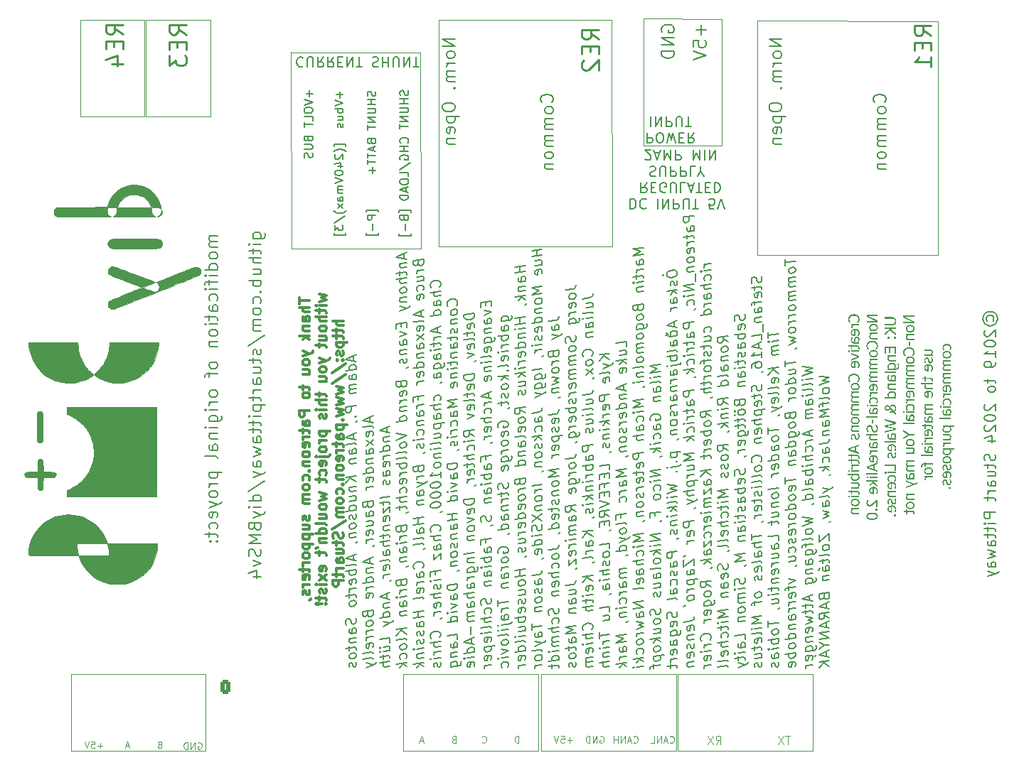
<source format=gbr>
%TF.GenerationSoftware,KiCad,Pcbnew,7.0.7*%
%TF.CreationDate,2024-04-10T19:08:45+02:00*%
%TF.ProjectId,ControllerCircuit,436f6e74-726f-46c6-9c65-724369726375,rev?*%
%TF.SameCoordinates,Original*%
%TF.FileFunction,Legend,Bot*%
%TF.FilePolarity,Positive*%
%FSLAX46Y46*%
G04 Gerber Fmt 4.6, Leading zero omitted, Abs format (unit mm)*
G04 Created by KiCad (PCBNEW 7.0.7) date 2024-04-10 19:08:45*
%MOMM*%
%LPD*%
G01*
G04 APERTURE LIST*
G04 Aperture macros list*
%AMRoundRect*
0 Rectangle with rounded corners*
0 $1 Rounding radius*
0 $2 $3 $4 $5 $6 $7 $8 $9 X,Y pos of 4 corners*
0 Add a 4 corners polygon primitive as box body*
4,1,4,$2,$3,$4,$5,$6,$7,$8,$9,$2,$3,0*
0 Add four circle primitives for the rounded corners*
1,1,$1+$1,$2,$3*
1,1,$1+$1,$4,$5*
1,1,$1+$1,$6,$7*
1,1,$1+$1,$8,$9*
0 Add four rect primitives between the rounded corners*
20,1,$1+$1,$2,$3,$4,$5,0*
20,1,$1+$1,$4,$5,$6,$7,0*
20,1,$1+$1,$6,$7,$8,$9,0*
20,1,$1+$1,$8,$9,$2,$3,0*%
G04 Aperture macros list end*
%ADD10C,0.200000*%
%ADD11C,0.120000*%
%ADD12C,0.100000*%
%ADD13C,0.150000*%
%ADD14C,0.300000*%
%ADD15C,0.250000*%
%ADD16C,0.010000*%
%ADD17C,4.000000*%
%ADD18R,2.200000X2.200000*%
%ADD19C,2.200000*%
%ADD20R,1.800000X1.800000*%
%ADD21C,1.800000*%
%ADD22C,1.560000*%
%ADD23R,1.700000X1.700000*%
%ADD24O,1.700000X1.700000*%
%ADD25R,1.980000X1.980000*%
%ADD26C,2.000000*%
%ADD27R,1.900000X2.200000*%
%ADD28RoundRect,0.250000X-0.350000X-0.625000X0.350000X-0.625000X0.350000X0.625000X-0.350000X0.625000X0*%
%ADD29O,1.200000X1.750000*%
%ADD30R,1.900000X1.900000*%
%ADD31C,1.900000*%
%ADD32C,3.200000*%
%ADD33C,1.440000*%
G04 APERTURE END LIST*
D10*
X27492028Y61487280D02*
X26492028Y61487280D01*
X26634885Y61487280D02*
X26563457Y61415851D01*
X26563457Y61415851D02*
X26492028Y61272994D01*
X26492028Y61272994D02*
X26492028Y61058708D01*
X26492028Y61058708D02*
X26563457Y60915851D01*
X26563457Y60915851D02*
X26706314Y60844422D01*
X26706314Y60844422D02*
X27492028Y60844422D01*
X26706314Y60844422D02*
X26563457Y60772994D01*
X26563457Y60772994D02*
X26492028Y60630137D01*
X26492028Y60630137D02*
X26492028Y60415851D01*
X26492028Y60415851D02*
X26563457Y60272994D01*
X26563457Y60272994D02*
X26706314Y60201565D01*
X26706314Y60201565D02*
X27492028Y60201565D01*
X27492028Y59272994D02*
X27420600Y59415851D01*
X27420600Y59415851D02*
X27349171Y59487280D01*
X27349171Y59487280D02*
X27206314Y59558708D01*
X27206314Y59558708D02*
X26777742Y59558708D01*
X26777742Y59558708D02*
X26634885Y59487280D01*
X26634885Y59487280D02*
X26563457Y59415851D01*
X26563457Y59415851D02*
X26492028Y59272994D01*
X26492028Y59272994D02*
X26492028Y59058708D01*
X26492028Y59058708D02*
X26563457Y58915851D01*
X26563457Y58915851D02*
X26634885Y58844422D01*
X26634885Y58844422D02*
X26777742Y58772994D01*
X26777742Y58772994D02*
X27206314Y58772994D01*
X27206314Y58772994D02*
X27349171Y58844422D01*
X27349171Y58844422D02*
X27420600Y58915851D01*
X27420600Y58915851D02*
X27492028Y59058708D01*
X27492028Y59058708D02*
X27492028Y59272994D01*
X27492028Y57487279D02*
X25992028Y57487279D01*
X27420600Y57487279D02*
X27492028Y57630137D01*
X27492028Y57630137D02*
X27492028Y57915851D01*
X27492028Y57915851D02*
X27420600Y58058708D01*
X27420600Y58058708D02*
X27349171Y58130137D01*
X27349171Y58130137D02*
X27206314Y58201565D01*
X27206314Y58201565D02*
X26777742Y58201565D01*
X26777742Y58201565D02*
X26634885Y58130137D01*
X26634885Y58130137D02*
X26563457Y58058708D01*
X26563457Y58058708D02*
X26492028Y57915851D01*
X26492028Y57915851D02*
X26492028Y57630137D01*
X26492028Y57630137D02*
X26563457Y57487279D01*
X27492028Y56772994D02*
X26492028Y56772994D01*
X25992028Y56772994D02*
X26063457Y56844422D01*
X26063457Y56844422D02*
X26134885Y56772994D01*
X26134885Y56772994D02*
X26063457Y56701565D01*
X26063457Y56701565D02*
X25992028Y56772994D01*
X25992028Y56772994D02*
X26134885Y56772994D01*
X26492028Y56272993D02*
X26492028Y55701565D01*
X27492028Y56058708D02*
X26206314Y56058708D01*
X26206314Y56058708D02*
X26063457Y55987279D01*
X26063457Y55987279D02*
X25992028Y55844422D01*
X25992028Y55844422D02*
X25992028Y55701565D01*
X27492028Y55201565D02*
X26492028Y55201565D01*
X25992028Y55201565D02*
X26063457Y55272993D01*
X26063457Y55272993D02*
X26134885Y55201565D01*
X26134885Y55201565D02*
X26063457Y55130136D01*
X26063457Y55130136D02*
X25992028Y55201565D01*
X25992028Y55201565D02*
X26134885Y55201565D01*
X27420600Y53844421D02*
X27492028Y53987279D01*
X27492028Y53987279D02*
X27492028Y54272993D01*
X27492028Y54272993D02*
X27420600Y54415850D01*
X27420600Y54415850D02*
X27349171Y54487279D01*
X27349171Y54487279D02*
X27206314Y54558707D01*
X27206314Y54558707D02*
X26777742Y54558707D01*
X26777742Y54558707D02*
X26634885Y54487279D01*
X26634885Y54487279D02*
X26563457Y54415850D01*
X26563457Y54415850D02*
X26492028Y54272993D01*
X26492028Y54272993D02*
X26492028Y53987279D01*
X26492028Y53987279D02*
X26563457Y53844421D01*
X27492028Y52558707D02*
X26706314Y52558707D01*
X26706314Y52558707D02*
X26563457Y52630136D01*
X26563457Y52630136D02*
X26492028Y52772993D01*
X26492028Y52772993D02*
X26492028Y53058707D01*
X26492028Y53058707D02*
X26563457Y53201565D01*
X27420600Y52558707D02*
X27492028Y52701565D01*
X27492028Y52701565D02*
X27492028Y53058707D01*
X27492028Y53058707D02*
X27420600Y53201565D01*
X27420600Y53201565D02*
X27277742Y53272993D01*
X27277742Y53272993D02*
X27134885Y53272993D01*
X27134885Y53272993D02*
X26992028Y53201565D01*
X26992028Y53201565D02*
X26920600Y53058707D01*
X26920600Y53058707D02*
X26920600Y52701565D01*
X26920600Y52701565D02*
X26849171Y52558707D01*
X26492028Y52058707D02*
X26492028Y51487279D01*
X25992028Y51844422D02*
X27277742Y51844422D01*
X27277742Y51844422D02*
X27420600Y51772993D01*
X27420600Y51772993D02*
X27492028Y51630136D01*
X27492028Y51630136D02*
X27492028Y51487279D01*
X27492028Y50987279D02*
X26492028Y50987279D01*
X25992028Y50987279D02*
X26063457Y51058707D01*
X26063457Y51058707D02*
X26134885Y50987279D01*
X26134885Y50987279D02*
X26063457Y50915850D01*
X26063457Y50915850D02*
X25992028Y50987279D01*
X25992028Y50987279D02*
X26134885Y50987279D01*
X27492028Y50058707D02*
X27420600Y50201564D01*
X27420600Y50201564D02*
X27349171Y50272993D01*
X27349171Y50272993D02*
X27206314Y50344421D01*
X27206314Y50344421D02*
X26777742Y50344421D01*
X26777742Y50344421D02*
X26634885Y50272993D01*
X26634885Y50272993D02*
X26563457Y50201564D01*
X26563457Y50201564D02*
X26492028Y50058707D01*
X26492028Y50058707D02*
X26492028Y49844421D01*
X26492028Y49844421D02*
X26563457Y49701564D01*
X26563457Y49701564D02*
X26634885Y49630135D01*
X26634885Y49630135D02*
X26777742Y49558707D01*
X26777742Y49558707D02*
X27206314Y49558707D01*
X27206314Y49558707D02*
X27349171Y49630135D01*
X27349171Y49630135D02*
X27420600Y49701564D01*
X27420600Y49701564D02*
X27492028Y49844421D01*
X27492028Y49844421D02*
X27492028Y50058707D01*
X26492028Y48915850D02*
X27492028Y48915850D01*
X26634885Y48915850D02*
X26563457Y48844421D01*
X26563457Y48844421D02*
X26492028Y48701564D01*
X26492028Y48701564D02*
X26492028Y48487278D01*
X26492028Y48487278D02*
X26563457Y48344421D01*
X26563457Y48344421D02*
X26706314Y48272992D01*
X26706314Y48272992D02*
X27492028Y48272992D01*
X27492028Y46201564D02*
X27420600Y46344421D01*
X27420600Y46344421D02*
X27349171Y46415850D01*
X27349171Y46415850D02*
X27206314Y46487278D01*
X27206314Y46487278D02*
X26777742Y46487278D01*
X26777742Y46487278D02*
X26634885Y46415850D01*
X26634885Y46415850D02*
X26563457Y46344421D01*
X26563457Y46344421D02*
X26492028Y46201564D01*
X26492028Y46201564D02*
X26492028Y45987278D01*
X26492028Y45987278D02*
X26563457Y45844421D01*
X26563457Y45844421D02*
X26634885Y45772992D01*
X26634885Y45772992D02*
X26777742Y45701564D01*
X26777742Y45701564D02*
X27206314Y45701564D01*
X27206314Y45701564D02*
X27349171Y45772992D01*
X27349171Y45772992D02*
X27420600Y45844421D01*
X27420600Y45844421D02*
X27492028Y45987278D01*
X27492028Y45987278D02*
X27492028Y46201564D01*
X26492028Y45272992D02*
X26492028Y44701564D01*
X27492028Y45058707D02*
X26206314Y45058707D01*
X26206314Y45058707D02*
X26063457Y44987278D01*
X26063457Y44987278D02*
X25992028Y44844421D01*
X25992028Y44844421D02*
X25992028Y44701564D01*
X27492028Y42844421D02*
X27420600Y42987278D01*
X27420600Y42987278D02*
X27349171Y43058707D01*
X27349171Y43058707D02*
X27206314Y43130135D01*
X27206314Y43130135D02*
X26777742Y43130135D01*
X26777742Y43130135D02*
X26634885Y43058707D01*
X26634885Y43058707D02*
X26563457Y42987278D01*
X26563457Y42987278D02*
X26492028Y42844421D01*
X26492028Y42844421D02*
X26492028Y42630135D01*
X26492028Y42630135D02*
X26563457Y42487278D01*
X26563457Y42487278D02*
X26634885Y42415849D01*
X26634885Y42415849D02*
X26777742Y42344421D01*
X26777742Y42344421D02*
X27206314Y42344421D01*
X27206314Y42344421D02*
X27349171Y42415849D01*
X27349171Y42415849D02*
X27420600Y42487278D01*
X27420600Y42487278D02*
X27492028Y42630135D01*
X27492028Y42630135D02*
X27492028Y42844421D01*
X27492028Y41701564D02*
X26492028Y41701564D01*
X26777742Y41701564D02*
X26634885Y41630135D01*
X26634885Y41630135D02*
X26563457Y41558706D01*
X26563457Y41558706D02*
X26492028Y41415849D01*
X26492028Y41415849D02*
X26492028Y41272992D01*
X27492028Y40772993D02*
X26492028Y40772993D01*
X25992028Y40772993D02*
X26063457Y40844421D01*
X26063457Y40844421D02*
X26134885Y40772993D01*
X26134885Y40772993D02*
X26063457Y40701564D01*
X26063457Y40701564D02*
X25992028Y40772993D01*
X25992028Y40772993D02*
X26134885Y40772993D01*
X26492028Y39415849D02*
X27706314Y39415849D01*
X27706314Y39415849D02*
X27849171Y39487278D01*
X27849171Y39487278D02*
X27920600Y39558707D01*
X27920600Y39558707D02*
X27992028Y39701564D01*
X27992028Y39701564D02*
X27992028Y39915849D01*
X27992028Y39915849D02*
X27920600Y40058707D01*
X27420600Y39415849D02*
X27492028Y39558707D01*
X27492028Y39558707D02*
X27492028Y39844421D01*
X27492028Y39844421D02*
X27420600Y39987278D01*
X27420600Y39987278D02*
X27349171Y40058707D01*
X27349171Y40058707D02*
X27206314Y40130135D01*
X27206314Y40130135D02*
X26777742Y40130135D01*
X26777742Y40130135D02*
X26634885Y40058707D01*
X26634885Y40058707D02*
X26563457Y39987278D01*
X26563457Y39987278D02*
X26492028Y39844421D01*
X26492028Y39844421D02*
X26492028Y39558707D01*
X26492028Y39558707D02*
X26563457Y39415849D01*
X27492028Y38701564D02*
X26492028Y38701564D01*
X25992028Y38701564D02*
X26063457Y38772992D01*
X26063457Y38772992D02*
X26134885Y38701564D01*
X26134885Y38701564D02*
X26063457Y38630135D01*
X26063457Y38630135D02*
X25992028Y38701564D01*
X25992028Y38701564D02*
X26134885Y38701564D01*
X26492028Y37987278D02*
X27492028Y37987278D01*
X26634885Y37987278D02*
X26563457Y37915849D01*
X26563457Y37915849D02*
X26492028Y37772992D01*
X26492028Y37772992D02*
X26492028Y37558706D01*
X26492028Y37558706D02*
X26563457Y37415849D01*
X26563457Y37415849D02*
X26706314Y37344420D01*
X26706314Y37344420D02*
X27492028Y37344420D01*
X27492028Y35987277D02*
X26706314Y35987277D01*
X26706314Y35987277D02*
X26563457Y36058706D01*
X26563457Y36058706D02*
X26492028Y36201563D01*
X26492028Y36201563D02*
X26492028Y36487277D01*
X26492028Y36487277D02*
X26563457Y36630135D01*
X27420600Y35987277D02*
X27492028Y36130135D01*
X27492028Y36130135D02*
X27492028Y36487277D01*
X27492028Y36487277D02*
X27420600Y36630135D01*
X27420600Y36630135D02*
X27277742Y36701563D01*
X27277742Y36701563D02*
X27134885Y36701563D01*
X27134885Y36701563D02*
X26992028Y36630135D01*
X26992028Y36630135D02*
X26920600Y36487277D01*
X26920600Y36487277D02*
X26920600Y36130135D01*
X26920600Y36130135D02*
X26849171Y35987277D01*
X27492028Y35058706D02*
X27420600Y35201563D01*
X27420600Y35201563D02*
X27277742Y35272992D01*
X27277742Y35272992D02*
X25992028Y35272992D01*
X26492028Y33344421D02*
X27992028Y33344421D01*
X26563457Y33344421D02*
X26492028Y33201563D01*
X26492028Y33201563D02*
X26492028Y32915849D01*
X26492028Y32915849D02*
X26563457Y32772992D01*
X26563457Y32772992D02*
X26634885Y32701563D01*
X26634885Y32701563D02*
X26777742Y32630135D01*
X26777742Y32630135D02*
X27206314Y32630135D01*
X27206314Y32630135D02*
X27349171Y32701563D01*
X27349171Y32701563D02*
X27420600Y32772992D01*
X27420600Y32772992D02*
X27492028Y32915849D01*
X27492028Y32915849D02*
X27492028Y33201563D01*
X27492028Y33201563D02*
X27420600Y33344421D01*
X27492028Y31987278D02*
X26492028Y31987278D01*
X26777742Y31987278D02*
X26634885Y31915849D01*
X26634885Y31915849D02*
X26563457Y31844420D01*
X26563457Y31844420D02*
X26492028Y31701563D01*
X26492028Y31701563D02*
X26492028Y31558706D01*
X27492028Y30844421D02*
X27420600Y30987278D01*
X27420600Y30987278D02*
X27349171Y31058707D01*
X27349171Y31058707D02*
X27206314Y31130135D01*
X27206314Y31130135D02*
X26777742Y31130135D01*
X26777742Y31130135D02*
X26634885Y31058707D01*
X26634885Y31058707D02*
X26563457Y30987278D01*
X26563457Y30987278D02*
X26492028Y30844421D01*
X26492028Y30844421D02*
X26492028Y30630135D01*
X26492028Y30630135D02*
X26563457Y30487278D01*
X26563457Y30487278D02*
X26634885Y30415849D01*
X26634885Y30415849D02*
X26777742Y30344421D01*
X26777742Y30344421D02*
X27206314Y30344421D01*
X27206314Y30344421D02*
X27349171Y30415849D01*
X27349171Y30415849D02*
X27420600Y30487278D01*
X27420600Y30487278D02*
X27492028Y30630135D01*
X27492028Y30630135D02*
X27492028Y30844421D01*
X26492028Y29844421D02*
X27492028Y29487278D01*
X26492028Y29130135D02*
X27492028Y29487278D01*
X27492028Y29487278D02*
X27849171Y29630135D01*
X27849171Y29630135D02*
X27920600Y29701564D01*
X27920600Y29701564D02*
X27992028Y29844421D01*
X27420600Y27987278D02*
X27492028Y28130135D01*
X27492028Y28130135D02*
X27492028Y28415849D01*
X27492028Y28415849D02*
X27420600Y28558707D01*
X27420600Y28558707D02*
X27277742Y28630135D01*
X27277742Y28630135D02*
X26706314Y28630135D01*
X26706314Y28630135D02*
X26563457Y28558707D01*
X26563457Y28558707D02*
X26492028Y28415849D01*
X26492028Y28415849D02*
X26492028Y28130135D01*
X26492028Y28130135D02*
X26563457Y27987278D01*
X26563457Y27987278D02*
X26706314Y27915849D01*
X26706314Y27915849D02*
X26849171Y27915849D01*
X26849171Y27915849D02*
X26992028Y28630135D01*
X27420600Y26630135D02*
X27492028Y26772993D01*
X27492028Y26772993D02*
X27492028Y27058707D01*
X27492028Y27058707D02*
X27420600Y27201564D01*
X27420600Y27201564D02*
X27349171Y27272993D01*
X27349171Y27272993D02*
X27206314Y27344421D01*
X27206314Y27344421D02*
X26777742Y27344421D01*
X26777742Y27344421D02*
X26634885Y27272993D01*
X26634885Y27272993D02*
X26563457Y27201564D01*
X26563457Y27201564D02*
X26492028Y27058707D01*
X26492028Y27058707D02*
X26492028Y26772993D01*
X26492028Y26772993D02*
X26563457Y26630135D01*
X26492028Y26201564D02*
X26492028Y25630136D01*
X25992028Y25987279D02*
X27277742Y25987279D01*
X27277742Y25987279D02*
X27420600Y25915850D01*
X27420600Y25915850D02*
X27492028Y25772993D01*
X27492028Y25772993D02*
X27492028Y25630136D01*
X27349171Y25130136D02*
X27420600Y25058707D01*
X27420600Y25058707D02*
X27492028Y25130136D01*
X27492028Y25130136D02*
X27420600Y25201564D01*
X27420600Y25201564D02*
X27349171Y25130136D01*
X27349171Y25130136D02*
X27492028Y25130136D01*
X26563457Y25130136D02*
X26634885Y25058707D01*
X26634885Y25058707D02*
X26706314Y25130136D01*
X26706314Y25130136D02*
X26634885Y25201564D01*
X26634885Y25201564D02*
X26563457Y25130136D01*
X26563457Y25130136D02*
X26706314Y25130136D01*
D11*
X18770000Y87260000D02*
X18770000Y75740000D01*
X11140000Y87260000D02*
X18770000Y87260000D01*
X11140000Y75740000D02*
X11140000Y87260000D01*
X18770000Y75740000D02*
X11140000Y75740000D01*
X113240000Y87100000D02*
X91780000Y87200000D01*
X74440000Y87235000D02*
X53815000Y87245000D01*
X36237500Y83397500D02*
X51662500Y83402500D01*
X36280300Y60020200D02*
X36237500Y83417500D01*
X51705300Y60020200D02*
X36280300Y60020200D01*
X51662500Y83402500D02*
X51705300Y60020200D01*
X18980000Y75770000D02*
X18980000Y87290000D01*
X66000000Y9275000D02*
X82100000Y9275000D01*
X82100000Y125000D01*
X66000000Y125000D01*
X66000000Y9275000D01*
X53815000Y87245000D02*
X53815000Y60235000D01*
X78250000Y72275000D02*
X78250000Y87400000D01*
X78250000Y87400000D02*
X87510000Y87380000D01*
X49600000Y9250000D02*
X65700000Y9250000D01*
X65700000Y100000D01*
X49600000Y100000D01*
X49600000Y9250000D01*
X91780000Y59220000D02*
X113240000Y59220000D01*
X26610000Y87290000D02*
X26610000Y75770000D01*
X113240000Y59220000D02*
X113240000Y87100000D01*
X91780000Y87200000D02*
X91780000Y59220000D01*
X53815000Y60235000D02*
X74465000Y60235000D01*
X10050000Y9250000D02*
X26100000Y9250000D01*
X26100000Y100000D01*
X10050000Y100000D01*
X10050000Y9250000D01*
X82300000Y9275000D02*
X98400000Y9275000D01*
X98400000Y125000D01*
X82300000Y125000D01*
X82300000Y9275000D01*
X18980000Y87290000D02*
X26610000Y87290000D01*
X87510000Y87380000D02*
X87510000Y72270000D01*
X74465000Y60235000D02*
X74440000Y87235000D01*
X87510000Y72270000D02*
X78250000Y72275000D01*
X26610000Y75770000D02*
X18980000Y75770000D01*
D12*
X77022352Y1182636D02*
X77060448Y1144540D01*
X77060448Y1144540D02*
X77174733Y1106445D01*
X77174733Y1106445D02*
X77250924Y1106445D01*
X77250924Y1106445D02*
X77365210Y1144540D01*
X77365210Y1144540D02*
X77441400Y1220731D01*
X77441400Y1220731D02*
X77479495Y1296921D01*
X77479495Y1296921D02*
X77517591Y1449302D01*
X77517591Y1449302D02*
X77517591Y1563588D01*
X77517591Y1563588D02*
X77479495Y1715969D01*
X77479495Y1715969D02*
X77441400Y1792160D01*
X77441400Y1792160D02*
X77365210Y1868350D01*
X77365210Y1868350D02*
X77250924Y1906445D01*
X77250924Y1906445D02*
X77174733Y1906445D01*
X77174733Y1906445D02*
X77060448Y1868350D01*
X77060448Y1868350D02*
X77022352Y1830255D01*
X76717591Y1335017D02*
X76336638Y1335017D01*
X76793781Y1106445D02*
X76527114Y1906445D01*
X76527114Y1906445D02*
X76260448Y1106445D01*
X75993781Y1106445D02*
X75993781Y1906445D01*
X75993781Y1906445D02*
X75536638Y1106445D01*
X75536638Y1106445D02*
X75536638Y1906445D01*
X75155686Y1106445D02*
X75155686Y1906445D01*
X75155686Y1525493D02*
X74698543Y1525493D01*
X74698543Y1106445D02*
X74698543Y1906445D01*
X16932396Y723677D02*
X16551443Y723677D01*
X17008586Y495105D02*
X16741919Y1295105D01*
X16741919Y1295105D02*
X16475253Y495105D01*
X20584777Y864153D02*
X20470491Y826058D01*
X20470491Y826058D02*
X20432396Y787962D01*
X20432396Y787962D02*
X20394300Y711772D01*
X20394300Y711772D02*
X20394300Y597486D01*
X20394300Y597486D02*
X20432396Y521296D01*
X20432396Y521296D02*
X20470491Y483200D01*
X20470491Y483200D02*
X20546681Y445105D01*
X20546681Y445105D02*
X20851443Y445105D01*
X20851443Y445105D02*
X20851443Y1245105D01*
X20851443Y1245105D02*
X20584777Y1245105D01*
X20584777Y1245105D02*
X20508586Y1207010D01*
X20508586Y1207010D02*
X20470491Y1168915D01*
X20470491Y1168915D02*
X20432396Y1092724D01*
X20432396Y1092724D02*
X20432396Y1016534D01*
X20432396Y1016534D02*
X20470491Y940343D01*
X20470491Y940343D02*
X20508586Y902248D01*
X20508586Y902248D02*
X20584777Y864153D01*
X20584777Y864153D02*
X20851443Y864153D01*
X25151443Y1107010D02*
X25227633Y1145105D01*
X25227633Y1145105D02*
X25341919Y1145105D01*
X25341919Y1145105D02*
X25456205Y1107010D01*
X25456205Y1107010D02*
X25532395Y1030820D01*
X25532395Y1030820D02*
X25570490Y954629D01*
X25570490Y954629D02*
X25608586Y802248D01*
X25608586Y802248D02*
X25608586Y687962D01*
X25608586Y687962D02*
X25570490Y535581D01*
X25570490Y535581D02*
X25532395Y459391D01*
X25532395Y459391D02*
X25456205Y383200D01*
X25456205Y383200D02*
X25341919Y345105D01*
X25341919Y345105D02*
X25265728Y345105D01*
X25265728Y345105D02*
X25151443Y383200D01*
X25151443Y383200D02*
X25113347Y421296D01*
X25113347Y421296D02*
X25113347Y687962D01*
X25113347Y687962D02*
X25265728Y687962D01*
X24770490Y345105D02*
X24770490Y1145105D01*
X24770490Y1145105D02*
X24313347Y345105D01*
X24313347Y345105D02*
X24313347Y1145105D01*
X23932395Y345105D02*
X23932395Y1145105D01*
X23932395Y1145105D02*
X23741919Y1145105D01*
X23741919Y1145105D02*
X23627633Y1107010D01*
X23627633Y1107010D02*
X23551443Y1030820D01*
X23551443Y1030820D02*
X23513348Y954629D01*
X23513348Y954629D02*
X23475252Y802248D01*
X23475252Y802248D02*
X23475252Y687962D01*
X23475252Y687962D02*
X23513348Y535581D01*
X23513348Y535581D02*
X23551443Y459391D01*
X23551443Y459391D02*
X23627633Y383200D01*
X23627633Y383200D02*
X23741919Y345105D01*
X23741919Y345105D02*
X23932395Y345105D01*
X81322114Y1182636D02*
X81360210Y1144540D01*
X81360210Y1144540D02*
X81474495Y1106445D01*
X81474495Y1106445D02*
X81550686Y1106445D01*
X81550686Y1106445D02*
X81664972Y1144540D01*
X81664972Y1144540D02*
X81741162Y1220731D01*
X81741162Y1220731D02*
X81779257Y1296921D01*
X81779257Y1296921D02*
X81817353Y1449302D01*
X81817353Y1449302D02*
X81817353Y1563588D01*
X81817353Y1563588D02*
X81779257Y1715969D01*
X81779257Y1715969D02*
X81741162Y1792160D01*
X81741162Y1792160D02*
X81664972Y1868350D01*
X81664972Y1868350D02*
X81550686Y1906445D01*
X81550686Y1906445D02*
X81474495Y1906445D01*
X81474495Y1906445D02*
X81360210Y1868350D01*
X81360210Y1868350D02*
X81322114Y1830255D01*
X81017353Y1335017D02*
X80636400Y1335017D01*
X81093543Y1106445D02*
X80826876Y1906445D01*
X80826876Y1906445D02*
X80560210Y1106445D01*
X80293543Y1106445D02*
X80293543Y1906445D01*
X80293543Y1906445D02*
X79836400Y1106445D01*
X79836400Y1106445D02*
X79836400Y1906445D01*
X79074496Y1106445D02*
X79455448Y1106445D01*
X79455448Y1106445D02*
X79455448Y1906445D01*
X73033543Y1868350D02*
X73109733Y1906445D01*
X73109733Y1906445D02*
X73224019Y1906445D01*
X73224019Y1906445D02*
X73338305Y1868350D01*
X73338305Y1868350D02*
X73414495Y1792160D01*
X73414495Y1792160D02*
X73452590Y1715969D01*
X73452590Y1715969D02*
X73490686Y1563588D01*
X73490686Y1563588D02*
X73490686Y1449302D01*
X73490686Y1449302D02*
X73452590Y1296921D01*
X73452590Y1296921D02*
X73414495Y1220731D01*
X73414495Y1220731D02*
X73338305Y1144540D01*
X73338305Y1144540D02*
X73224019Y1106445D01*
X73224019Y1106445D02*
X73147828Y1106445D01*
X73147828Y1106445D02*
X73033543Y1144540D01*
X73033543Y1144540D02*
X72995447Y1182636D01*
X72995447Y1182636D02*
X72995447Y1449302D01*
X72995447Y1449302D02*
X73147828Y1449302D01*
X72652590Y1106445D02*
X72652590Y1906445D01*
X72652590Y1906445D02*
X72195447Y1106445D01*
X72195447Y1106445D02*
X72195447Y1906445D01*
X71814495Y1106445D02*
X71814495Y1906445D01*
X71814495Y1906445D02*
X71624019Y1906445D01*
X71624019Y1906445D02*
X71509733Y1868350D01*
X71509733Y1868350D02*
X71433543Y1792160D01*
X71433543Y1792160D02*
X71395448Y1715969D01*
X71395448Y1715969D02*
X71357352Y1563588D01*
X71357352Y1563588D02*
X71357352Y1449302D01*
X71357352Y1449302D02*
X71395448Y1296921D01*
X71395448Y1296921D02*
X71433543Y1220731D01*
X71433543Y1220731D02*
X71509733Y1144540D01*
X71509733Y1144540D02*
X71624019Y1106445D01*
X71624019Y1106445D02*
X71814495Y1106445D01*
X13810490Y759867D02*
X13200967Y759867D01*
X13505728Y455105D02*
X13505728Y1064629D01*
X12439062Y1255105D02*
X12820014Y1255105D01*
X12820014Y1255105D02*
X12858110Y874153D01*
X12858110Y874153D02*
X12820014Y912248D01*
X12820014Y912248D02*
X12743824Y950343D01*
X12743824Y950343D02*
X12553348Y950343D01*
X12553348Y950343D02*
X12477157Y912248D01*
X12477157Y912248D02*
X12439062Y874153D01*
X12439062Y874153D02*
X12400967Y797962D01*
X12400967Y797962D02*
X12400967Y607486D01*
X12400967Y607486D02*
X12439062Y531296D01*
X12439062Y531296D02*
X12477157Y493200D01*
X12477157Y493200D02*
X12553348Y455105D01*
X12553348Y455105D02*
X12743824Y455105D01*
X12743824Y455105D02*
X12820014Y493200D01*
X12820014Y493200D02*
X12858110Y531296D01*
X12172395Y1255105D02*
X11905728Y455105D01*
X11905728Y455105D02*
X11639062Y1255105D01*
D13*
X119103128Y51390474D02*
X119041223Y51514283D01*
X119041223Y51514283D02*
X119041223Y51761902D01*
X119041223Y51761902D02*
X119103128Y51885712D01*
X119103128Y51885712D02*
X119226938Y52009521D01*
X119226938Y52009521D02*
X119350747Y52071426D01*
X119350747Y52071426D02*
X119598366Y52071426D01*
X119598366Y52071426D02*
X119722176Y52009521D01*
X119722176Y52009521D02*
X119845985Y51885712D01*
X119845985Y51885712D02*
X119907890Y51761902D01*
X119907890Y51761902D02*
X119907890Y51514283D01*
X119907890Y51514283D02*
X119845985Y51390474D01*
X118607890Y51638093D02*
X118669795Y51947617D01*
X118669795Y51947617D02*
X118855509Y52257140D01*
X118855509Y52257140D02*
X119165033Y52442855D01*
X119165033Y52442855D02*
X119474557Y52504759D01*
X119474557Y52504759D02*
X119784080Y52442855D01*
X119784080Y52442855D02*
X120093604Y52257140D01*
X120093604Y52257140D02*
X120279319Y51947617D01*
X120279319Y51947617D02*
X120341223Y51638093D01*
X120341223Y51638093D02*
X120279319Y51328569D01*
X120279319Y51328569D02*
X120093604Y51019045D01*
X120093604Y51019045D02*
X119784080Y50833331D01*
X119784080Y50833331D02*
X119474557Y50771426D01*
X119474557Y50771426D02*
X119165033Y50833331D01*
X119165033Y50833331D02*
X118855509Y51019045D01*
X118855509Y51019045D02*
X118669795Y51328569D01*
X118669795Y51328569D02*
X118607890Y51638093D01*
X118917414Y50276188D02*
X118855509Y50214284D01*
X118855509Y50214284D02*
X118793604Y50090474D01*
X118793604Y50090474D02*
X118793604Y49780950D01*
X118793604Y49780950D02*
X118855509Y49657141D01*
X118855509Y49657141D02*
X118917414Y49595236D01*
X118917414Y49595236D02*
X119041223Y49533331D01*
X119041223Y49533331D02*
X119165033Y49533331D01*
X119165033Y49533331D02*
X119350747Y49595236D01*
X119350747Y49595236D02*
X120093604Y50338093D01*
X120093604Y50338093D02*
X120093604Y49533331D01*
X118793604Y48728570D02*
X118793604Y48604760D01*
X118793604Y48604760D02*
X118855509Y48480951D01*
X118855509Y48480951D02*
X118917414Y48419046D01*
X118917414Y48419046D02*
X119041223Y48357141D01*
X119041223Y48357141D02*
X119288842Y48295236D01*
X119288842Y48295236D02*
X119598366Y48295236D01*
X119598366Y48295236D02*
X119845985Y48357141D01*
X119845985Y48357141D02*
X119969795Y48419046D01*
X119969795Y48419046D02*
X120031700Y48480951D01*
X120031700Y48480951D02*
X120093604Y48604760D01*
X120093604Y48604760D02*
X120093604Y48728570D01*
X120093604Y48728570D02*
X120031700Y48852379D01*
X120031700Y48852379D02*
X119969795Y48914284D01*
X119969795Y48914284D02*
X119845985Y48976189D01*
X119845985Y48976189D02*
X119598366Y49038093D01*
X119598366Y49038093D02*
X119288842Y49038093D01*
X119288842Y49038093D02*
X119041223Y48976189D01*
X119041223Y48976189D02*
X118917414Y48914284D01*
X118917414Y48914284D02*
X118855509Y48852379D01*
X118855509Y48852379D02*
X118793604Y48728570D01*
X120093604Y47057141D02*
X120093604Y47799998D01*
X120093604Y47428570D02*
X118793604Y47428570D01*
X118793604Y47428570D02*
X118979319Y47552379D01*
X118979319Y47552379D02*
X119103128Y47676189D01*
X119103128Y47676189D02*
X119165033Y47799998D01*
X120093604Y46438094D02*
X120093604Y46190475D01*
X120093604Y46190475D02*
X120031700Y46066665D01*
X120031700Y46066665D02*
X119969795Y46004761D01*
X119969795Y46004761D02*
X119784080Y45880951D01*
X119784080Y45880951D02*
X119536461Y45819046D01*
X119536461Y45819046D02*
X119041223Y45819046D01*
X119041223Y45819046D02*
X118917414Y45880951D01*
X118917414Y45880951D02*
X118855509Y45942856D01*
X118855509Y45942856D02*
X118793604Y46066665D01*
X118793604Y46066665D02*
X118793604Y46314284D01*
X118793604Y46314284D02*
X118855509Y46438094D01*
X118855509Y46438094D02*
X118917414Y46499999D01*
X118917414Y46499999D02*
X119041223Y46561903D01*
X119041223Y46561903D02*
X119350747Y46561903D01*
X119350747Y46561903D02*
X119474557Y46499999D01*
X119474557Y46499999D02*
X119536461Y46438094D01*
X119536461Y46438094D02*
X119598366Y46314284D01*
X119598366Y46314284D02*
X119598366Y46066665D01*
X119598366Y46066665D02*
X119536461Y45942856D01*
X119536461Y45942856D02*
X119474557Y45880951D01*
X119474557Y45880951D02*
X119350747Y45819046D01*
X119226938Y44457142D02*
X119226938Y43961904D01*
X118793604Y44271428D02*
X119907890Y44271428D01*
X119907890Y44271428D02*
X120031700Y44209523D01*
X120031700Y44209523D02*
X120093604Y44085713D01*
X120093604Y44085713D02*
X120093604Y43961904D01*
X120093604Y43342856D02*
X120031700Y43466666D01*
X120031700Y43466666D02*
X119969795Y43528571D01*
X119969795Y43528571D02*
X119845985Y43590475D01*
X119845985Y43590475D02*
X119474557Y43590475D01*
X119474557Y43590475D02*
X119350747Y43528571D01*
X119350747Y43528571D02*
X119288842Y43466666D01*
X119288842Y43466666D02*
X119226938Y43342856D01*
X119226938Y43342856D02*
X119226938Y43157142D01*
X119226938Y43157142D02*
X119288842Y43033333D01*
X119288842Y43033333D02*
X119350747Y42971428D01*
X119350747Y42971428D02*
X119474557Y42909523D01*
X119474557Y42909523D02*
X119845985Y42909523D01*
X119845985Y42909523D02*
X119969795Y42971428D01*
X119969795Y42971428D02*
X120031700Y43033333D01*
X120031700Y43033333D02*
X120093604Y43157142D01*
X120093604Y43157142D02*
X120093604Y43342856D01*
X118917414Y41423809D02*
X118855509Y41361905D01*
X118855509Y41361905D02*
X118793604Y41238095D01*
X118793604Y41238095D02*
X118793604Y40928571D01*
X118793604Y40928571D02*
X118855509Y40804762D01*
X118855509Y40804762D02*
X118917414Y40742857D01*
X118917414Y40742857D02*
X119041223Y40680952D01*
X119041223Y40680952D02*
X119165033Y40680952D01*
X119165033Y40680952D02*
X119350747Y40742857D01*
X119350747Y40742857D02*
X120093604Y41485714D01*
X120093604Y41485714D02*
X120093604Y40680952D01*
X118793604Y39876191D02*
X118793604Y39752381D01*
X118793604Y39752381D02*
X118855509Y39628572D01*
X118855509Y39628572D02*
X118917414Y39566667D01*
X118917414Y39566667D02*
X119041223Y39504762D01*
X119041223Y39504762D02*
X119288842Y39442857D01*
X119288842Y39442857D02*
X119598366Y39442857D01*
X119598366Y39442857D02*
X119845985Y39504762D01*
X119845985Y39504762D02*
X119969795Y39566667D01*
X119969795Y39566667D02*
X120031700Y39628572D01*
X120031700Y39628572D02*
X120093604Y39752381D01*
X120093604Y39752381D02*
X120093604Y39876191D01*
X120093604Y39876191D02*
X120031700Y40000000D01*
X120031700Y40000000D02*
X119969795Y40061905D01*
X119969795Y40061905D02*
X119845985Y40123810D01*
X119845985Y40123810D02*
X119598366Y40185714D01*
X119598366Y40185714D02*
X119288842Y40185714D01*
X119288842Y40185714D02*
X119041223Y40123810D01*
X119041223Y40123810D02*
X118917414Y40061905D01*
X118917414Y40061905D02*
X118855509Y40000000D01*
X118855509Y40000000D02*
X118793604Y39876191D01*
X118917414Y38947619D02*
X118855509Y38885715D01*
X118855509Y38885715D02*
X118793604Y38761905D01*
X118793604Y38761905D02*
X118793604Y38452381D01*
X118793604Y38452381D02*
X118855509Y38328572D01*
X118855509Y38328572D02*
X118917414Y38266667D01*
X118917414Y38266667D02*
X119041223Y38204762D01*
X119041223Y38204762D02*
X119165033Y38204762D01*
X119165033Y38204762D02*
X119350747Y38266667D01*
X119350747Y38266667D02*
X120093604Y39009524D01*
X120093604Y39009524D02*
X120093604Y38204762D01*
X119226938Y37090477D02*
X120093604Y37090477D01*
X118731700Y37400001D02*
X119660271Y37709524D01*
X119660271Y37709524D02*
X119660271Y36904763D01*
X120031700Y35480953D02*
X120093604Y35295239D01*
X120093604Y35295239D02*
X120093604Y34985715D01*
X120093604Y34985715D02*
X120031700Y34861906D01*
X120031700Y34861906D02*
X119969795Y34800001D01*
X119969795Y34800001D02*
X119845985Y34738096D01*
X119845985Y34738096D02*
X119722176Y34738096D01*
X119722176Y34738096D02*
X119598366Y34800001D01*
X119598366Y34800001D02*
X119536461Y34861906D01*
X119536461Y34861906D02*
X119474557Y34985715D01*
X119474557Y34985715D02*
X119412652Y35233334D01*
X119412652Y35233334D02*
X119350747Y35357144D01*
X119350747Y35357144D02*
X119288842Y35419049D01*
X119288842Y35419049D02*
X119165033Y35480953D01*
X119165033Y35480953D02*
X119041223Y35480953D01*
X119041223Y35480953D02*
X118917414Y35419049D01*
X118917414Y35419049D02*
X118855509Y35357144D01*
X118855509Y35357144D02*
X118793604Y35233334D01*
X118793604Y35233334D02*
X118793604Y34923811D01*
X118793604Y34923811D02*
X118855509Y34738096D01*
X119226938Y34366668D02*
X119226938Y33871430D01*
X118793604Y34180954D02*
X119907890Y34180954D01*
X119907890Y34180954D02*
X120031700Y34119049D01*
X120031700Y34119049D02*
X120093604Y33995239D01*
X120093604Y33995239D02*
X120093604Y33871430D01*
X119226938Y32880954D02*
X120093604Y32880954D01*
X119226938Y33438097D02*
X119907890Y33438097D01*
X119907890Y33438097D02*
X120031700Y33376192D01*
X120031700Y33376192D02*
X120093604Y33252382D01*
X120093604Y33252382D02*
X120093604Y33066668D01*
X120093604Y33066668D02*
X120031700Y32942859D01*
X120031700Y32942859D02*
X119969795Y32880954D01*
X120093604Y31704764D02*
X119412652Y31704764D01*
X119412652Y31704764D02*
X119288842Y31766669D01*
X119288842Y31766669D02*
X119226938Y31890478D01*
X119226938Y31890478D02*
X119226938Y32138097D01*
X119226938Y32138097D02*
X119288842Y32261907D01*
X120031700Y31704764D02*
X120093604Y31828573D01*
X120093604Y31828573D02*
X120093604Y32138097D01*
X120093604Y32138097D02*
X120031700Y32261907D01*
X120031700Y32261907D02*
X119907890Y32323811D01*
X119907890Y32323811D02*
X119784080Y32323811D01*
X119784080Y32323811D02*
X119660271Y32261907D01*
X119660271Y32261907D02*
X119598366Y32138097D01*
X119598366Y32138097D02*
X119598366Y31828573D01*
X119598366Y31828573D02*
X119536461Y31704764D01*
X120093604Y31085717D02*
X119226938Y31085717D01*
X119474557Y31085717D02*
X119350747Y31023812D01*
X119350747Y31023812D02*
X119288842Y30961907D01*
X119288842Y30961907D02*
X119226938Y30838098D01*
X119226938Y30838098D02*
X119226938Y30714288D01*
X119226938Y30466669D02*
X119226938Y29971431D01*
X118793604Y30280955D02*
X119907890Y30280955D01*
X119907890Y30280955D02*
X120031700Y30219050D01*
X120031700Y30219050D02*
X120093604Y30095240D01*
X120093604Y30095240D02*
X120093604Y29971431D01*
X120093604Y28547622D02*
X118793604Y28547622D01*
X118793604Y28547622D02*
X118793604Y28052384D01*
X118793604Y28052384D02*
X118855509Y27928574D01*
X118855509Y27928574D02*
X118917414Y27866669D01*
X118917414Y27866669D02*
X119041223Y27804765D01*
X119041223Y27804765D02*
X119226938Y27804765D01*
X119226938Y27804765D02*
X119350747Y27866669D01*
X119350747Y27866669D02*
X119412652Y27928574D01*
X119412652Y27928574D02*
X119474557Y28052384D01*
X119474557Y28052384D02*
X119474557Y28547622D01*
X120093604Y27247622D02*
X119226938Y27247622D01*
X118793604Y27247622D02*
X118855509Y27309526D01*
X118855509Y27309526D02*
X118917414Y27247622D01*
X118917414Y27247622D02*
X118855509Y27185717D01*
X118855509Y27185717D02*
X118793604Y27247622D01*
X118793604Y27247622D02*
X118917414Y27247622D01*
X119226938Y26814288D02*
X119226938Y26319050D01*
X118793604Y26628574D02*
X119907890Y26628574D01*
X119907890Y26628574D02*
X120031700Y26566669D01*
X120031700Y26566669D02*
X120093604Y26442859D01*
X120093604Y26442859D02*
X120093604Y26319050D01*
X119226938Y26071431D02*
X119226938Y25576193D01*
X118793604Y25885717D02*
X119907890Y25885717D01*
X119907890Y25885717D02*
X120031700Y25823812D01*
X120031700Y25823812D02*
X120093604Y25700002D01*
X120093604Y25700002D02*
X120093604Y25576193D01*
X120093604Y24585717D02*
X119412652Y24585717D01*
X119412652Y24585717D02*
X119288842Y24647622D01*
X119288842Y24647622D02*
X119226938Y24771431D01*
X119226938Y24771431D02*
X119226938Y25019050D01*
X119226938Y25019050D02*
X119288842Y25142860D01*
X120031700Y24585717D02*
X120093604Y24709526D01*
X120093604Y24709526D02*
X120093604Y25019050D01*
X120093604Y25019050D02*
X120031700Y25142860D01*
X120031700Y25142860D02*
X119907890Y25204764D01*
X119907890Y25204764D02*
X119784080Y25204764D01*
X119784080Y25204764D02*
X119660271Y25142860D01*
X119660271Y25142860D02*
X119598366Y25019050D01*
X119598366Y25019050D02*
X119598366Y24709526D01*
X119598366Y24709526D02*
X119536461Y24585717D01*
X119226938Y24090479D02*
X120093604Y23842860D01*
X120093604Y23842860D02*
X119474557Y23595241D01*
X119474557Y23595241D02*
X120093604Y23347622D01*
X120093604Y23347622D02*
X119226938Y23100003D01*
X120093604Y22047622D02*
X119412652Y22047622D01*
X119412652Y22047622D02*
X119288842Y22109527D01*
X119288842Y22109527D02*
X119226938Y22233336D01*
X119226938Y22233336D02*
X119226938Y22480955D01*
X119226938Y22480955D02*
X119288842Y22604765D01*
X120031700Y22047622D02*
X120093604Y22171431D01*
X120093604Y22171431D02*
X120093604Y22480955D01*
X120093604Y22480955D02*
X120031700Y22604765D01*
X120031700Y22604765D02*
X119907890Y22666669D01*
X119907890Y22666669D02*
X119784080Y22666669D01*
X119784080Y22666669D02*
X119660271Y22604765D01*
X119660271Y22604765D02*
X119598366Y22480955D01*
X119598366Y22480955D02*
X119598366Y22171431D01*
X119598366Y22171431D02*
X119536461Y22047622D01*
X119226938Y21552384D02*
X120093604Y21242860D01*
X119226938Y20933337D02*
X120093604Y21242860D01*
X120093604Y21242860D02*
X120403128Y21366670D01*
X120403128Y21366670D02*
X120465033Y21428575D01*
X120465033Y21428575D02*
X120526938Y21552384D01*
D12*
X55606877Y1525493D02*
X55492591Y1487398D01*
X55492591Y1487398D02*
X55454496Y1449302D01*
X55454496Y1449302D02*
X55416400Y1373112D01*
X55416400Y1373112D02*
X55416400Y1258826D01*
X55416400Y1258826D02*
X55454496Y1182636D01*
X55454496Y1182636D02*
X55492591Y1144540D01*
X55492591Y1144540D02*
X55568781Y1106445D01*
X55568781Y1106445D02*
X55873543Y1106445D01*
X55873543Y1106445D02*
X55873543Y1906445D01*
X55873543Y1906445D02*
X55606877Y1906445D01*
X55606877Y1906445D02*
X55530686Y1868350D01*
X55530686Y1868350D02*
X55492591Y1830255D01*
X55492591Y1830255D02*
X55454496Y1754064D01*
X55454496Y1754064D02*
X55454496Y1677874D01*
X55454496Y1677874D02*
X55492591Y1601683D01*
X55492591Y1601683D02*
X55530686Y1563588D01*
X55530686Y1563588D02*
X55606877Y1525493D01*
X55606877Y1525493D02*
X55873543Y1525493D01*
X51954496Y1335017D02*
X51573543Y1335017D01*
X52030686Y1106445D02*
X51764019Y1906445D01*
X51764019Y1906445D02*
X51497353Y1106445D01*
X59016400Y1182636D02*
X59054496Y1144540D01*
X59054496Y1144540D02*
X59168781Y1106445D01*
X59168781Y1106445D02*
X59244972Y1106445D01*
X59244972Y1106445D02*
X59359258Y1144540D01*
X59359258Y1144540D02*
X59435448Y1220731D01*
X59435448Y1220731D02*
X59473543Y1296921D01*
X59473543Y1296921D02*
X59511639Y1449302D01*
X59511639Y1449302D02*
X59511639Y1563588D01*
X59511639Y1563588D02*
X59473543Y1715969D01*
X59473543Y1715969D02*
X59435448Y1792160D01*
X59435448Y1792160D02*
X59359258Y1868350D01*
X59359258Y1868350D02*
X59244972Y1906445D01*
X59244972Y1906445D02*
X59168781Y1906445D01*
X59168781Y1906445D02*
X59054496Y1868350D01*
X59054496Y1868350D02*
X59016400Y1830255D01*
X63323543Y1106445D02*
X63323543Y1906445D01*
X63323543Y1906445D02*
X63133067Y1906445D01*
X63133067Y1906445D02*
X63018781Y1868350D01*
X63018781Y1868350D02*
X62942591Y1792160D01*
X62942591Y1792160D02*
X62904496Y1715969D01*
X62904496Y1715969D02*
X62866400Y1563588D01*
X62866400Y1563588D02*
X62866400Y1449302D01*
X62866400Y1449302D02*
X62904496Y1296921D01*
X62904496Y1296921D02*
X62942591Y1220731D01*
X62942591Y1220731D02*
X63018781Y1144540D01*
X63018781Y1144540D02*
X63133067Y1106445D01*
X63133067Y1106445D02*
X63323543Y1106445D01*
X69728570Y1411207D02*
X69119047Y1411207D01*
X69423808Y1106445D02*
X69423808Y1715969D01*
X68357142Y1906445D02*
X68738094Y1906445D01*
X68738094Y1906445D02*
X68776190Y1525493D01*
X68776190Y1525493D02*
X68738094Y1563588D01*
X68738094Y1563588D02*
X68661904Y1601683D01*
X68661904Y1601683D02*
X68471428Y1601683D01*
X68471428Y1601683D02*
X68395237Y1563588D01*
X68395237Y1563588D02*
X68357142Y1525493D01*
X68357142Y1525493D02*
X68319047Y1449302D01*
X68319047Y1449302D02*
X68319047Y1258826D01*
X68319047Y1258826D02*
X68357142Y1182636D01*
X68357142Y1182636D02*
X68395237Y1144540D01*
X68395237Y1144540D02*
X68471428Y1106445D01*
X68471428Y1106445D02*
X68661904Y1106445D01*
X68661904Y1106445D02*
X68738094Y1144540D01*
X68738094Y1144540D02*
X68776190Y1182636D01*
X68090475Y1906445D02*
X67823808Y1106445D01*
X67823808Y1106445D02*
X67557142Y1906445D01*
D14*
X37200173Y54141667D02*
X37200173Y53427381D01*
X38450173Y53784524D02*
X37200173Y53784524D01*
X38450173Y53010714D02*
X37200173Y53010714D01*
X38450173Y52475000D02*
X37795411Y52475000D01*
X37795411Y52475000D02*
X37676364Y52534524D01*
X37676364Y52534524D02*
X37616840Y52653572D01*
X37616840Y52653572D02*
X37616840Y52832143D01*
X37616840Y52832143D02*
X37676364Y52951191D01*
X37676364Y52951191D02*
X37735888Y53010714D01*
X38450173Y51344048D02*
X37795411Y51344048D01*
X37795411Y51344048D02*
X37676364Y51403572D01*
X37676364Y51403572D02*
X37616840Y51522620D01*
X37616840Y51522620D02*
X37616840Y51760715D01*
X37616840Y51760715D02*
X37676364Y51879762D01*
X38390650Y51344048D02*
X38450173Y51463096D01*
X38450173Y51463096D02*
X38450173Y51760715D01*
X38450173Y51760715D02*
X38390650Y51879762D01*
X38390650Y51879762D02*
X38271602Y51939286D01*
X38271602Y51939286D02*
X38152554Y51939286D01*
X38152554Y51939286D02*
X38033507Y51879762D01*
X38033507Y51879762D02*
X37973983Y51760715D01*
X37973983Y51760715D02*
X37973983Y51463096D01*
X37973983Y51463096D02*
X37914459Y51344048D01*
X37616840Y50748810D02*
X38450173Y50748810D01*
X37735888Y50748810D02*
X37676364Y50689287D01*
X37676364Y50689287D02*
X37616840Y50570239D01*
X37616840Y50570239D02*
X37616840Y50391668D01*
X37616840Y50391668D02*
X37676364Y50272620D01*
X37676364Y50272620D02*
X37795411Y50213096D01*
X37795411Y50213096D02*
X38450173Y50213096D01*
X38450173Y49617858D02*
X37200173Y49617858D01*
X37973983Y49498811D02*
X38450173Y49141668D01*
X37616840Y49141668D02*
X38093030Y49617858D01*
X37616840Y47772620D02*
X38450173Y47475001D01*
X37616840Y47177382D02*
X38450173Y47475001D01*
X38450173Y47475001D02*
X38747792Y47594049D01*
X38747792Y47594049D02*
X38807316Y47653572D01*
X38807316Y47653572D02*
X38866840Y47772620D01*
X38450173Y46522620D02*
X38390650Y46641668D01*
X38390650Y46641668D02*
X38331126Y46701191D01*
X38331126Y46701191D02*
X38212078Y46760715D01*
X38212078Y46760715D02*
X37854935Y46760715D01*
X37854935Y46760715D02*
X37735888Y46701191D01*
X37735888Y46701191D02*
X37676364Y46641668D01*
X37676364Y46641668D02*
X37616840Y46522620D01*
X37616840Y46522620D02*
X37616840Y46344049D01*
X37616840Y46344049D02*
X37676364Y46225001D01*
X37676364Y46225001D02*
X37735888Y46165477D01*
X37735888Y46165477D02*
X37854935Y46105953D01*
X37854935Y46105953D02*
X38212078Y46105953D01*
X38212078Y46105953D02*
X38331126Y46165477D01*
X38331126Y46165477D02*
X38390650Y46225001D01*
X38390650Y46225001D02*
X38450173Y46344049D01*
X38450173Y46344049D02*
X38450173Y46522620D01*
X37616840Y45034525D02*
X38450173Y45034525D01*
X37616840Y45570239D02*
X38271602Y45570239D01*
X38271602Y45570239D02*
X38390650Y45510716D01*
X38390650Y45510716D02*
X38450173Y45391668D01*
X38450173Y45391668D02*
X38450173Y45213097D01*
X38450173Y45213097D02*
X38390650Y45094049D01*
X38390650Y45094049D02*
X38331126Y45034525D01*
X37616840Y43665478D02*
X37616840Y43189287D01*
X37200173Y43486906D02*
X38271602Y43486906D01*
X38271602Y43486906D02*
X38390650Y43427383D01*
X38390650Y43427383D02*
X38450173Y43308335D01*
X38450173Y43308335D02*
X38450173Y43189287D01*
X38450173Y42594049D02*
X38390650Y42713097D01*
X38390650Y42713097D02*
X38331126Y42772620D01*
X38331126Y42772620D02*
X38212078Y42832144D01*
X38212078Y42832144D02*
X37854935Y42832144D01*
X37854935Y42832144D02*
X37735888Y42772620D01*
X37735888Y42772620D02*
X37676364Y42713097D01*
X37676364Y42713097D02*
X37616840Y42594049D01*
X37616840Y42594049D02*
X37616840Y42415478D01*
X37616840Y42415478D02*
X37676364Y42296430D01*
X37676364Y42296430D02*
X37735888Y42236906D01*
X37735888Y42236906D02*
X37854935Y42177382D01*
X37854935Y42177382D02*
X38212078Y42177382D01*
X38212078Y42177382D02*
X38331126Y42236906D01*
X38331126Y42236906D02*
X38390650Y42296430D01*
X38390650Y42296430D02*
X38450173Y42415478D01*
X38450173Y42415478D02*
X38450173Y42594049D01*
X38450173Y40689287D02*
X37200173Y40689287D01*
X37200173Y40689287D02*
X37200173Y40213097D01*
X37200173Y40213097D02*
X37259697Y40094049D01*
X37259697Y40094049D02*
X37319221Y40034526D01*
X37319221Y40034526D02*
X37438269Y39975002D01*
X37438269Y39975002D02*
X37616840Y39975002D01*
X37616840Y39975002D02*
X37735888Y40034526D01*
X37735888Y40034526D02*
X37795411Y40094049D01*
X37795411Y40094049D02*
X37854935Y40213097D01*
X37854935Y40213097D02*
X37854935Y40689287D01*
X38450173Y38903573D02*
X37795411Y38903573D01*
X37795411Y38903573D02*
X37676364Y38963097D01*
X37676364Y38963097D02*
X37616840Y39082145D01*
X37616840Y39082145D02*
X37616840Y39320240D01*
X37616840Y39320240D02*
X37676364Y39439287D01*
X38390650Y38903573D02*
X38450173Y39022621D01*
X38450173Y39022621D02*
X38450173Y39320240D01*
X38450173Y39320240D02*
X38390650Y39439287D01*
X38390650Y39439287D02*
X38271602Y39498811D01*
X38271602Y39498811D02*
X38152554Y39498811D01*
X38152554Y39498811D02*
X38033507Y39439287D01*
X38033507Y39439287D02*
X37973983Y39320240D01*
X37973983Y39320240D02*
X37973983Y39022621D01*
X37973983Y39022621D02*
X37914459Y38903573D01*
X37616840Y38486907D02*
X37616840Y38010716D01*
X37200173Y38308335D02*
X38271602Y38308335D01*
X38271602Y38308335D02*
X38390650Y38248812D01*
X38390650Y38248812D02*
X38450173Y38129764D01*
X38450173Y38129764D02*
X38450173Y38010716D01*
X38450173Y37594049D02*
X37616840Y37594049D01*
X37854935Y37594049D02*
X37735888Y37534526D01*
X37735888Y37534526D02*
X37676364Y37475002D01*
X37676364Y37475002D02*
X37616840Y37355954D01*
X37616840Y37355954D02*
X37616840Y37236907D01*
X38390650Y36344049D02*
X38450173Y36463097D01*
X38450173Y36463097D02*
X38450173Y36701192D01*
X38450173Y36701192D02*
X38390650Y36820239D01*
X38390650Y36820239D02*
X38271602Y36879763D01*
X38271602Y36879763D02*
X37795411Y36879763D01*
X37795411Y36879763D02*
X37676364Y36820239D01*
X37676364Y36820239D02*
X37616840Y36701192D01*
X37616840Y36701192D02*
X37616840Y36463097D01*
X37616840Y36463097D02*
X37676364Y36344049D01*
X37676364Y36344049D02*
X37795411Y36284525D01*
X37795411Y36284525D02*
X37914459Y36284525D01*
X37914459Y36284525D02*
X38033507Y36879763D01*
X38450173Y35570239D02*
X38390650Y35689287D01*
X38390650Y35689287D02*
X38331126Y35748810D01*
X38331126Y35748810D02*
X38212078Y35808334D01*
X38212078Y35808334D02*
X37854935Y35808334D01*
X37854935Y35808334D02*
X37735888Y35748810D01*
X37735888Y35748810D02*
X37676364Y35689287D01*
X37676364Y35689287D02*
X37616840Y35570239D01*
X37616840Y35570239D02*
X37616840Y35391668D01*
X37616840Y35391668D02*
X37676364Y35272620D01*
X37676364Y35272620D02*
X37735888Y35213096D01*
X37735888Y35213096D02*
X37854935Y35153572D01*
X37854935Y35153572D02*
X38212078Y35153572D01*
X38212078Y35153572D02*
X38331126Y35213096D01*
X38331126Y35213096D02*
X38390650Y35272620D01*
X38390650Y35272620D02*
X38450173Y35391668D01*
X38450173Y35391668D02*
X38450173Y35570239D01*
X37616840Y34617858D02*
X38450173Y34617858D01*
X37735888Y34617858D02*
X37676364Y34558335D01*
X37676364Y34558335D02*
X37616840Y34439287D01*
X37616840Y34439287D02*
X37616840Y34260716D01*
X37616840Y34260716D02*
X37676364Y34141668D01*
X37676364Y34141668D02*
X37795411Y34082144D01*
X37795411Y34082144D02*
X38450173Y34082144D01*
X38331126Y33486906D02*
X38390650Y33427383D01*
X38390650Y33427383D02*
X38450173Y33486906D01*
X38450173Y33486906D02*
X38390650Y33546430D01*
X38390650Y33546430D02*
X38331126Y33486906D01*
X38331126Y33486906D02*
X38450173Y33486906D01*
X38390650Y32355954D02*
X38450173Y32475002D01*
X38450173Y32475002D02*
X38450173Y32713097D01*
X38450173Y32713097D02*
X38390650Y32832145D01*
X38390650Y32832145D02*
X38331126Y32891668D01*
X38331126Y32891668D02*
X38212078Y32951192D01*
X38212078Y32951192D02*
X37854935Y32951192D01*
X37854935Y32951192D02*
X37735888Y32891668D01*
X37735888Y32891668D02*
X37676364Y32832145D01*
X37676364Y32832145D02*
X37616840Y32713097D01*
X37616840Y32713097D02*
X37616840Y32475002D01*
X37616840Y32475002D02*
X37676364Y32355954D01*
X38450173Y31641668D02*
X38390650Y31760716D01*
X38390650Y31760716D02*
X38331126Y31820239D01*
X38331126Y31820239D02*
X38212078Y31879763D01*
X38212078Y31879763D02*
X37854935Y31879763D01*
X37854935Y31879763D02*
X37735888Y31820239D01*
X37735888Y31820239D02*
X37676364Y31760716D01*
X37676364Y31760716D02*
X37616840Y31641668D01*
X37616840Y31641668D02*
X37616840Y31463097D01*
X37616840Y31463097D02*
X37676364Y31344049D01*
X37676364Y31344049D02*
X37735888Y31284525D01*
X37735888Y31284525D02*
X37854935Y31225001D01*
X37854935Y31225001D02*
X38212078Y31225001D01*
X38212078Y31225001D02*
X38331126Y31284525D01*
X38331126Y31284525D02*
X38390650Y31344049D01*
X38390650Y31344049D02*
X38450173Y31463097D01*
X38450173Y31463097D02*
X38450173Y31641668D01*
X38450173Y30689287D02*
X37616840Y30689287D01*
X37735888Y30689287D02*
X37676364Y30629764D01*
X37676364Y30629764D02*
X37616840Y30510716D01*
X37616840Y30510716D02*
X37616840Y30332145D01*
X37616840Y30332145D02*
X37676364Y30213097D01*
X37676364Y30213097D02*
X37795411Y30153573D01*
X37795411Y30153573D02*
X38450173Y30153573D01*
X37795411Y30153573D02*
X37676364Y30094049D01*
X37676364Y30094049D02*
X37616840Y29975002D01*
X37616840Y29975002D02*
X37616840Y29796430D01*
X37616840Y29796430D02*
X37676364Y29677383D01*
X37676364Y29677383D02*
X37795411Y29617859D01*
X37795411Y29617859D02*
X38450173Y29617859D01*
X38390650Y28129763D02*
X38450173Y28010716D01*
X38450173Y28010716D02*
X38450173Y27772620D01*
X38450173Y27772620D02*
X38390650Y27653573D01*
X38390650Y27653573D02*
X38271602Y27594049D01*
X38271602Y27594049D02*
X38212078Y27594049D01*
X38212078Y27594049D02*
X38093030Y27653573D01*
X38093030Y27653573D02*
X38033507Y27772620D01*
X38033507Y27772620D02*
X38033507Y27951192D01*
X38033507Y27951192D02*
X37973983Y28070239D01*
X37973983Y28070239D02*
X37854935Y28129763D01*
X37854935Y28129763D02*
X37795411Y28129763D01*
X37795411Y28129763D02*
X37676364Y28070239D01*
X37676364Y28070239D02*
X37616840Y27951192D01*
X37616840Y27951192D02*
X37616840Y27772620D01*
X37616840Y27772620D02*
X37676364Y27653573D01*
X37616840Y26522620D02*
X38450173Y26522620D01*
X37616840Y27058334D02*
X38271602Y27058334D01*
X38271602Y27058334D02*
X38390650Y26998811D01*
X38390650Y26998811D02*
X38450173Y26879763D01*
X38450173Y26879763D02*
X38450173Y26701192D01*
X38450173Y26701192D02*
X38390650Y26582144D01*
X38390650Y26582144D02*
X38331126Y26522620D01*
X37616840Y25927382D02*
X38866840Y25927382D01*
X37676364Y25927382D02*
X37616840Y25808335D01*
X37616840Y25808335D02*
X37616840Y25570240D01*
X37616840Y25570240D02*
X37676364Y25451192D01*
X37676364Y25451192D02*
X37735888Y25391668D01*
X37735888Y25391668D02*
X37854935Y25332144D01*
X37854935Y25332144D02*
X38212078Y25332144D01*
X38212078Y25332144D02*
X38331126Y25391668D01*
X38331126Y25391668D02*
X38390650Y25451192D01*
X38390650Y25451192D02*
X38450173Y25570240D01*
X38450173Y25570240D02*
X38450173Y25808335D01*
X38450173Y25808335D02*
X38390650Y25927382D01*
X37616840Y24796430D02*
X38866840Y24796430D01*
X37676364Y24796430D02*
X37616840Y24677383D01*
X37616840Y24677383D02*
X37616840Y24439288D01*
X37616840Y24439288D02*
X37676364Y24320240D01*
X37676364Y24320240D02*
X37735888Y24260716D01*
X37735888Y24260716D02*
X37854935Y24201192D01*
X37854935Y24201192D02*
X38212078Y24201192D01*
X38212078Y24201192D02*
X38331126Y24260716D01*
X38331126Y24260716D02*
X38390650Y24320240D01*
X38390650Y24320240D02*
X38450173Y24439288D01*
X38450173Y24439288D02*
X38450173Y24677383D01*
X38450173Y24677383D02*
X38390650Y24796430D01*
X38450173Y23486907D02*
X38390650Y23605955D01*
X38390650Y23605955D02*
X38331126Y23665478D01*
X38331126Y23665478D02*
X38212078Y23725002D01*
X38212078Y23725002D02*
X37854935Y23725002D01*
X37854935Y23725002D02*
X37735888Y23665478D01*
X37735888Y23665478D02*
X37676364Y23605955D01*
X37676364Y23605955D02*
X37616840Y23486907D01*
X37616840Y23486907D02*
X37616840Y23308336D01*
X37616840Y23308336D02*
X37676364Y23189288D01*
X37676364Y23189288D02*
X37735888Y23129764D01*
X37735888Y23129764D02*
X37854935Y23070240D01*
X37854935Y23070240D02*
X38212078Y23070240D01*
X38212078Y23070240D02*
X38331126Y23129764D01*
X38331126Y23129764D02*
X38390650Y23189288D01*
X38390650Y23189288D02*
X38450173Y23308336D01*
X38450173Y23308336D02*
X38450173Y23486907D01*
X38450173Y22534526D02*
X37616840Y22534526D01*
X37854935Y22534526D02*
X37735888Y22475003D01*
X37735888Y22475003D02*
X37676364Y22415479D01*
X37676364Y22415479D02*
X37616840Y22296431D01*
X37616840Y22296431D02*
X37616840Y22177384D01*
X37616840Y21939288D02*
X37616840Y21463097D01*
X37200173Y21760716D02*
X38271602Y21760716D01*
X38271602Y21760716D02*
X38390650Y21701193D01*
X38390650Y21701193D02*
X38450173Y21582145D01*
X38450173Y21582145D02*
X38450173Y21463097D01*
X38390650Y20570240D02*
X38450173Y20689288D01*
X38450173Y20689288D02*
X38450173Y20927383D01*
X38450173Y20927383D02*
X38390650Y21046430D01*
X38390650Y21046430D02*
X38271602Y21105954D01*
X38271602Y21105954D02*
X37795411Y21105954D01*
X37795411Y21105954D02*
X37676364Y21046430D01*
X37676364Y21046430D02*
X37616840Y20927383D01*
X37616840Y20927383D02*
X37616840Y20689288D01*
X37616840Y20689288D02*
X37676364Y20570240D01*
X37676364Y20570240D02*
X37795411Y20510716D01*
X37795411Y20510716D02*
X37914459Y20510716D01*
X37914459Y20510716D02*
X38033507Y21105954D01*
X38450173Y19975001D02*
X37616840Y19975001D01*
X37854935Y19975001D02*
X37735888Y19915478D01*
X37735888Y19915478D02*
X37676364Y19855954D01*
X37676364Y19855954D02*
X37616840Y19736906D01*
X37616840Y19736906D02*
X37616840Y19617859D01*
X38390650Y19260715D02*
X38450173Y19141668D01*
X38450173Y19141668D02*
X38450173Y18903572D01*
X38450173Y18903572D02*
X38390650Y18784525D01*
X38390650Y18784525D02*
X38271602Y18725001D01*
X38271602Y18725001D02*
X38212078Y18725001D01*
X38212078Y18725001D02*
X38093030Y18784525D01*
X38093030Y18784525D02*
X38033507Y18903572D01*
X38033507Y18903572D02*
X38033507Y19082144D01*
X38033507Y19082144D02*
X37973983Y19201191D01*
X37973983Y19201191D02*
X37854935Y19260715D01*
X37854935Y19260715D02*
X37795411Y19260715D01*
X37795411Y19260715D02*
X37676364Y19201191D01*
X37676364Y19201191D02*
X37616840Y19082144D01*
X37616840Y19082144D02*
X37616840Y18903572D01*
X37616840Y18903572D02*
X37676364Y18784525D01*
X38390650Y18129763D02*
X38450173Y18129763D01*
X38450173Y18129763D02*
X38569221Y18189286D01*
X38569221Y18189286D02*
X38628745Y18248810D01*
X39629340Y54617857D02*
X40462673Y54379762D01*
X40462673Y54379762D02*
X39867435Y54141667D01*
X39867435Y54141667D02*
X40462673Y53903571D01*
X40462673Y53903571D02*
X39629340Y53665476D01*
X40462673Y53189285D02*
X39629340Y53189285D01*
X39212673Y53189285D02*
X39272197Y53248809D01*
X39272197Y53248809D02*
X39331721Y53189285D01*
X39331721Y53189285D02*
X39272197Y53129762D01*
X39272197Y53129762D02*
X39212673Y53189285D01*
X39212673Y53189285D02*
X39331721Y53189285D01*
X39629340Y52772619D02*
X39629340Y52296428D01*
X39212673Y52594047D02*
X40284102Y52594047D01*
X40284102Y52594047D02*
X40403150Y52534524D01*
X40403150Y52534524D02*
X40462673Y52415476D01*
X40462673Y52415476D02*
X40462673Y52296428D01*
X40462673Y51879761D02*
X39212673Y51879761D01*
X40462673Y51344047D02*
X39807911Y51344047D01*
X39807911Y51344047D02*
X39688864Y51403571D01*
X39688864Y51403571D02*
X39629340Y51522619D01*
X39629340Y51522619D02*
X39629340Y51701190D01*
X39629340Y51701190D02*
X39688864Y51820238D01*
X39688864Y51820238D02*
X39748388Y51879761D01*
X40462673Y50570238D02*
X40403150Y50689286D01*
X40403150Y50689286D02*
X40343626Y50748809D01*
X40343626Y50748809D02*
X40224578Y50808333D01*
X40224578Y50808333D02*
X39867435Y50808333D01*
X39867435Y50808333D02*
X39748388Y50748809D01*
X39748388Y50748809D02*
X39688864Y50689286D01*
X39688864Y50689286D02*
X39629340Y50570238D01*
X39629340Y50570238D02*
X39629340Y50391667D01*
X39629340Y50391667D02*
X39688864Y50272619D01*
X39688864Y50272619D02*
X39748388Y50213095D01*
X39748388Y50213095D02*
X39867435Y50153571D01*
X39867435Y50153571D02*
X40224578Y50153571D01*
X40224578Y50153571D02*
X40343626Y50213095D01*
X40343626Y50213095D02*
X40403150Y50272619D01*
X40403150Y50272619D02*
X40462673Y50391667D01*
X40462673Y50391667D02*
X40462673Y50570238D01*
X39629340Y49082143D02*
X40462673Y49082143D01*
X39629340Y49617857D02*
X40284102Y49617857D01*
X40284102Y49617857D02*
X40403150Y49558334D01*
X40403150Y49558334D02*
X40462673Y49439286D01*
X40462673Y49439286D02*
X40462673Y49260715D01*
X40462673Y49260715D02*
X40403150Y49141667D01*
X40403150Y49141667D02*
X40343626Y49082143D01*
X39629340Y48665477D02*
X39629340Y48189286D01*
X39212673Y48486905D02*
X40284102Y48486905D01*
X40284102Y48486905D02*
X40403150Y48427382D01*
X40403150Y48427382D02*
X40462673Y48308334D01*
X40462673Y48308334D02*
X40462673Y48189286D01*
X39629340Y46939286D02*
X40462673Y46641667D01*
X39629340Y46344048D02*
X40462673Y46641667D01*
X40462673Y46641667D02*
X40760292Y46760715D01*
X40760292Y46760715D02*
X40819816Y46820238D01*
X40819816Y46820238D02*
X40879340Y46939286D01*
X40462673Y45689286D02*
X40403150Y45808334D01*
X40403150Y45808334D02*
X40343626Y45867857D01*
X40343626Y45867857D02*
X40224578Y45927381D01*
X40224578Y45927381D02*
X39867435Y45927381D01*
X39867435Y45927381D02*
X39748388Y45867857D01*
X39748388Y45867857D02*
X39688864Y45808334D01*
X39688864Y45808334D02*
X39629340Y45689286D01*
X39629340Y45689286D02*
X39629340Y45510715D01*
X39629340Y45510715D02*
X39688864Y45391667D01*
X39688864Y45391667D02*
X39748388Y45332143D01*
X39748388Y45332143D02*
X39867435Y45272619D01*
X39867435Y45272619D02*
X40224578Y45272619D01*
X40224578Y45272619D02*
X40343626Y45332143D01*
X40343626Y45332143D02*
X40403150Y45391667D01*
X40403150Y45391667D02*
X40462673Y45510715D01*
X40462673Y45510715D02*
X40462673Y45689286D01*
X39629340Y44201191D02*
X40462673Y44201191D01*
X39629340Y44736905D02*
X40284102Y44736905D01*
X40284102Y44736905D02*
X40403150Y44677382D01*
X40403150Y44677382D02*
X40462673Y44558334D01*
X40462673Y44558334D02*
X40462673Y44379763D01*
X40462673Y44379763D02*
X40403150Y44260715D01*
X40403150Y44260715D02*
X40343626Y44201191D01*
X39629340Y42832144D02*
X39629340Y42355953D01*
X39212673Y42653572D02*
X40284102Y42653572D01*
X40284102Y42653572D02*
X40403150Y42594049D01*
X40403150Y42594049D02*
X40462673Y42475001D01*
X40462673Y42475001D02*
X40462673Y42355953D01*
X40462673Y41939286D02*
X39212673Y41939286D01*
X40462673Y41403572D02*
X39807911Y41403572D01*
X39807911Y41403572D02*
X39688864Y41463096D01*
X39688864Y41463096D02*
X39629340Y41582144D01*
X39629340Y41582144D02*
X39629340Y41760715D01*
X39629340Y41760715D02*
X39688864Y41879763D01*
X39688864Y41879763D02*
X39748388Y41939286D01*
X40462673Y40808334D02*
X39629340Y40808334D01*
X39212673Y40808334D02*
X39272197Y40867858D01*
X39272197Y40867858D02*
X39331721Y40808334D01*
X39331721Y40808334D02*
X39272197Y40748811D01*
X39272197Y40748811D02*
X39212673Y40808334D01*
X39212673Y40808334D02*
X39331721Y40808334D01*
X40403150Y40272620D02*
X40462673Y40153573D01*
X40462673Y40153573D02*
X40462673Y39915477D01*
X40462673Y39915477D02*
X40403150Y39796430D01*
X40403150Y39796430D02*
X40284102Y39736906D01*
X40284102Y39736906D02*
X40224578Y39736906D01*
X40224578Y39736906D02*
X40105530Y39796430D01*
X40105530Y39796430D02*
X40046007Y39915477D01*
X40046007Y39915477D02*
X40046007Y40094049D01*
X40046007Y40094049D02*
X39986483Y40213096D01*
X39986483Y40213096D02*
X39867435Y40272620D01*
X39867435Y40272620D02*
X39807911Y40272620D01*
X39807911Y40272620D02*
X39688864Y40213096D01*
X39688864Y40213096D02*
X39629340Y40094049D01*
X39629340Y40094049D02*
X39629340Y39915477D01*
X39629340Y39915477D02*
X39688864Y39796430D01*
X39629340Y38248810D02*
X40879340Y38248810D01*
X39688864Y38248810D02*
X39629340Y38129763D01*
X39629340Y38129763D02*
X39629340Y37891668D01*
X39629340Y37891668D02*
X39688864Y37772620D01*
X39688864Y37772620D02*
X39748388Y37713096D01*
X39748388Y37713096D02*
X39867435Y37653572D01*
X39867435Y37653572D02*
X40224578Y37653572D01*
X40224578Y37653572D02*
X40343626Y37713096D01*
X40343626Y37713096D02*
X40403150Y37772620D01*
X40403150Y37772620D02*
X40462673Y37891668D01*
X40462673Y37891668D02*
X40462673Y38129763D01*
X40462673Y38129763D02*
X40403150Y38248810D01*
X40462673Y37117858D02*
X39629340Y37117858D01*
X39867435Y37117858D02*
X39748388Y37058335D01*
X39748388Y37058335D02*
X39688864Y36998811D01*
X39688864Y36998811D02*
X39629340Y36879763D01*
X39629340Y36879763D02*
X39629340Y36760716D01*
X40462673Y36165477D02*
X40403150Y36284525D01*
X40403150Y36284525D02*
X40343626Y36344048D01*
X40343626Y36344048D02*
X40224578Y36403572D01*
X40224578Y36403572D02*
X39867435Y36403572D01*
X39867435Y36403572D02*
X39748388Y36344048D01*
X39748388Y36344048D02*
X39688864Y36284525D01*
X39688864Y36284525D02*
X39629340Y36165477D01*
X39629340Y36165477D02*
X39629340Y35986906D01*
X39629340Y35986906D02*
X39688864Y35867858D01*
X39688864Y35867858D02*
X39748388Y35808334D01*
X39748388Y35808334D02*
X39867435Y35748810D01*
X39867435Y35748810D02*
X40224578Y35748810D01*
X40224578Y35748810D02*
X40343626Y35808334D01*
X40343626Y35808334D02*
X40403150Y35867858D01*
X40403150Y35867858D02*
X40462673Y35986906D01*
X40462673Y35986906D02*
X40462673Y36165477D01*
X39629340Y35213096D02*
X40700769Y35213096D01*
X40700769Y35213096D02*
X40819816Y35272620D01*
X40819816Y35272620D02*
X40879340Y35391668D01*
X40879340Y35391668D02*
X40879340Y35451192D01*
X39212673Y35213096D02*
X39272197Y35272620D01*
X39272197Y35272620D02*
X39331721Y35213096D01*
X39331721Y35213096D02*
X39272197Y35153573D01*
X39272197Y35153573D02*
X39212673Y35213096D01*
X39212673Y35213096D02*
X39331721Y35213096D01*
X40403150Y34141668D02*
X40462673Y34260716D01*
X40462673Y34260716D02*
X40462673Y34498811D01*
X40462673Y34498811D02*
X40403150Y34617858D01*
X40403150Y34617858D02*
X40284102Y34677382D01*
X40284102Y34677382D02*
X39807911Y34677382D01*
X39807911Y34677382D02*
X39688864Y34617858D01*
X39688864Y34617858D02*
X39629340Y34498811D01*
X39629340Y34498811D02*
X39629340Y34260716D01*
X39629340Y34260716D02*
X39688864Y34141668D01*
X39688864Y34141668D02*
X39807911Y34082144D01*
X39807911Y34082144D02*
X39926959Y34082144D01*
X39926959Y34082144D02*
X40046007Y34677382D01*
X40403150Y33010715D02*
X40462673Y33129763D01*
X40462673Y33129763D02*
X40462673Y33367858D01*
X40462673Y33367858D02*
X40403150Y33486906D01*
X40403150Y33486906D02*
X40343626Y33546429D01*
X40343626Y33546429D02*
X40224578Y33605953D01*
X40224578Y33605953D02*
X39867435Y33605953D01*
X39867435Y33605953D02*
X39748388Y33546429D01*
X39748388Y33546429D02*
X39688864Y33486906D01*
X39688864Y33486906D02*
X39629340Y33367858D01*
X39629340Y33367858D02*
X39629340Y33129763D01*
X39629340Y33129763D02*
X39688864Y33010715D01*
X39629340Y32653572D02*
X39629340Y32177381D01*
X39212673Y32475000D02*
X40284102Y32475000D01*
X40284102Y32475000D02*
X40403150Y32415477D01*
X40403150Y32415477D02*
X40462673Y32296429D01*
X40462673Y32296429D02*
X40462673Y32177381D01*
X39629340Y30927381D02*
X40462673Y30689286D01*
X40462673Y30689286D02*
X39867435Y30451191D01*
X39867435Y30451191D02*
X40462673Y30213095D01*
X40462673Y30213095D02*
X39629340Y29975000D01*
X40462673Y29320238D02*
X40403150Y29439286D01*
X40403150Y29439286D02*
X40343626Y29498809D01*
X40343626Y29498809D02*
X40224578Y29558333D01*
X40224578Y29558333D02*
X39867435Y29558333D01*
X39867435Y29558333D02*
X39748388Y29498809D01*
X39748388Y29498809D02*
X39688864Y29439286D01*
X39688864Y29439286D02*
X39629340Y29320238D01*
X39629340Y29320238D02*
X39629340Y29141667D01*
X39629340Y29141667D02*
X39688864Y29022619D01*
X39688864Y29022619D02*
X39748388Y28963095D01*
X39748388Y28963095D02*
X39867435Y28903571D01*
X39867435Y28903571D02*
X40224578Y28903571D01*
X40224578Y28903571D02*
X40343626Y28963095D01*
X40343626Y28963095D02*
X40403150Y29022619D01*
X40403150Y29022619D02*
X40462673Y29141667D01*
X40462673Y29141667D02*
X40462673Y29320238D01*
X39629340Y27832143D02*
X40462673Y27832143D01*
X39629340Y28367857D02*
X40284102Y28367857D01*
X40284102Y28367857D02*
X40403150Y28308334D01*
X40403150Y28308334D02*
X40462673Y28189286D01*
X40462673Y28189286D02*
X40462673Y28010715D01*
X40462673Y28010715D02*
X40403150Y27891667D01*
X40403150Y27891667D02*
X40343626Y27832143D01*
X40462673Y27058334D02*
X40403150Y27177382D01*
X40403150Y27177382D02*
X40284102Y27236905D01*
X40284102Y27236905D02*
X39212673Y27236905D01*
X40462673Y26046429D02*
X39212673Y26046429D01*
X40403150Y26046429D02*
X40462673Y26165477D01*
X40462673Y26165477D02*
X40462673Y26403572D01*
X40462673Y26403572D02*
X40403150Y26522620D01*
X40403150Y26522620D02*
X40343626Y26582143D01*
X40343626Y26582143D02*
X40224578Y26641667D01*
X40224578Y26641667D02*
X39867435Y26641667D01*
X39867435Y26641667D02*
X39748388Y26582143D01*
X39748388Y26582143D02*
X39688864Y26522620D01*
X39688864Y26522620D02*
X39629340Y26403572D01*
X39629340Y26403572D02*
X39629340Y26165477D01*
X39629340Y26165477D02*
X39688864Y26046429D01*
X39629340Y25451191D02*
X40462673Y25451191D01*
X39748388Y25451191D02*
X39688864Y25391668D01*
X39688864Y25391668D02*
X39629340Y25272620D01*
X39629340Y25272620D02*
X39629340Y25094049D01*
X39629340Y25094049D02*
X39688864Y24975001D01*
X39688864Y24975001D02*
X39807911Y24915477D01*
X39807911Y24915477D02*
X40462673Y24915477D01*
X39212673Y24260716D02*
X39450769Y24379763D01*
X39629340Y23903573D02*
X39629340Y23427382D01*
X39212673Y23725001D02*
X40284102Y23725001D01*
X40284102Y23725001D02*
X40403150Y23665478D01*
X40403150Y23665478D02*
X40462673Y23546430D01*
X40462673Y23546430D02*
X40462673Y23427382D01*
X40403150Y21582144D02*
X40462673Y21701192D01*
X40462673Y21701192D02*
X40462673Y21939287D01*
X40462673Y21939287D02*
X40403150Y22058334D01*
X40403150Y22058334D02*
X40284102Y22117858D01*
X40284102Y22117858D02*
X39807911Y22117858D01*
X39807911Y22117858D02*
X39688864Y22058334D01*
X39688864Y22058334D02*
X39629340Y21939287D01*
X39629340Y21939287D02*
X39629340Y21701192D01*
X39629340Y21701192D02*
X39688864Y21582144D01*
X39688864Y21582144D02*
X39807911Y21522620D01*
X39807911Y21522620D02*
X39926959Y21522620D01*
X39926959Y21522620D02*
X40046007Y22117858D01*
X40462673Y21105953D02*
X39629340Y20451191D01*
X39629340Y21105953D02*
X40462673Y20451191D01*
X40462673Y19975000D02*
X39629340Y19975000D01*
X39212673Y19975000D02*
X39272197Y20034524D01*
X39272197Y20034524D02*
X39331721Y19975000D01*
X39331721Y19975000D02*
X39272197Y19915477D01*
X39272197Y19915477D02*
X39212673Y19975000D01*
X39212673Y19975000D02*
X39331721Y19975000D01*
X40403150Y19439286D02*
X40462673Y19320239D01*
X40462673Y19320239D02*
X40462673Y19082143D01*
X40462673Y19082143D02*
X40403150Y18963096D01*
X40403150Y18963096D02*
X40284102Y18903572D01*
X40284102Y18903572D02*
X40224578Y18903572D01*
X40224578Y18903572D02*
X40105530Y18963096D01*
X40105530Y18963096D02*
X40046007Y19082143D01*
X40046007Y19082143D02*
X40046007Y19260715D01*
X40046007Y19260715D02*
X39986483Y19379762D01*
X39986483Y19379762D02*
X39867435Y19439286D01*
X39867435Y19439286D02*
X39807911Y19439286D01*
X39807911Y19439286D02*
X39688864Y19379762D01*
X39688864Y19379762D02*
X39629340Y19260715D01*
X39629340Y19260715D02*
X39629340Y19082143D01*
X39629340Y19082143D02*
X39688864Y18963096D01*
X39629340Y18546429D02*
X39629340Y18070238D01*
X39212673Y18367857D02*
X40284102Y18367857D01*
X40284102Y18367857D02*
X40403150Y18308334D01*
X40403150Y18308334D02*
X40462673Y18189286D01*
X40462673Y18189286D02*
X40462673Y18070238D01*
X40343626Y17653571D02*
X40403150Y17594048D01*
X40403150Y17594048D02*
X40462673Y17653571D01*
X40462673Y17653571D02*
X40403150Y17713095D01*
X40403150Y17713095D02*
X40343626Y17653571D01*
X40343626Y17653571D02*
X40462673Y17653571D01*
X39986483Y17653571D02*
X39272197Y17713095D01*
X39272197Y17713095D02*
X39212673Y17653571D01*
X39212673Y17653571D02*
X39272197Y17594048D01*
X39272197Y17594048D02*
X39986483Y17653571D01*
X39986483Y17653571D02*
X39212673Y17653571D01*
X42475173Y51403572D02*
X41225173Y51403572D01*
X42475173Y50867858D02*
X41820411Y50867858D01*
X41820411Y50867858D02*
X41701364Y50927382D01*
X41701364Y50927382D02*
X41641840Y51046430D01*
X41641840Y51046430D02*
X41641840Y51225001D01*
X41641840Y51225001D02*
X41701364Y51344049D01*
X41701364Y51344049D02*
X41760888Y51403572D01*
X41641840Y50451192D02*
X41641840Y49975001D01*
X41225173Y50272620D02*
X42296602Y50272620D01*
X42296602Y50272620D02*
X42415650Y50213097D01*
X42415650Y50213097D02*
X42475173Y50094049D01*
X42475173Y50094049D02*
X42475173Y49975001D01*
X41641840Y49736906D02*
X41641840Y49260715D01*
X41225173Y49558334D02*
X42296602Y49558334D01*
X42296602Y49558334D02*
X42415650Y49498811D01*
X42415650Y49498811D02*
X42475173Y49379763D01*
X42475173Y49379763D02*
X42475173Y49260715D01*
X41641840Y48844048D02*
X42891840Y48844048D01*
X41701364Y48844048D02*
X41641840Y48725001D01*
X41641840Y48725001D02*
X41641840Y48486906D01*
X41641840Y48486906D02*
X41701364Y48367858D01*
X41701364Y48367858D02*
X41760888Y48308334D01*
X41760888Y48308334D02*
X41879935Y48248810D01*
X41879935Y48248810D02*
X42237078Y48248810D01*
X42237078Y48248810D02*
X42356126Y48308334D01*
X42356126Y48308334D02*
X42415650Y48367858D01*
X42415650Y48367858D02*
X42475173Y48486906D01*
X42475173Y48486906D02*
X42475173Y48725001D01*
X42475173Y48725001D02*
X42415650Y48844048D01*
X42415650Y47772620D02*
X42475173Y47653573D01*
X42475173Y47653573D02*
X42475173Y47415477D01*
X42475173Y47415477D02*
X42415650Y47296430D01*
X42415650Y47296430D02*
X42296602Y47236906D01*
X42296602Y47236906D02*
X42237078Y47236906D01*
X42237078Y47236906D02*
X42118030Y47296430D01*
X42118030Y47296430D02*
X42058507Y47415477D01*
X42058507Y47415477D02*
X42058507Y47594049D01*
X42058507Y47594049D02*
X41998983Y47713096D01*
X41998983Y47713096D02*
X41879935Y47772620D01*
X41879935Y47772620D02*
X41820411Y47772620D01*
X41820411Y47772620D02*
X41701364Y47713096D01*
X41701364Y47713096D02*
X41641840Y47594049D01*
X41641840Y47594049D02*
X41641840Y47415477D01*
X41641840Y47415477D02*
X41701364Y47296430D01*
X42356126Y46701191D02*
X42415650Y46641668D01*
X42415650Y46641668D02*
X42475173Y46701191D01*
X42475173Y46701191D02*
X42415650Y46760715D01*
X42415650Y46760715D02*
X42356126Y46701191D01*
X42356126Y46701191D02*
X42475173Y46701191D01*
X41701364Y46701191D02*
X41760888Y46641668D01*
X41760888Y46641668D02*
X41820411Y46701191D01*
X41820411Y46701191D02*
X41760888Y46760715D01*
X41760888Y46760715D02*
X41701364Y46701191D01*
X41701364Y46701191D02*
X41820411Y46701191D01*
X41165650Y45213096D02*
X42772792Y46284525D01*
X41165650Y43903572D02*
X42772792Y44975001D01*
X41641840Y43605953D02*
X42475173Y43367858D01*
X42475173Y43367858D02*
X41879935Y43129763D01*
X41879935Y43129763D02*
X42475173Y42891667D01*
X42475173Y42891667D02*
X41641840Y42653572D01*
X41641840Y42296429D02*
X42475173Y42058334D01*
X42475173Y42058334D02*
X41879935Y41820239D01*
X41879935Y41820239D02*
X42475173Y41582143D01*
X42475173Y41582143D02*
X41641840Y41344048D01*
X41641840Y40986905D02*
X42475173Y40748810D01*
X42475173Y40748810D02*
X41879935Y40510715D01*
X41879935Y40510715D02*
X42475173Y40272619D01*
X42475173Y40272619D02*
X41641840Y40034524D01*
X42356126Y39558333D02*
X42415650Y39498810D01*
X42415650Y39498810D02*
X42475173Y39558333D01*
X42475173Y39558333D02*
X42415650Y39617857D01*
X42415650Y39617857D02*
X42356126Y39558333D01*
X42356126Y39558333D02*
X42475173Y39558333D01*
X41641840Y38963095D02*
X42891840Y38963095D01*
X41701364Y38963095D02*
X41641840Y38844048D01*
X41641840Y38844048D02*
X41641840Y38605953D01*
X41641840Y38605953D02*
X41701364Y38486905D01*
X41701364Y38486905D02*
X41760888Y38427381D01*
X41760888Y38427381D02*
X41879935Y38367857D01*
X41879935Y38367857D02*
X42237078Y38367857D01*
X42237078Y38367857D02*
X42356126Y38427381D01*
X42356126Y38427381D02*
X42415650Y38486905D01*
X42415650Y38486905D02*
X42475173Y38605953D01*
X42475173Y38605953D02*
X42475173Y38844048D01*
X42475173Y38844048D02*
X42415650Y38963095D01*
X42475173Y37296429D02*
X41820411Y37296429D01*
X41820411Y37296429D02*
X41701364Y37355953D01*
X41701364Y37355953D02*
X41641840Y37475001D01*
X41641840Y37475001D02*
X41641840Y37713096D01*
X41641840Y37713096D02*
X41701364Y37832143D01*
X42415650Y37296429D02*
X42475173Y37415477D01*
X42475173Y37415477D02*
X42475173Y37713096D01*
X42475173Y37713096D02*
X42415650Y37832143D01*
X42415650Y37832143D02*
X42296602Y37891667D01*
X42296602Y37891667D02*
X42177554Y37891667D01*
X42177554Y37891667D02*
X42058507Y37832143D01*
X42058507Y37832143D02*
X41998983Y37713096D01*
X41998983Y37713096D02*
X41998983Y37415477D01*
X41998983Y37415477D02*
X41939459Y37296429D01*
X41641840Y36879763D02*
X41641840Y36403572D01*
X41225173Y36701191D02*
X42296602Y36701191D01*
X42296602Y36701191D02*
X42415650Y36641668D01*
X42415650Y36641668D02*
X42475173Y36522620D01*
X42475173Y36522620D02*
X42475173Y36403572D01*
X42475173Y35986905D02*
X41641840Y35986905D01*
X41879935Y35986905D02*
X41760888Y35927382D01*
X41760888Y35927382D02*
X41701364Y35867858D01*
X41701364Y35867858D02*
X41641840Y35748810D01*
X41641840Y35748810D02*
X41641840Y35629763D01*
X42415650Y34736905D02*
X42475173Y34855953D01*
X42475173Y34855953D02*
X42475173Y35094048D01*
X42475173Y35094048D02*
X42415650Y35213095D01*
X42415650Y35213095D02*
X42296602Y35272619D01*
X42296602Y35272619D02*
X41820411Y35272619D01*
X41820411Y35272619D02*
X41701364Y35213095D01*
X41701364Y35213095D02*
X41641840Y35094048D01*
X41641840Y35094048D02*
X41641840Y34855953D01*
X41641840Y34855953D02*
X41701364Y34736905D01*
X41701364Y34736905D02*
X41820411Y34677381D01*
X41820411Y34677381D02*
X41939459Y34677381D01*
X41939459Y34677381D02*
X42058507Y35272619D01*
X42475173Y33963095D02*
X42415650Y34082143D01*
X42415650Y34082143D02*
X42356126Y34141666D01*
X42356126Y34141666D02*
X42237078Y34201190D01*
X42237078Y34201190D02*
X41879935Y34201190D01*
X41879935Y34201190D02*
X41760888Y34141666D01*
X41760888Y34141666D02*
X41701364Y34082143D01*
X41701364Y34082143D02*
X41641840Y33963095D01*
X41641840Y33963095D02*
X41641840Y33784524D01*
X41641840Y33784524D02*
X41701364Y33665476D01*
X41701364Y33665476D02*
X41760888Y33605952D01*
X41760888Y33605952D02*
X41879935Y33546428D01*
X41879935Y33546428D02*
X42237078Y33546428D01*
X42237078Y33546428D02*
X42356126Y33605952D01*
X42356126Y33605952D02*
X42415650Y33665476D01*
X42415650Y33665476D02*
X42475173Y33784524D01*
X42475173Y33784524D02*
X42475173Y33963095D01*
X41641840Y33010714D02*
X42475173Y33010714D01*
X41760888Y33010714D02*
X41701364Y32951191D01*
X41701364Y32951191D02*
X41641840Y32832143D01*
X41641840Y32832143D02*
X41641840Y32653572D01*
X41641840Y32653572D02*
X41701364Y32534524D01*
X41701364Y32534524D02*
X41820411Y32475000D01*
X41820411Y32475000D02*
X42475173Y32475000D01*
X42356126Y31879762D02*
X42415650Y31820239D01*
X42415650Y31820239D02*
X42475173Y31879762D01*
X42475173Y31879762D02*
X42415650Y31939286D01*
X42415650Y31939286D02*
X42356126Y31879762D01*
X42356126Y31879762D02*
X42475173Y31879762D01*
X42415650Y30748810D02*
X42475173Y30867858D01*
X42475173Y30867858D02*
X42475173Y31105953D01*
X42475173Y31105953D02*
X42415650Y31225001D01*
X42415650Y31225001D02*
X42356126Y31284524D01*
X42356126Y31284524D02*
X42237078Y31344048D01*
X42237078Y31344048D02*
X41879935Y31344048D01*
X41879935Y31344048D02*
X41760888Y31284524D01*
X41760888Y31284524D02*
X41701364Y31225001D01*
X41701364Y31225001D02*
X41641840Y31105953D01*
X41641840Y31105953D02*
X41641840Y30867858D01*
X41641840Y30867858D02*
X41701364Y30748810D01*
X42475173Y30034524D02*
X42415650Y30153572D01*
X42415650Y30153572D02*
X42356126Y30213095D01*
X42356126Y30213095D02*
X42237078Y30272619D01*
X42237078Y30272619D02*
X41879935Y30272619D01*
X41879935Y30272619D02*
X41760888Y30213095D01*
X41760888Y30213095D02*
X41701364Y30153572D01*
X41701364Y30153572D02*
X41641840Y30034524D01*
X41641840Y30034524D02*
X41641840Y29855953D01*
X41641840Y29855953D02*
X41701364Y29736905D01*
X41701364Y29736905D02*
X41760888Y29677381D01*
X41760888Y29677381D02*
X41879935Y29617857D01*
X41879935Y29617857D02*
X42237078Y29617857D01*
X42237078Y29617857D02*
X42356126Y29677381D01*
X42356126Y29677381D02*
X42415650Y29736905D01*
X42415650Y29736905D02*
X42475173Y29855953D01*
X42475173Y29855953D02*
X42475173Y30034524D01*
X42475173Y29082143D02*
X41641840Y29082143D01*
X41760888Y29082143D02*
X41701364Y29022620D01*
X41701364Y29022620D02*
X41641840Y28903572D01*
X41641840Y28903572D02*
X41641840Y28725001D01*
X41641840Y28725001D02*
X41701364Y28605953D01*
X41701364Y28605953D02*
X41820411Y28546429D01*
X41820411Y28546429D02*
X42475173Y28546429D01*
X41820411Y28546429D02*
X41701364Y28486905D01*
X41701364Y28486905D02*
X41641840Y28367858D01*
X41641840Y28367858D02*
X41641840Y28189286D01*
X41641840Y28189286D02*
X41701364Y28070239D01*
X41701364Y28070239D02*
X41820411Y28010715D01*
X41820411Y28010715D02*
X42475173Y28010715D01*
X41165650Y26522619D02*
X42772792Y27594048D01*
X42415650Y26165476D02*
X42475173Y25986905D01*
X42475173Y25986905D02*
X42475173Y25689286D01*
X42475173Y25689286D02*
X42415650Y25570238D01*
X42415650Y25570238D02*
X42356126Y25510714D01*
X42356126Y25510714D02*
X42237078Y25451191D01*
X42237078Y25451191D02*
X42118030Y25451191D01*
X42118030Y25451191D02*
X41998983Y25510714D01*
X41998983Y25510714D02*
X41939459Y25570238D01*
X41939459Y25570238D02*
X41879935Y25689286D01*
X41879935Y25689286D02*
X41820411Y25927381D01*
X41820411Y25927381D02*
X41760888Y26046429D01*
X41760888Y26046429D02*
X41701364Y26105952D01*
X41701364Y26105952D02*
X41582316Y26165476D01*
X41582316Y26165476D02*
X41463269Y26165476D01*
X41463269Y26165476D02*
X41344221Y26105952D01*
X41344221Y26105952D02*
X41284697Y26046429D01*
X41284697Y26046429D02*
X41225173Y25927381D01*
X41225173Y25927381D02*
X41225173Y25629762D01*
X41225173Y25629762D02*
X41284697Y25451191D01*
X41641840Y25094048D02*
X41641840Y24617857D01*
X41225173Y24915476D02*
X42296602Y24915476D01*
X42296602Y24915476D02*
X42415650Y24855953D01*
X42415650Y24855953D02*
X42475173Y24736905D01*
X42475173Y24736905D02*
X42475173Y24617857D01*
X41641840Y23665476D02*
X42475173Y23665476D01*
X41641840Y24201190D02*
X42296602Y24201190D01*
X42296602Y24201190D02*
X42415650Y24141667D01*
X42415650Y24141667D02*
X42475173Y24022619D01*
X42475173Y24022619D02*
X42475173Y23844048D01*
X42475173Y23844048D02*
X42415650Y23725000D01*
X42415650Y23725000D02*
X42356126Y23665476D01*
X42475173Y22534524D02*
X41820411Y22534524D01*
X41820411Y22534524D02*
X41701364Y22594048D01*
X41701364Y22594048D02*
X41641840Y22713096D01*
X41641840Y22713096D02*
X41641840Y22951191D01*
X41641840Y22951191D02*
X41701364Y23070238D01*
X42415650Y22534524D02*
X42475173Y22653572D01*
X42475173Y22653572D02*
X42475173Y22951191D01*
X42475173Y22951191D02*
X42415650Y23070238D01*
X42415650Y23070238D02*
X42296602Y23129762D01*
X42296602Y23129762D02*
X42177554Y23129762D01*
X42177554Y23129762D02*
X42058507Y23070238D01*
X42058507Y23070238D02*
X41998983Y22951191D01*
X41998983Y22951191D02*
X41998983Y22653572D01*
X41998983Y22653572D02*
X41939459Y22534524D01*
X42475173Y21939286D02*
X41641840Y21939286D01*
X41879935Y21939286D02*
X41760888Y21879763D01*
X41760888Y21879763D02*
X41701364Y21820239D01*
X41701364Y21820239D02*
X41641840Y21701191D01*
X41641840Y21701191D02*
X41641840Y21582144D01*
X41641840Y21344048D02*
X41641840Y20867857D01*
X41225173Y21165476D02*
X42296602Y21165476D01*
X42296602Y21165476D02*
X42415650Y21105953D01*
X42415650Y21105953D02*
X42475173Y20986905D01*
X42475173Y20986905D02*
X42475173Y20867857D01*
X42475173Y20451190D02*
X41225173Y20451190D01*
X41225173Y20451190D02*
X41225173Y19975000D01*
X41225173Y19975000D02*
X41284697Y19855952D01*
X41284697Y19855952D02*
X41344221Y19796429D01*
X41344221Y19796429D02*
X41463269Y19736905D01*
X41463269Y19736905D02*
X41641840Y19736905D01*
X41641840Y19736905D02*
X41760888Y19796429D01*
X41760888Y19796429D02*
X41820411Y19855952D01*
X41820411Y19855952D02*
X41879935Y19975000D01*
X41879935Y19975000D02*
X41879935Y20451190D01*
D10*
X43635730Y47215803D02*
X43635730Y46620565D01*
X43992873Y47379493D02*
X42742873Y46806577D01*
X42742873Y46806577D02*
X43992873Y46546160D01*
X43992873Y45593779D02*
X42742873Y45437529D01*
X43933350Y45586338D02*
X43992873Y45712826D01*
X43992873Y45712826D02*
X43992873Y45950921D01*
X43992873Y45950921D02*
X43933350Y46062529D01*
X43933350Y46062529D02*
X43873826Y46114612D01*
X43873826Y46114612D02*
X43754778Y46159255D01*
X43754778Y46159255D02*
X43397635Y46114612D01*
X43397635Y46114612D02*
X43278588Y46040207D01*
X43278588Y46040207D02*
X43219064Y45973243D01*
X43219064Y45973243D02*
X43159540Y45846755D01*
X43159540Y45846755D02*
X43159540Y45608660D01*
X43159540Y45608660D02*
X43219064Y45497052D01*
X43992873Y44462827D02*
X43338111Y44380981D01*
X43338111Y44380981D02*
X43219064Y44425624D01*
X43219064Y44425624D02*
X43159540Y44537231D01*
X43159540Y44537231D02*
X43159540Y44775327D01*
X43159540Y44775327D02*
X43219064Y44901815D01*
X43933350Y44455386D02*
X43992873Y44581874D01*
X43992873Y44581874D02*
X43992873Y44879493D01*
X43992873Y44879493D02*
X43933350Y44991100D01*
X43933350Y44991100D02*
X43814302Y45035743D01*
X43814302Y45035743D02*
X43695254Y45020862D01*
X43695254Y45020862D02*
X43576207Y44946458D01*
X43576207Y44946458D02*
X43516683Y44819969D01*
X43516683Y44819969D02*
X43516683Y44522350D01*
X43516683Y44522350D02*
X43457159Y44395862D01*
X43992873Y43867589D02*
X43159540Y43763422D01*
X43278588Y43778303D02*
X43219064Y43711339D01*
X43219064Y43711339D02*
X43159540Y43584851D01*
X43159540Y43584851D02*
X43159540Y43406279D01*
X43159540Y43406279D02*
X43219064Y43294672D01*
X43219064Y43294672D02*
X43338111Y43250029D01*
X43338111Y43250029D02*
X43992873Y43331875D01*
X43338111Y43250029D02*
X43219064Y43175625D01*
X43219064Y43175625D02*
X43159540Y43049137D01*
X43159540Y43049137D02*
X43159540Y42870565D01*
X43159540Y42870565D02*
X43219064Y42758958D01*
X43219064Y42758958D02*
X43338111Y42714315D01*
X43338111Y42714315D02*
X43992873Y42796160D01*
X43992873Y41248541D02*
X42742873Y41092291D01*
X42742873Y41092291D02*
X42742873Y40616100D01*
X42742873Y40616100D02*
X42802397Y40504493D01*
X42802397Y40504493D02*
X42861921Y40452410D01*
X42861921Y40452410D02*
X42980969Y40407767D01*
X42980969Y40407767D02*
X43159540Y40430089D01*
X43159540Y40430089D02*
X43278588Y40504493D01*
X43278588Y40504493D02*
X43338111Y40571458D01*
X43338111Y40571458D02*
X43397635Y40697946D01*
X43397635Y40697946D02*
X43397635Y41174136D01*
X43873826Y39983660D02*
X43933350Y39931577D01*
X43933350Y39931577D02*
X43992873Y39998541D01*
X43992873Y39998541D02*
X43933350Y40050624D01*
X43933350Y40050624D02*
X43873826Y39983660D01*
X43873826Y39983660D02*
X43992873Y39998541D01*
X43933350Y39336339D02*
X43992873Y39343779D01*
X43992873Y39343779D02*
X44111921Y39418184D01*
X44111921Y39418184D02*
X44171445Y39485148D01*
X43635730Y37870565D02*
X43635730Y37275327D01*
X43992873Y38034255D02*
X42742873Y37461339D01*
X42742873Y37461339D02*
X43992873Y37200922D01*
X43992873Y36605683D02*
X43933350Y36717291D01*
X43933350Y36717291D02*
X43814302Y36761933D01*
X43814302Y36761933D02*
X42742873Y36628005D01*
X43992873Y35593779D02*
X43338111Y35511933D01*
X43338111Y35511933D02*
X43219064Y35556576D01*
X43219064Y35556576D02*
X43159540Y35668183D01*
X43159540Y35668183D02*
X43159540Y35906279D01*
X43159540Y35906279D02*
X43219064Y36032767D01*
X43933350Y35586338D02*
X43992873Y35712826D01*
X43992873Y35712826D02*
X43992873Y36010445D01*
X43992873Y36010445D02*
X43933350Y36122052D01*
X43933350Y36122052D02*
X43814302Y36166695D01*
X43814302Y36166695D02*
X43695254Y36151814D01*
X43695254Y36151814D02*
X43576207Y36077410D01*
X43576207Y36077410D02*
X43516683Y35950921D01*
X43516683Y35950921D02*
X43516683Y35653302D01*
X43516683Y35653302D02*
X43457159Y35526814D01*
X43159540Y34894374D02*
X43992873Y34998541D01*
X43278588Y34909255D02*
X43219064Y34842291D01*
X43219064Y34842291D02*
X43159540Y34715803D01*
X43159540Y34715803D02*
X43159540Y34537231D01*
X43159540Y34537231D02*
X43219064Y34425624D01*
X43219064Y34425624D02*
X43338111Y34380981D01*
X43338111Y34380981D02*
X43992873Y34462827D01*
X43992873Y32915208D02*
X42742873Y32758958D01*
X43992873Y32200922D02*
X43278588Y32647351D01*
X42742873Y32044672D02*
X43457159Y32848244D01*
X43159540Y31561041D02*
X43992873Y31665208D01*
X43278588Y31575922D02*
X43219064Y31508958D01*
X43219064Y31508958D02*
X43159540Y31382470D01*
X43159540Y31382470D02*
X43159540Y31203898D01*
X43159540Y31203898D02*
X43219064Y31092291D01*
X43219064Y31092291D02*
X43338111Y31047648D01*
X43338111Y31047648D02*
X43992873Y31129494D01*
X43159540Y29894375D02*
X43992873Y29998542D01*
X43159540Y30430089D02*
X43814302Y30511934D01*
X43814302Y30511934D02*
X43933350Y30467292D01*
X43933350Y30467292D02*
X43992873Y30355684D01*
X43992873Y30355684D02*
X43992873Y30177113D01*
X43992873Y30177113D02*
X43933350Y30050625D01*
X43933350Y30050625D02*
X43873826Y29983661D01*
X43992873Y28867590D02*
X42742873Y28711340D01*
X43933350Y28860149D02*
X43992873Y28986637D01*
X43992873Y28986637D02*
X43992873Y29224732D01*
X43992873Y29224732D02*
X43933350Y29336340D01*
X43933350Y29336340D02*
X43873826Y29388423D01*
X43873826Y29388423D02*
X43754778Y29433066D01*
X43754778Y29433066D02*
X43397635Y29388423D01*
X43397635Y29388423D02*
X43278588Y29314018D01*
X43278588Y29314018D02*
X43219064Y29247054D01*
X43219064Y29247054D02*
X43159540Y29120566D01*
X43159540Y29120566D02*
X43159540Y28882471D01*
X43159540Y28882471D02*
X43219064Y28770863D01*
X43933350Y28324435D02*
X43992873Y28212828D01*
X43992873Y28212828D02*
X43992873Y27974733D01*
X43992873Y27974733D02*
X43933350Y27848245D01*
X43933350Y27848245D02*
X43814302Y27773840D01*
X43814302Y27773840D02*
X43754778Y27766400D01*
X43754778Y27766400D02*
X43635730Y27811042D01*
X43635730Y27811042D02*
X43576207Y27922650D01*
X43576207Y27922650D02*
X43576207Y28101221D01*
X43576207Y28101221D02*
X43516683Y28212828D01*
X43516683Y28212828D02*
X43397635Y28257471D01*
X43397635Y28257471D02*
X43338111Y28250030D01*
X43338111Y28250030D02*
X43219064Y28175626D01*
X43219064Y28175626D02*
X43159540Y28049138D01*
X43159540Y28049138D02*
X43159540Y27870566D01*
X43159540Y27870566D02*
X43219064Y27758959D01*
X43992873Y27081875D02*
X43933350Y27193483D01*
X43933350Y27193483D02*
X43873826Y27245566D01*
X43873826Y27245566D02*
X43754778Y27290209D01*
X43754778Y27290209D02*
X43397635Y27245566D01*
X43397635Y27245566D02*
X43278588Y27171161D01*
X43278588Y27171161D02*
X43219064Y27104197D01*
X43219064Y27104197D02*
X43159540Y26977709D01*
X43159540Y26977709D02*
X43159540Y26799137D01*
X43159540Y26799137D02*
X43219064Y26687530D01*
X43219064Y26687530D02*
X43278588Y26635447D01*
X43278588Y26635447D02*
X43397635Y26590804D01*
X43397635Y26590804D02*
X43754778Y26635447D01*
X43754778Y26635447D02*
X43873826Y26709852D01*
X43873826Y26709852D02*
X43933350Y26776816D01*
X43933350Y26776816D02*
X43992873Y26903304D01*
X43992873Y26903304D02*
X43992873Y27081875D01*
X43159540Y26025328D02*
X43992873Y26129495D01*
X43278588Y26040209D02*
X43219064Y25973245D01*
X43219064Y25973245D02*
X43159540Y25846757D01*
X43159540Y25846757D02*
X43159540Y25668185D01*
X43159540Y25668185D02*
X43219064Y25556578D01*
X43219064Y25556578D02*
X43338111Y25511935D01*
X43338111Y25511935D02*
X43992873Y25593781D01*
X43933350Y24931579D02*
X43992873Y24939019D01*
X43992873Y24939019D02*
X44111921Y25013424D01*
X44111921Y25013424D02*
X44171445Y25080388D01*
X43635730Y23465805D02*
X43635730Y22870567D01*
X43992873Y23629495D02*
X42742873Y23056579D01*
X42742873Y23056579D02*
X43992873Y22796162D01*
X43992873Y22200923D02*
X43933350Y22312531D01*
X43933350Y22312531D02*
X43814302Y22357173D01*
X43814302Y22357173D02*
X42742873Y22223245D01*
X43992873Y21724733D02*
X42742873Y21568483D01*
X43219064Y21628007D02*
X43159540Y21501519D01*
X43159540Y21501519D02*
X43159540Y21263423D01*
X43159540Y21263423D02*
X43219064Y21151816D01*
X43219064Y21151816D02*
X43278588Y21099733D01*
X43278588Y21099733D02*
X43397635Y21055090D01*
X43397635Y21055090D02*
X43754778Y21099733D01*
X43754778Y21099733D02*
X43873826Y21174138D01*
X43873826Y21174138D02*
X43933350Y21241102D01*
X43933350Y21241102D02*
X43992873Y21367590D01*
X43992873Y21367590D02*
X43992873Y21605685D01*
X43992873Y21605685D02*
X43933350Y21717292D01*
X43933350Y20110150D02*
X43992873Y20236638D01*
X43992873Y20236638D02*
X43992873Y20474733D01*
X43992873Y20474733D02*
X43933350Y20586340D01*
X43933350Y20586340D02*
X43814302Y20630983D01*
X43814302Y20630983D02*
X43338111Y20571459D01*
X43338111Y20571459D02*
X43219064Y20497055D01*
X43219064Y20497055D02*
X43159540Y20370567D01*
X43159540Y20370567D02*
X43159540Y20132471D01*
X43159540Y20132471D02*
X43219064Y20020864D01*
X43219064Y20020864D02*
X43338111Y19976221D01*
X43338111Y19976221D02*
X43457159Y19991102D01*
X43457159Y19991102D02*
X43576207Y20601221D01*
X43992873Y19522352D02*
X43159540Y19418185D01*
X43397635Y19447947D02*
X43278588Y19373542D01*
X43278588Y19373542D02*
X43219064Y19306578D01*
X43219064Y19306578D02*
X43159540Y19180090D01*
X43159540Y19180090D02*
X43159540Y19061042D01*
X43159540Y18822947D02*
X43159540Y18346756D01*
X42742873Y18592292D02*
X43814302Y18726220D01*
X43814302Y18726220D02*
X43933350Y18681578D01*
X43933350Y18681578D02*
X43992873Y18569970D01*
X43992873Y18569970D02*
X43992873Y18450923D01*
X43992873Y17855684D02*
X43933350Y17967292D01*
X43933350Y17967292D02*
X43873826Y18019375D01*
X43873826Y18019375D02*
X43754778Y18064018D01*
X43754778Y18064018D02*
X43397635Y18019375D01*
X43397635Y18019375D02*
X43278588Y17944970D01*
X43278588Y17944970D02*
X43219064Y17878006D01*
X43219064Y17878006D02*
X43159540Y17751518D01*
X43159540Y17751518D02*
X43159540Y17572946D01*
X43159540Y17572946D02*
X43219064Y17461339D01*
X43219064Y17461339D02*
X43278588Y17409256D01*
X43278588Y17409256D02*
X43397635Y17364613D01*
X43397635Y17364613D02*
X43754778Y17409256D01*
X43754778Y17409256D02*
X43873826Y17483661D01*
X43873826Y17483661D02*
X43933350Y17550625D01*
X43933350Y17550625D02*
X43992873Y17677113D01*
X43992873Y17677113D02*
X43992873Y17855684D01*
X43933350Y16003006D02*
X43992873Y15831875D01*
X43992873Y15831875D02*
X43992873Y15534256D01*
X43992873Y15534256D02*
X43933350Y15407768D01*
X43933350Y15407768D02*
X43873826Y15340804D01*
X43873826Y15340804D02*
X43754778Y15266399D01*
X43754778Y15266399D02*
X43635730Y15251518D01*
X43635730Y15251518D02*
X43516683Y15296161D01*
X43516683Y15296161D02*
X43457159Y15348244D01*
X43457159Y15348244D02*
X43397635Y15459851D01*
X43397635Y15459851D02*
X43338111Y15690506D01*
X43338111Y15690506D02*
X43278588Y15802113D01*
X43278588Y15802113D02*
X43219064Y15854197D01*
X43219064Y15854197D02*
X43100016Y15898840D01*
X43100016Y15898840D02*
X42980969Y15883959D01*
X42980969Y15883959D02*
X42861921Y15809554D01*
X42861921Y15809554D02*
X42802397Y15742590D01*
X42802397Y15742590D02*
X42742873Y15616101D01*
X42742873Y15616101D02*
X42742873Y15318482D01*
X42742873Y15318482D02*
X42802397Y15147351D01*
X43992873Y14224733D02*
X43338111Y14142887D01*
X43338111Y14142887D02*
X43219064Y14187530D01*
X43219064Y14187530D02*
X43159540Y14299137D01*
X43159540Y14299137D02*
X43159540Y14537233D01*
X43159540Y14537233D02*
X43219064Y14663721D01*
X43933350Y14217292D02*
X43992873Y14343780D01*
X43992873Y14343780D02*
X43992873Y14641399D01*
X43992873Y14641399D02*
X43933350Y14753006D01*
X43933350Y14753006D02*
X43814302Y14797649D01*
X43814302Y14797649D02*
X43695254Y14782768D01*
X43695254Y14782768D02*
X43576207Y14708364D01*
X43576207Y14708364D02*
X43516683Y14581875D01*
X43516683Y14581875D02*
X43516683Y14284256D01*
X43516683Y14284256D02*
X43457159Y14157768D01*
X43159540Y13525328D02*
X43992873Y13629495D01*
X43278588Y13540209D02*
X43219064Y13473245D01*
X43219064Y13473245D02*
X43159540Y13346757D01*
X43159540Y13346757D02*
X43159540Y13168185D01*
X43159540Y13168185D02*
X43219064Y13056578D01*
X43219064Y13056578D02*
X43338111Y13011935D01*
X43338111Y13011935D02*
X43992873Y13093781D01*
X43159540Y12572948D02*
X43159540Y12096757D01*
X42742873Y12342293D02*
X43814302Y12476221D01*
X43814302Y12476221D02*
X43933350Y12431579D01*
X43933350Y12431579D02*
X43992873Y12319971D01*
X43992873Y12319971D02*
X43992873Y12200924D01*
X43992873Y11605685D02*
X43933350Y11717293D01*
X43933350Y11717293D02*
X43873826Y11769376D01*
X43873826Y11769376D02*
X43754778Y11814019D01*
X43754778Y11814019D02*
X43397635Y11769376D01*
X43397635Y11769376D02*
X43278588Y11694971D01*
X43278588Y11694971D02*
X43219064Y11628007D01*
X43219064Y11628007D02*
X43159540Y11501519D01*
X43159540Y11501519D02*
X43159540Y11322947D01*
X43159540Y11322947D02*
X43219064Y11211340D01*
X43219064Y11211340D02*
X43278588Y11159257D01*
X43278588Y11159257D02*
X43397635Y11114614D01*
X43397635Y11114614D02*
X43754778Y11159257D01*
X43754778Y11159257D02*
X43873826Y11233662D01*
X43873826Y11233662D02*
X43933350Y11300626D01*
X43933350Y11300626D02*
X43992873Y11427114D01*
X43992873Y11427114D02*
X43992873Y11605685D01*
X43933350Y10705388D02*
X43992873Y10593781D01*
X43992873Y10593781D02*
X43992873Y10355686D01*
X43992873Y10355686D02*
X43933350Y10229198D01*
X43933350Y10229198D02*
X43814302Y10154793D01*
X43814302Y10154793D02*
X43754778Y10147353D01*
X43754778Y10147353D02*
X43635730Y10191995D01*
X43635730Y10191995D02*
X43576207Y10303603D01*
X43576207Y10303603D02*
X43576207Y10482174D01*
X43576207Y10482174D02*
X43516683Y10593781D01*
X43516683Y10593781D02*
X43397635Y10638424D01*
X43397635Y10638424D02*
X43338111Y10630983D01*
X43338111Y10630983D02*
X43219064Y10556579D01*
X43219064Y10556579D02*
X43159540Y10430091D01*
X43159540Y10430091D02*
X43159540Y10251519D01*
X43159540Y10251519D02*
X43219064Y10139912D01*
X45648230Y39953903D02*
X45648230Y39358665D01*
X46005373Y40117593D02*
X44755373Y39544677D01*
X44755373Y39544677D02*
X46005373Y39284260D01*
X46005373Y38689021D02*
X45945850Y38800629D01*
X45945850Y38800629D02*
X45826802Y38845271D01*
X45826802Y38845271D02*
X44755373Y38711343D01*
X45945850Y37729200D02*
X46005373Y37855688D01*
X46005373Y37855688D02*
X46005373Y38093783D01*
X46005373Y38093783D02*
X45945850Y38205390D01*
X45945850Y38205390D02*
X45826802Y38250033D01*
X45826802Y38250033D02*
X45350611Y38190509D01*
X45350611Y38190509D02*
X45231564Y38116105D01*
X45231564Y38116105D02*
X45172040Y37989617D01*
X45172040Y37989617D02*
X45172040Y37751521D01*
X45172040Y37751521D02*
X45231564Y37639914D01*
X45231564Y37639914D02*
X45350611Y37595271D01*
X45350611Y37595271D02*
X45469659Y37610152D01*
X45469659Y37610152D02*
X45588707Y38220271D01*
X46005373Y37260450D02*
X45172040Y36501521D01*
X45172040Y37156283D02*
X46005373Y36605688D01*
X46005373Y35593783D02*
X45350611Y35511937D01*
X45350611Y35511937D02*
X45231564Y35556580D01*
X45231564Y35556580D02*
X45172040Y35668187D01*
X45172040Y35668187D02*
X45172040Y35906283D01*
X45172040Y35906283D02*
X45231564Y36032771D01*
X45945850Y35586342D02*
X46005373Y35712830D01*
X46005373Y35712830D02*
X46005373Y36010449D01*
X46005373Y36010449D02*
X45945850Y36122056D01*
X45945850Y36122056D02*
X45826802Y36166699D01*
X45826802Y36166699D02*
X45707754Y36151818D01*
X45707754Y36151818D02*
X45588707Y36077414D01*
X45588707Y36077414D02*
X45529183Y35950925D01*
X45529183Y35950925D02*
X45529183Y35653306D01*
X45529183Y35653306D02*
X45469659Y35526818D01*
X45172040Y34894378D02*
X46005373Y34998545D01*
X45291088Y34909259D02*
X45231564Y34842295D01*
X45231564Y34842295D02*
X45172040Y34715807D01*
X45172040Y34715807D02*
X45172040Y34537235D01*
X45172040Y34537235D02*
X45231564Y34425628D01*
X45231564Y34425628D02*
X45350611Y34380985D01*
X45350611Y34380985D02*
X46005373Y34462831D01*
X46005373Y33331879D02*
X44755373Y33175629D01*
X45945850Y33324438D02*
X46005373Y33450926D01*
X46005373Y33450926D02*
X46005373Y33689021D01*
X46005373Y33689021D02*
X45945850Y33800629D01*
X45945850Y33800629D02*
X45886326Y33852712D01*
X45886326Y33852712D02*
X45767278Y33897355D01*
X45767278Y33897355D02*
X45410135Y33852712D01*
X45410135Y33852712D02*
X45291088Y33778307D01*
X45291088Y33778307D02*
X45231564Y33711343D01*
X45231564Y33711343D02*
X45172040Y33584855D01*
X45172040Y33584855D02*
X45172040Y33346760D01*
X45172040Y33346760D02*
X45231564Y33235152D01*
X45945850Y32253010D02*
X46005373Y32379498D01*
X46005373Y32379498D02*
X46005373Y32617593D01*
X46005373Y32617593D02*
X45945850Y32729200D01*
X45945850Y32729200D02*
X45826802Y32773843D01*
X45826802Y32773843D02*
X45350611Y32714319D01*
X45350611Y32714319D02*
X45231564Y32639915D01*
X45231564Y32639915D02*
X45172040Y32513427D01*
X45172040Y32513427D02*
X45172040Y32275331D01*
X45172040Y32275331D02*
X45231564Y32163724D01*
X45231564Y32163724D02*
X45350611Y32119081D01*
X45350611Y32119081D02*
X45469659Y32133962D01*
X45469659Y32133962D02*
X45588707Y32744081D01*
X46005373Y31665212D02*
X45172040Y31561045D01*
X45410135Y31590807D02*
X45291088Y31516402D01*
X45291088Y31516402D02*
X45231564Y31449438D01*
X45231564Y31449438D02*
X45172040Y31322950D01*
X45172040Y31322950D02*
X45172040Y31203902D01*
X45350611Y29440509D02*
X45410135Y29269378D01*
X45410135Y29269378D02*
X45469659Y29217295D01*
X45469659Y29217295D02*
X45588707Y29172652D01*
X45588707Y29172652D02*
X45767278Y29194973D01*
X45767278Y29194973D02*
X45886326Y29269378D01*
X45886326Y29269378D02*
X45945850Y29336342D01*
X45945850Y29336342D02*
X46005373Y29462830D01*
X46005373Y29462830D02*
X46005373Y29939021D01*
X46005373Y29939021D02*
X44755373Y29782771D01*
X44755373Y29782771D02*
X44755373Y29366104D01*
X44755373Y29366104D02*
X44814897Y29254497D01*
X44814897Y29254497D02*
X44874421Y29202414D01*
X44874421Y29202414D02*
X44993469Y29157771D01*
X44993469Y29157771D02*
X45112516Y29172652D01*
X45112516Y29172652D02*
X45231564Y29247057D01*
X45231564Y29247057D02*
X45291088Y29314021D01*
X45291088Y29314021D02*
X45350611Y29440509D01*
X45350611Y29440509D02*
X45350611Y29857176D01*
X46005373Y28153307D02*
X45350611Y28071461D01*
X45350611Y28071461D02*
X45231564Y28116104D01*
X45231564Y28116104D02*
X45172040Y28227711D01*
X45172040Y28227711D02*
X45172040Y28465807D01*
X45172040Y28465807D02*
X45231564Y28592295D01*
X45945850Y28145866D02*
X46005373Y28272354D01*
X46005373Y28272354D02*
X46005373Y28569973D01*
X46005373Y28569973D02*
X45945850Y28681580D01*
X45945850Y28681580D02*
X45826802Y28726223D01*
X45826802Y28726223D02*
X45707754Y28711342D01*
X45707754Y28711342D02*
X45588707Y28636938D01*
X45588707Y28636938D02*
X45529183Y28510449D01*
X45529183Y28510449D02*
X45529183Y28212830D01*
X45529183Y28212830D02*
X45469659Y28086342D01*
X45172040Y26918188D02*
X46005373Y27022355D01*
X45172040Y27453902D02*
X45826802Y27535747D01*
X45826802Y27535747D02*
X45945850Y27491105D01*
X45945850Y27491105D02*
X46005373Y27379497D01*
X46005373Y27379497D02*
X46005373Y27200926D01*
X46005373Y27200926D02*
X45945850Y27074438D01*
X45945850Y27074438D02*
X45886326Y27007474D01*
X45945850Y25943486D02*
X46005373Y26069974D01*
X46005373Y26069974D02*
X46005373Y26308069D01*
X46005373Y26308069D02*
X45945850Y26419676D01*
X45945850Y26419676D02*
X45826802Y26464319D01*
X45826802Y26464319D02*
X45350611Y26404795D01*
X45350611Y26404795D02*
X45231564Y26330391D01*
X45231564Y26330391D02*
X45172040Y26203903D01*
X45172040Y26203903D02*
X45172040Y25965807D01*
X45172040Y25965807D02*
X45231564Y25854200D01*
X45231564Y25854200D02*
X45350611Y25809557D01*
X45350611Y25809557D02*
X45469659Y25824438D01*
X45469659Y25824438D02*
X45588707Y26434557D01*
X46005373Y25355688D02*
X45172040Y25251521D01*
X45410135Y25281283D02*
X45291088Y25206878D01*
X45291088Y25206878D02*
X45231564Y25139914D01*
X45231564Y25139914D02*
X45172040Y25013426D01*
X45172040Y25013426D02*
X45172040Y24894378D01*
X45945850Y24514914D02*
X46005373Y24522354D01*
X46005373Y24522354D02*
X46124421Y24596759D01*
X46124421Y24596759D02*
X46183945Y24663723D01*
X45648230Y23049140D02*
X45648230Y22453902D01*
X46005373Y23212830D02*
X44755373Y22639914D01*
X44755373Y22639914D02*
X46005373Y22379497D01*
X45172040Y21858663D02*
X46005373Y21962830D01*
X45291088Y21873544D02*
X45231564Y21806580D01*
X45231564Y21806580D02*
X45172040Y21680092D01*
X45172040Y21680092D02*
X45172040Y21501520D01*
X45172040Y21501520D02*
X45231564Y21389913D01*
X45231564Y21389913D02*
X45350611Y21345270D01*
X45350611Y21345270D02*
X46005373Y21427116D01*
X46005373Y20296164D02*
X44755373Y20139914D01*
X45945850Y20288723D02*
X46005373Y20415211D01*
X46005373Y20415211D02*
X46005373Y20653306D01*
X46005373Y20653306D02*
X45945850Y20764914D01*
X45945850Y20764914D02*
X45886326Y20816997D01*
X45886326Y20816997D02*
X45767278Y20861640D01*
X45767278Y20861640D02*
X45410135Y20816997D01*
X45410135Y20816997D02*
X45291088Y20742592D01*
X45291088Y20742592D02*
X45231564Y20675628D01*
X45231564Y20675628D02*
X45172040Y20549140D01*
X45172040Y20549140D02*
X45172040Y20311045D01*
X45172040Y20311045D02*
X45231564Y20199437D01*
X46005373Y19700926D02*
X45172040Y19596759D01*
X45410135Y19626521D02*
X45291088Y19552116D01*
X45291088Y19552116D02*
X45231564Y19485152D01*
X45231564Y19485152D02*
X45172040Y19358664D01*
X45172040Y19358664D02*
X45172040Y19239616D01*
X45945850Y18443485D02*
X46005373Y18569973D01*
X46005373Y18569973D02*
X46005373Y18808068D01*
X46005373Y18808068D02*
X45945850Y18919675D01*
X45945850Y18919675D02*
X45826802Y18964318D01*
X45826802Y18964318D02*
X45350611Y18904794D01*
X45350611Y18904794D02*
X45231564Y18830390D01*
X45231564Y18830390D02*
X45172040Y18703902D01*
X45172040Y18703902D02*
X45172040Y18465806D01*
X45172040Y18465806D02*
X45231564Y18354199D01*
X45231564Y18354199D02*
X45350611Y18309556D01*
X45350611Y18309556D02*
X45469659Y18324437D01*
X45469659Y18324437D02*
X45588707Y18934556D01*
X45350611Y16404794D02*
X45410135Y16233663D01*
X45410135Y16233663D02*
X45469659Y16181580D01*
X45469659Y16181580D02*
X45588707Y16136937D01*
X45588707Y16136937D02*
X45767278Y16159258D01*
X45767278Y16159258D02*
X45886326Y16233663D01*
X45886326Y16233663D02*
X45945850Y16300627D01*
X45945850Y16300627D02*
X46005373Y16427115D01*
X46005373Y16427115D02*
X46005373Y16903306D01*
X46005373Y16903306D02*
X44755373Y16747056D01*
X44755373Y16747056D02*
X44755373Y16330389D01*
X44755373Y16330389D02*
X44814897Y16218782D01*
X44814897Y16218782D02*
X44874421Y16166699D01*
X44874421Y16166699D02*
X44993469Y16122056D01*
X44993469Y16122056D02*
X45112516Y16136937D01*
X45112516Y16136937D02*
X45231564Y16211342D01*
X45231564Y16211342D02*
X45291088Y16278306D01*
X45291088Y16278306D02*
X45350611Y16404794D01*
X45350611Y16404794D02*
X45350611Y16821461D01*
X46005373Y15474734D02*
X45945850Y15586342D01*
X45945850Y15586342D02*
X45886326Y15638425D01*
X45886326Y15638425D02*
X45767278Y15683068D01*
X45767278Y15683068D02*
X45410135Y15638425D01*
X45410135Y15638425D02*
X45291088Y15564020D01*
X45291088Y15564020D02*
X45231564Y15497056D01*
X45231564Y15497056D02*
X45172040Y15370568D01*
X45172040Y15370568D02*
X45172040Y15191996D01*
X45172040Y15191996D02*
X45231564Y15080389D01*
X45231564Y15080389D02*
X45291088Y15028306D01*
X45291088Y15028306D02*
X45410135Y14983663D01*
X45410135Y14983663D02*
X45767278Y15028306D01*
X45767278Y15028306D02*
X45886326Y15102711D01*
X45886326Y15102711D02*
X45945850Y15169675D01*
X45945850Y15169675D02*
X46005373Y15296163D01*
X46005373Y15296163D02*
X46005373Y15474734D01*
X46005373Y14522354D02*
X45172040Y14418187D01*
X45410135Y14447949D02*
X45291088Y14373544D01*
X45291088Y14373544D02*
X45231564Y14306580D01*
X45231564Y14306580D02*
X45172040Y14180092D01*
X45172040Y14180092D02*
X45172040Y14061044D01*
X46005373Y13748544D02*
X45172040Y13644377D01*
X45410135Y13674139D02*
X45291088Y13599734D01*
X45291088Y13599734D02*
X45231564Y13532770D01*
X45231564Y13532770D02*
X45172040Y13406282D01*
X45172040Y13406282D02*
X45172040Y13287234D01*
X45945850Y12491103D02*
X46005373Y12617591D01*
X46005373Y12617591D02*
X46005373Y12855686D01*
X46005373Y12855686D02*
X45945850Y12967293D01*
X45945850Y12967293D02*
X45826802Y13011936D01*
X45826802Y13011936D02*
X45350611Y12952412D01*
X45350611Y12952412D02*
X45231564Y12878008D01*
X45231564Y12878008D02*
X45172040Y12751520D01*
X45172040Y12751520D02*
X45172040Y12513424D01*
X45172040Y12513424D02*
X45231564Y12401817D01*
X45231564Y12401817D02*
X45350611Y12357174D01*
X45350611Y12357174D02*
X45469659Y12372055D01*
X45469659Y12372055D02*
X45588707Y12982174D01*
X46005373Y11724733D02*
X45945850Y11836341D01*
X45945850Y11836341D02*
X45826802Y11880983D01*
X45826802Y11880983D02*
X44755373Y11747055D01*
X46005373Y11069971D02*
X45945850Y11181579D01*
X45945850Y11181579D02*
X45826802Y11226221D01*
X45826802Y11226221D02*
X44755373Y11092293D01*
X45172040Y10608662D02*
X46005373Y10415209D01*
X45172040Y10013424D02*
X46005373Y10415209D01*
X46005373Y10415209D02*
X46302992Y10571459D01*
X46302992Y10571459D02*
X46362516Y10638424D01*
X46362516Y10638424D02*
X46422040Y10764912D01*
X47660730Y38703901D02*
X47660730Y38108663D01*
X48017873Y38867591D02*
X46767873Y38294675D01*
X46767873Y38294675D02*
X48017873Y38034258D01*
X47184540Y37513424D02*
X48017873Y37617591D01*
X47303588Y37528305D02*
X47244064Y37461341D01*
X47244064Y37461341D02*
X47184540Y37334853D01*
X47184540Y37334853D02*
X47184540Y37156281D01*
X47184540Y37156281D02*
X47244064Y37044674D01*
X47244064Y37044674D02*
X47363111Y37000031D01*
X47363111Y37000031D02*
X48017873Y37081877D01*
X48017873Y35950925D02*
X46767873Y35794675D01*
X47958350Y35943484D02*
X48017873Y36069972D01*
X48017873Y36069972D02*
X48017873Y36308067D01*
X48017873Y36308067D02*
X47958350Y36419675D01*
X47958350Y36419675D02*
X47898826Y36471758D01*
X47898826Y36471758D02*
X47779778Y36516401D01*
X47779778Y36516401D02*
X47422635Y36471758D01*
X47422635Y36471758D02*
X47303588Y36397353D01*
X47303588Y36397353D02*
X47244064Y36330389D01*
X47244064Y36330389D02*
X47184540Y36203901D01*
X47184540Y36203901D02*
X47184540Y35965806D01*
X47184540Y35965806D02*
X47244064Y35854198D01*
X48017873Y35355687D02*
X47184540Y35251520D01*
X47422635Y35281282D02*
X47303588Y35206877D01*
X47303588Y35206877D02*
X47244064Y35139913D01*
X47244064Y35139913D02*
X47184540Y35013425D01*
X47184540Y35013425D02*
X47184540Y34894377D01*
X47958350Y34098246D02*
X48017873Y34224734D01*
X48017873Y34224734D02*
X48017873Y34462829D01*
X48017873Y34462829D02*
X47958350Y34574436D01*
X47958350Y34574436D02*
X47839302Y34619079D01*
X47839302Y34619079D02*
X47363111Y34559555D01*
X47363111Y34559555D02*
X47244064Y34485151D01*
X47244064Y34485151D02*
X47184540Y34358663D01*
X47184540Y34358663D02*
X47184540Y34120567D01*
X47184540Y34120567D02*
X47244064Y34008960D01*
X47244064Y34008960D02*
X47363111Y33964317D01*
X47363111Y33964317D02*
X47482159Y33979198D01*
X47482159Y33979198D02*
X47601207Y34589317D01*
X48017873Y32974734D02*
X47363111Y32892888D01*
X47363111Y32892888D02*
X47244064Y32937531D01*
X47244064Y32937531D02*
X47184540Y33049138D01*
X47184540Y33049138D02*
X47184540Y33287234D01*
X47184540Y33287234D02*
X47244064Y33413722D01*
X47958350Y32967293D02*
X48017873Y33093781D01*
X48017873Y33093781D02*
X48017873Y33391400D01*
X48017873Y33391400D02*
X47958350Y33503007D01*
X47958350Y33503007D02*
X47839302Y33547650D01*
X47839302Y33547650D02*
X47720254Y33532769D01*
X47720254Y33532769D02*
X47601207Y33458365D01*
X47601207Y33458365D02*
X47541683Y33331876D01*
X47541683Y33331876D02*
X47541683Y33034257D01*
X47541683Y33034257D02*
X47482159Y32907769D01*
X47958350Y32431579D02*
X48017873Y32319972D01*
X48017873Y32319972D02*
X48017873Y32081877D01*
X48017873Y32081877D02*
X47958350Y31955389D01*
X47958350Y31955389D02*
X47839302Y31880984D01*
X47839302Y31880984D02*
X47779778Y31873544D01*
X47779778Y31873544D02*
X47660730Y31918186D01*
X47660730Y31918186D02*
X47601207Y32029794D01*
X47601207Y32029794D02*
X47601207Y32208365D01*
X47601207Y32208365D02*
X47541683Y32319972D01*
X47541683Y32319972D02*
X47422635Y32364615D01*
X47422635Y32364615D02*
X47363111Y32357174D01*
X47363111Y32357174D02*
X47244064Y32282770D01*
X47244064Y32282770D02*
X47184540Y32156282D01*
X47184540Y32156282D02*
X47184540Y31977710D01*
X47184540Y31977710D02*
X47244064Y31866103D01*
X48017873Y30415210D02*
X46767873Y30258960D01*
X47184540Y29894377D02*
X47184540Y29418186D01*
X46767873Y29663722D02*
X47839302Y29797650D01*
X47839302Y29797650D02*
X47958350Y29753008D01*
X47958350Y29753008D02*
X48017873Y29641400D01*
X48017873Y29641400D02*
X48017873Y29522353D01*
X47184540Y29120567D02*
X47184540Y28465805D01*
X47184540Y28465805D02*
X48017873Y29224734D01*
X48017873Y29224734D02*
X48017873Y28569972D01*
X47958350Y27610150D02*
X48017873Y27736638D01*
X48017873Y27736638D02*
X48017873Y27974733D01*
X48017873Y27974733D02*
X47958350Y28086340D01*
X47958350Y28086340D02*
X47839302Y28130983D01*
X47839302Y28130983D02*
X47363111Y28071459D01*
X47363111Y28071459D02*
X47244064Y27997055D01*
X47244064Y27997055D02*
X47184540Y27870567D01*
X47184540Y27870567D02*
X47184540Y27632471D01*
X47184540Y27632471D02*
X47244064Y27520864D01*
X47244064Y27520864D02*
X47363111Y27476221D01*
X47363111Y27476221D02*
X47482159Y27491102D01*
X47482159Y27491102D02*
X47601207Y28101221D01*
X47184540Y26918185D02*
X48017873Y27022352D01*
X47303588Y26933066D02*
X47244064Y26866102D01*
X47244064Y26866102D02*
X47184540Y26739614D01*
X47184540Y26739614D02*
X47184540Y26561042D01*
X47184540Y26561042D02*
X47244064Y26449435D01*
X47244064Y26449435D02*
X47363111Y26404792D01*
X47363111Y26404792D02*
X48017873Y26486638D01*
X47184540Y25965805D02*
X47184540Y25489614D01*
X46767873Y25735150D02*
X47839302Y25869078D01*
X47839302Y25869078D02*
X47958350Y25824436D01*
X47958350Y25824436D02*
X48017873Y25712828D01*
X48017873Y25712828D02*
X48017873Y25593781D01*
X48017873Y25177114D02*
X46767873Y25020864D01*
X48017873Y24641400D02*
X47363111Y24559554D01*
X47363111Y24559554D02*
X47244064Y24604197D01*
X47244064Y24604197D02*
X47184540Y24715804D01*
X47184540Y24715804D02*
X47184540Y24894376D01*
X47184540Y24894376D02*
X47244064Y25020864D01*
X47244064Y25020864D02*
X47303588Y25087828D01*
X48017873Y23510448D02*
X47363111Y23428602D01*
X47363111Y23428602D02*
X47244064Y23473245D01*
X47244064Y23473245D02*
X47184540Y23584852D01*
X47184540Y23584852D02*
X47184540Y23822948D01*
X47184540Y23822948D02*
X47244064Y23949436D01*
X47958350Y23503007D02*
X48017873Y23629495D01*
X48017873Y23629495D02*
X48017873Y23927114D01*
X48017873Y23927114D02*
X47958350Y24038721D01*
X47958350Y24038721D02*
X47839302Y24083364D01*
X47839302Y24083364D02*
X47720254Y24068483D01*
X47720254Y24068483D02*
X47601207Y23994079D01*
X47601207Y23994079D02*
X47541683Y23867590D01*
X47541683Y23867590D02*
X47541683Y23569971D01*
X47541683Y23569971D02*
X47482159Y23443483D01*
X48017873Y22736638D02*
X47958350Y22848246D01*
X47958350Y22848246D02*
X47839302Y22892888D01*
X47839302Y22892888D02*
X46767873Y22758960D01*
X47958350Y21776817D02*
X48017873Y21903305D01*
X48017873Y21903305D02*
X48017873Y22141400D01*
X48017873Y22141400D02*
X47958350Y22253007D01*
X47958350Y22253007D02*
X47839302Y22297650D01*
X47839302Y22297650D02*
X47363111Y22238126D01*
X47363111Y22238126D02*
X47244064Y22163722D01*
X47244064Y22163722D02*
X47184540Y22037234D01*
X47184540Y22037234D02*
X47184540Y21799138D01*
X47184540Y21799138D02*
X47244064Y21687531D01*
X47244064Y21687531D02*
X47363111Y21642888D01*
X47363111Y21642888D02*
X47482159Y21657769D01*
X47482159Y21657769D02*
X47601207Y22267888D01*
X48017873Y21189019D02*
X47184540Y21084852D01*
X47422635Y21114614D02*
X47303588Y21040209D01*
X47303588Y21040209D02*
X47244064Y20973245D01*
X47244064Y20973245D02*
X47184540Y20846757D01*
X47184540Y20846757D02*
X47184540Y20727709D01*
X47958350Y20348245D02*
X48017873Y20355685D01*
X48017873Y20355685D02*
X48136921Y20430090D01*
X48136921Y20430090D02*
X48196445Y20497054D01*
X47660730Y18882471D02*
X47660730Y18287233D01*
X48017873Y19046161D02*
X46767873Y18473245D01*
X46767873Y18473245D02*
X48017873Y18212828D01*
X47184540Y17691994D02*
X48017873Y17796161D01*
X47303588Y17706875D02*
X47244064Y17639911D01*
X47244064Y17639911D02*
X47184540Y17513423D01*
X47184540Y17513423D02*
X47184540Y17334851D01*
X47184540Y17334851D02*
X47244064Y17223244D01*
X47244064Y17223244D02*
X47363111Y17178601D01*
X47363111Y17178601D02*
X48017873Y17260447D01*
X48017873Y16129495D02*
X46767873Y15973245D01*
X47958350Y16122054D02*
X48017873Y16248542D01*
X48017873Y16248542D02*
X48017873Y16486637D01*
X48017873Y16486637D02*
X47958350Y16598245D01*
X47958350Y16598245D02*
X47898826Y16650328D01*
X47898826Y16650328D02*
X47779778Y16694971D01*
X47779778Y16694971D02*
X47422635Y16650328D01*
X47422635Y16650328D02*
X47303588Y16575923D01*
X47303588Y16575923D02*
X47244064Y16508959D01*
X47244064Y16508959D02*
X47184540Y16382471D01*
X47184540Y16382471D02*
X47184540Y16144376D01*
X47184540Y16144376D02*
X47244064Y16032768D01*
X47184540Y15549138D02*
X48017873Y15355685D01*
X47184540Y14953900D02*
X48017873Y15355685D01*
X48017873Y15355685D02*
X48315492Y15511935D01*
X48315492Y15511935D02*
X48375016Y15578900D01*
X48375016Y15578900D02*
X48434540Y15705388D01*
X48017873Y13034257D02*
X48017873Y13629495D01*
X48017873Y13629495D02*
X46767873Y13473245D01*
X47184540Y11977709D02*
X48017873Y12081876D01*
X47184540Y12513423D02*
X47839302Y12595268D01*
X47839302Y12595268D02*
X47958350Y12550626D01*
X47958350Y12550626D02*
X48017873Y12439018D01*
X48017873Y12439018D02*
X48017873Y12260447D01*
X48017873Y12260447D02*
X47958350Y12133959D01*
X47958350Y12133959D02*
X47898826Y12066995D01*
X46767873Y12401816D02*
X46827397Y12349733D01*
X46827397Y12349733D02*
X46886921Y12416697D01*
X46886921Y12416697D02*
X46827397Y12468780D01*
X46827397Y12468780D02*
X46767873Y12401816D01*
X46767873Y12401816D02*
X46886921Y12416697D01*
X46767873Y11925626D02*
X46827397Y11873542D01*
X46827397Y11873542D02*
X46886921Y11940507D01*
X46886921Y11940507D02*
X46827397Y11992590D01*
X46827397Y11992590D02*
X46767873Y11925626D01*
X46767873Y11925626D02*
X46886921Y11940507D01*
X47184540Y11561043D02*
X47184540Y11084852D01*
X46767873Y11330388D02*
X47839302Y11464316D01*
X47839302Y11464316D02*
X47958350Y11419674D01*
X47958350Y11419674D02*
X48017873Y11308066D01*
X48017873Y11308066D02*
X48017873Y11189019D01*
X48017873Y10772352D02*
X46767873Y10616102D01*
X48017873Y10236638D02*
X47363111Y10154792D01*
X47363111Y10154792D02*
X47244064Y10199435D01*
X47244064Y10199435D02*
X47184540Y10311042D01*
X47184540Y10311042D02*
X47184540Y10489614D01*
X47184540Y10489614D02*
X47244064Y10616102D01*
X47244064Y10616102D02*
X47303588Y10683066D01*
X49673230Y59418185D02*
X49673230Y58822947D01*
X50030373Y59581875D02*
X48780373Y59008959D01*
X48780373Y59008959D02*
X50030373Y58748542D01*
X49197040Y58227708D02*
X50030373Y58331875D01*
X49316088Y58242589D02*
X49256564Y58175625D01*
X49256564Y58175625D02*
X49197040Y58049137D01*
X49197040Y58049137D02*
X49197040Y57870565D01*
X49197040Y57870565D02*
X49256564Y57758958D01*
X49256564Y57758958D02*
X49375611Y57714315D01*
X49375611Y57714315D02*
X50030373Y57796161D01*
X49197040Y57275328D02*
X49197040Y56799137D01*
X48780373Y57044673D02*
X49851802Y57178601D01*
X49851802Y57178601D02*
X49970850Y57133959D01*
X49970850Y57133959D02*
X50030373Y57022351D01*
X50030373Y57022351D02*
X50030373Y56903304D01*
X50030373Y56486637D02*
X48780373Y56330387D01*
X50030373Y55950923D02*
X49375611Y55869077D01*
X49375611Y55869077D02*
X49256564Y55913720D01*
X49256564Y55913720D02*
X49197040Y56025327D01*
X49197040Y56025327D02*
X49197040Y56203899D01*
X49197040Y56203899D02*
X49256564Y56330387D01*
X49256564Y56330387D02*
X49316088Y56397351D01*
X50030373Y55177113D02*
X49970850Y55288721D01*
X49970850Y55288721D02*
X49911326Y55340804D01*
X49911326Y55340804D02*
X49792278Y55385447D01*
X49792278Y55385447D02*
X49435135Y55340804D01*
X49435135Y55340804D02*
X49316088Y55266399D01*
X49316088Y55266399D02*
X49256564Y55199435D01*
X49256564Y55199435D02*
X49197040Y55072947D01*
X49197040Y55072947D02*
X49197040Y54894375D01*
X49197040Y54894375D02*
X49256564Y54782768D01*
X49256564Y54782768D02*
X49316088Y54730685D01*
X49316088Y54730685D02*
X49435135Y54686042D01*
X49435135Y54686042D02*
X49792278Y54730685D01*
X49792278Y54730685D02*
X49911326Y54805090D01*
X49911326Y54805090D02*
X49970850Y54872054D01*
X49970850Y54872054D02*
X50030373Y54998542D01*
X50030373Y54998542D02*
X50030373Y55177113D01*
X49197040Y54120566D02*
X50030373Y54224733D01*
X49316088Y54135447D02*
X49256564Y54068483D01*
X49256564Y54068483D02*
X49197040Y53941995D01*
X49197040Y53941995D02*
X49197040Y53763423D01*
X49197040Y53763423D02*
X49256564Y53651816D01*
X49256564Y53651816D02*
X49375611Y53607173D01*
X49375611Y53607173D02*
X50030373Y53689019D01*
X49197040Y53108662D02*
X50030373Y52915209D01*
X49197040Y52513424D02*
X50030373Y52915209D01*
X50030373Y52915209D02*
X50327992Y53071459D01*
X50327992Y53071459D02*
X50387516Y53138424D01*
X50387516Y53138424D02*
X50447040Y53264912D01*
X49375611Y51107174D02*
X49375611Y50690507D01*
X50030373Y50593781D02*
X50030373Y51189019D01*
X50030373Y51189019D02*
X48780373Y51032769D01*
X48780373Y51032769D02*
X48780373Y50437531D01*
X49197040Y50072948D02*
X50030373Y49879495D01*
X50030373Y49879495D02*
X49197040Y49477710D01*
X50030373Y48569972D02*
X49375611Y48488126D01*
X49375611Y48488126D02*
X49256564Y48532769D01*
X49256564Y48532769D02*
X49197040Y48644376D01*
X49197040Y48644376D02*
X49197040Y48882472D01*
X49197040Y48882472D02*
X49256564Y49008960D01*
X49970850Y48562531D02*
X50030373Y48689019D01*
X50030373Y48689019D02*
X50030373Y48986638D01*
X50030373Y48986638D02*
X49970850Y49098245D01*
X49970850Y49098245D02*
X49851802Y49142888D01*
X49851802Y49142888D02*
X49732754Y49128007D01*
X49732754Y49128007D02*
X49613707Y49053603D01*
X49613707Y49053603D02*
X49554183Y48927114D01*
X49554183Y48927114D02*
X49554183Y48629495D01*
X49554183Y48629495D02*
X49494659Y48503007D01*
X49197040Y47870567D02*
X50030373Y47974734D01*
X49316088Y47885448D02*
X49256564Y47818484D01*
X49256564Y47818484D02*
X49197040Y47691996D01*
X49197040Y47691996D02*
X49197040Y47513424D01*
X49197040Y47513424D02*
X49256564Y47401817D01*
X49256564Y47401817D02*
X49375611Y47357174D01*
X49375611Y47357174D02*
X50030373Y47439020D01*
X49970850Y46895865D02*
X50030373Y46784258D01*
X50030373Y46784258D02*
X50030373Y46546163D01*
X50030373Y46546163D02*
X49970850Y46419675D01*
X49970850Y46419675D02*
X49851802Y46345270D01*
X49851802Y46345270D02*
X49792278Y46337830D01*
X49792278Y46337830D02*
X49673230Y46382472D01*
X49673230Y46382472D02*
X49613707Y46494080D01*
X49613707Y46494080D02*
X49613707Y46672651D01*
X49613707Y46672651D02*
X49554183Y46784258D01*
X49554183Y46784258D02*
X49435135Y46828901D01*
X49435135Y46828901D02*
X49375611Y46821460D01*
X49375611Y46821460D02*
X49256564Y46747056D01*
X49256564Y46747056D02*
X49197040Y46620568D01*
X49197040Y46620568D02*
X49197040Y46441996D01*
X49197040Y46441996D02*
X49256564Y46330389D01*
X49970850Y45764913D02*
X50030373Y45772353D01*
X50030373Y45772353D02*
X50149421Y45846758D01*
X50149421Y45846758D02*
X50208945Y45913722D01*
X49375611Y43785746D02*
X49435135Y43614615D01*
X49435135Y43614615D02*
X49494659Y43562532D01*
X49494659Y43562532D02*
X49613707Y43517889D01*
X49613707Y43517889D02*
X49792278Y43540210D01*
X49792278Y43540210D02*
X49911326Y43614615D01*
X49911326Y43614615D02*
X49970850Y43681579D01*
X49970850Y43681579D02*
X50030373Y43808067D01*
X50030373Y43808067D02*
X50030373Y44284258D01*
X50030373Y44284258D02*
X48780373Y44128008D01*
X48780373Y44128008D02*
X48780373Y43711341D01*
X48780373Y43711341D02*
X48839897Y43599734D01*
X48839897Y43599734D02*
X48899421Y43547651D01*
X48899421Y43547651D02*
X49018469Y43503008D01*
X49018469Y43503008D02*
X49137516Y43517889D01*
X49137516Y43517889D02*
X49256564Y43592294D01*
X49256564Y43592294D02*
X49316088Y43659258D01*
X49316088Y43659258D02*
X49375611Y43785746D01*
X49375611Y43785746D02*
X49375611Y44202413D01*
X49970850Y42550627D02*
X50030373Y42677115D01*
X50030373Y42677115D02*
X50030373Y42915210D01*
X50030373Y42915210D02*
X49970850Y43026817D01*
X49970850Y43026817D02*
X49851802Y43071460D01*
X49851802Y43071460D02*
X49375611Y43011936D01*
X49375611Y43011936D02*
X49256564Y42937532D01*
X49256564Y42937532D02*
X49197040Y42811044D01*
X49197040Y42811044D02*
X49197040Y42572948D01*
X49197040Y42572948D02*
X49256564Y42461341D01*
X49256564Y42461341D02*
X49375611Y42416698D01*
X49375611Y42416698D02*
X49494659Y42431579D01*
X49494659Y42431579D02*
X49613707Y43041698D01*
X50030373Y41962829D02*
X49197040Y41858662D01*
X49435135Y41888424D02*
X49316088Y41814019D01*
X49316088Y41814019D02*
X49256564Y41747055D01*
X49256564Y41747055D02*
X49197040Y41620567D01*
X49197040Y41620567D02*
X49197040Y41501519D01*
X49197040Y41084852D02*
X50030373Y41189019D01*
X49316088Y41099733D02*
X49256564Y41032769D01*
X49256564Y41032769D02*
X49197040Y40906281D01*
X49197040Y40906281D02*
X49197040Y40727709D01*
X49197040Y40727709D02*
X49256564Y40616102D01*
X49256564Y40616102D02*
X49375611Y40571459D01*
X49375611Y40571459D02*
X50030373Y40653305D01*
X50030373Y39522353D02*
X48780373Y39366103D01*
X49970850Y39514912D02*
X50030373Y39641400D01*
X50030373Y39641400D02*
X50030373Y39879495D01*
X50030373Y39879495D02*
X49970850Y39991103D01*
X49970850Y39991103D02*
X49911326Y40043186D01*
X49911326Y40043186D02*
X49792278Y40087829D01*
X49792278Y40087829D02*
X49435135Y40043186D01*
X49435135Y40043186D02*
X49316088Y39968781D01*
X49316088Y39968781D02*
X49256564Y39901817D01*
X49256564Y39901817D02*
X49197040Y39775329D01*
X49197040Y39775329D02*
X49197040Y39537234D01*
X49197040Y39537234D02*
X49256564Y39425626D01*
X48780373Y37997055D02*
X50030373Y37736639D01*
X50030373Y37736639D02*
X48780373Y37163722D01*
X50030373Y36724733D02*
X49970850Y36836341D01*
X49970850Y36836341D02*
X49911326Y36888424D01*
X49911326Y36888424D02*
X49792278Y36933067D01*
X49792278Y36933067D02*
X49435135Y36888424D01*
X49435135Y36888424D02*
X49316088Y36814019D01*
X49316088Y36814019D02*
X49256564Y36747055D01*
X49256564Y36747055D02*
X49197040Y36620567D01*
X49197040Y36620567D02*
X49197040Y36441995D01*
X49197040Y36441995D02*
X49256564Y36330388D01*
X49256564Y36330388D02*
X49316088Y36278305D01*
X49316088Y36278305D02*
X49435135Y36233662D01*
X49435135Y36233662D02*
X49792278Y36278305D01*
X49792278Y36278305D02*
X49911326Y36352710D01*
X49911326Y36352710D02*
X49970850Y36419674D01*
X49970850Y36419674D02*
X50030373Y36546162D01*
X50030373Y36546162D02*
X50030373Y36724733D01*
X50030373Y35593781D02*
X49970850Y35705389D01*
X49970850Y35705389D02*
X49851802Y35750031D01*
X49851802Y35750031D02*
X48780373Y35616103D01*
X50030373Y34939019D02*
X49970850Y35050627D01*
X49970850Y35050627D02*
X49851802Y35095269D01*
X49851802Y35095269D02*
X48780373Y34961341D01*
X50030373Y34462829D02*
X48780373Y34306579D01*
X49256564Y34366103D02*
X49197040Y34239615D01*
X49197040Y34239615D02*
X49197040Y34001519D01*
X49197040Y34001519D02*
X49256564Y33889912D01*
X49256564Y33889912D02*
X49316088Y33837829D01*
X49316088Y33837829D02*
X49435135Y33793186D01*
X49435135Y33793186D02*
X49792278Y33837829D01*
X49792278Y33837829D02*
X49911326Y33912234D01*
X49911326Y33912234D02*
X49970850Y33979198D01*
X49970850Y33979198D02*
X50030373Y34105686D01*
X50030373Y34105686D02*
X50030373Y34343781D01*
X50030373Y34343781D02*
X49970850Y34455388D01*
X50030373Y33331877D02*
X49197040Y33227710D01*
X49435135Y33257472D02*
X49316088Y33183067D01*
X49316088Y33183067D02*
X49256564Y33116103D01*
X49256564Y33116103D02*
X49197040Y32989615D01*
X49197040Y32989615D02*
X49197040Y32870567D01*
X49970850Y32074436D02*
X50030373Y32200924D01*
X50030373Y32200924D02*
X50030373Y32439019D01*
X50030373Y32439019D02*
X49970850Y32550626D01*
X49970850Y32550626D02*
X49851802Y32595269D01*
X49851802Y32595269D02*
X49375611Y32535745D01*
X49375611Y32535745D02*
X49256564Y32461341D01*
X49256564Y32461341D02*
X49197040Y32334853D01*
X49197040Y32334853D02*
X49197040Y32096757D01*
X49197040Y32096757D02*
X49256564Y31985150D01*
X49256564Y31985150D02*
X49375611Y31940507D01*
X49375611Y31940507D02*
X49494659Y31955388D01*
X49494659Y31955388D02*
X49613707Y32565507D01*
X49970850Y30943483D02*
X50030373Y31069971D01*
X50030373Y31069971D02*
X50030373Y31308066D01*
X50030373Y31308066D02*
X49970850Y31419674D01*
X49970850Y31419674D02*
X49911326Y31471757D01*
X49911326Y31471757D02*
X49792278Y31516400D01*
X49792278Y31516400D02*
X49435135Y31471757D01*
X49435135Y31471757D02*
X49316088Y31397352D01*
X49316088Y31397352D02*
X49256564Y31330388D01*
X49256564Y31330388D02*
X49197040Y31203900D01*
X49197040Y31203900D02*
X49197040Y30965805D01*
X49197040Y30965805D02*
X49256564Y30854197D01*
X50030373Y30415209D02*
X48780373Y30258959D01*
X50030373Y29879495D02*
X49375611Y29797649D01*
X49375611Y29797649D02*
X49256564Y29842292D01*
X49256564Y29842292D02*
X49197040Y29953899D01*
X49197040Y29953899D02*
X49197040Y30132471D01*
X49197040Y30132471D02*
X49256564Y30258959D01*
X49256564Y30258959D02*
X49316088Y30325923D01*
X49197040Y29358662D02*
X49197040Y28882471D01*
X48780373Y29128007D02*
X49851802Y29261935D01*
X49851802Y29261935D02*
X49970850Y29217293D01*
X49970850Y29217293D02*
X50030373Y29105685D01*
X50030373Y29105685D02*
X50030373Y28986638D01*
X49970850Y28503007D02*
X50030373Y28510447D01*
X50030373Y28510447D02*
X50149421Y28584852D01*
X50149421Y28584852D02*
X50208945Y28651816D01*
X49375611Y26523840D02*
X49435135Y26352709D01*
X49435135Y26352709D02*
X49494659Y26300626D01*
X49494659Y26300626D02*
X49613707Y26255983D01*
X49613707Y26255983D02*
X49792278Y26278304D01*
X49792278Y26278304D02*
X49911326Y26352709D01*
X49911326Y26352709D02*
X49970850Y26419673D01*
X49970850Y26419673D02*
X50030373Y26546161D01*
X50030373Y26546161D02*
X50030373Y27022352D01*
X50030373Y27022352D02*
X48780373Y26866102D01*
X48780373Y26866102D02*
X48780373Y26449435D01*
X48780373Y26449435D02*
X48839897Y26337828D01*
X48839897Y26337828D02*
X48899421Y26285745D01*
X48899421Y26285745D02*
X49018469Y26241102D01*
X49018469Y26241102D02*
X49137516Y26255983D01*
X49137516Y26255983D02*
X49256564Y26330388D01*
X49256564Y26330388D02*
X49316088Y26397352D01*
X49316088Y26397352D02*
X49375611Y26523840D01*
X49375611Y26523840D02*
X49375611Y26940507D01*
X50030373Y25772352D02*
X49197040Y25668185D01*
X49435135Y25697947D02*
X49316088Y25623542D01*
X49316088Y25623542D02*
X49256564Y25556578D01*
X49256564Y25556578D02*
X49197040Y25430090D01*
X49197040Y25430090D02*
X49197040Y25311042D01*
X50030373Y24998542D02*
X49197040Y24894375D01*
X48780373Y24842292D02*
X48839897Y24909256D01*
X48839897Y24909256D02*
X48899421Y24857173D01*
X48899421Y24857173D02*
X48839897Y24790209D01*
X48839897Y24790209D02*
X48780373Y24842292D01*
X48780373Y24842292D02*
X48899421Y24857173D01*
X50030373Y23867590D02*
X49375611Y23785744D01*
X49375611Y23785744D02*
X49256564Y23830387D01*
X49256564Y23830387D02*
X49197040Y23941994D01*
X49197040Y23941994D02*
X49197040Y24180090D01*
X49197040Y24180090D02*
X49256564Y24306578D01*
X49970850Y23860149D02*
X50030373Y23986637D01*
X50030373Y23986637D02*
X50030373Y24284256D01*
X50030373Y24284256D02*
X49970850Y24395863D01*
X49970850Y24395863D02*
X49851802Y24440506D01*
X49851802Y24440506D02*
X49732754Y24425625D01*
X49732754Y24425625D02*
X49613707Y24351221D01*
X49613707Y24351221D02*
X49554183Y24224732D01*
X49554183Y24224732D02*
X49554183Y23927113D01*
X49554183Y23927113D02*
X49494659Y23800625D01*
X49197040Y23168185D02*
X50030373Y23272352D01*
X49316088Y23183066D02*
X49256564Y23116102D01*
X49256564Y23116102D02*
X49197040Y22989614D01*
X49197040Y22989614D02*
X49197040Y22811042D01*
X49197040Y22811042D02*
X49256564Y22699435D01*
X49256564Y22699435D02*
X49375611Y22654792D01*
X49375611Y22654792D02*
X50030373Y22736638D01*
X49970850Y22074436D02*
X50030373Y22081876D01*
X50030373Y22081876D02*
X50149421Y22156281D01*
X50149421Y22156281D02*
X50208945Y22223245D01*
X49375611Y20095269D02*
X49435135Y19924138D01*
X49435135Y19924138D02*
X49494659Y19872055D01*
X49494659Y19872055D02*
X49613707Y19827412D01*
X49613707Y19827412D02*
X49792278Y19849733D01*
X49792278Y19849733D02*
X49911326Y19924138D01*
X49911326Y19924138D02*
X49970850Y19991102D01*
X49970850Y19991102D02*
X50030373Y20117590D01*
X50030373Y20117590D02*
X50030373Y20593781D01*
X50030373Y20593781D02*
X48780373Y20437531D01*
X48780373Y20437531D02*
X48780373Y20020864D01*
X48780373Y20020864D02*
X48839897Y19909257D01*
X48839897Y19909257D02*
X48899421Y19857174D01*
X48899421Y19857174D02*
X49018469Y19812531D01*
X49018469Y19812531D02*
X49137516Y19827412D01*
X49137516Y19827412D02*
X49256564Y19901817D01*
X49256564Y19901817D02*
X49316088Y19968781D01*
X49316088Y19968781D02*
X49375611Y20095269D01*
X49375611Y20095269D02*
X49375611Y20511936D01*
X50030373Y19343781D02*
X49197040Y19239614D01*
X49435135Y19269376D02*
X49316088Y19194971D01*
X49316088Y19194971D02*
X49256564Y19128007D01*
X49256564Y19128007D02*
X49197040Y19001519D01*
X49197040Y19001519D02*
X49197040Y18882471D01*
X50030373Y18569971D02*
X49197040Y18465804D01*
X48780373Y18413721D02*
X48839897Y18480685D01*
X48839897Y18480685D02*
X48899421Y18428602D01*
X48899421Y18428602D02*
X48839897Y18361638D01*
X48839897Y18361638D02*
X48780373Y18413721D01*
X48780373Y18413721D02*
X48899421Y18428602D01*
X50030373Y17439019D02*
X49375611Y17357173D01*
X49375611Y17357173D02*
X49256564Y17401816D01*
X49256564Y17401816D02*
X49197040Y17513423D01*
X49197040Y17513423D02*
X49197040Y17751519D01*
X49197040Y17751519D02*
X49256564Y17878007D01*
X49970850Y17431578D02*
X50030373Y17558066D01*
X50030373Y17558066D02*
X50030373Y17855685D01*
X50030373Y17855685D02*
X49970850Y17967292D01*
X49970850Y17967292D02*
X49851802Y18011935D01*
X49851802Y18011935D02*
X49732754Y17997054D01*
X49732754Y17997054D02*
X49613707Y17922650D01*
X49613707Y17922650D02*
X49554183Y17796161D01*
X49554183Y17796161D02*
X49554183Y17498542D01*
X49554183Y17498542D02*
X49494659Y17372054D01*
X49197040Y16739614D02*
X50030373Y16843781D01*
X49316088Y16754495D02*
X49256564Y16687531D01*
X49256564Y16687531D02*
X49197040Y16561043D01*
X49197040Y16561043D02*
X49197040Y16382471D01*
X49197040Y16382471D02*
X49256564Y16270864D01*
X49256564Y16270864D02*
X49375611Y16226221D01*
X49375611Y16226221D02*
X50030373Y16308067D01*
X50030373Y14760448D02*
X48780373Y14604198D01*
X50030373Y14046162D02*
X49316088Y14492591D01*
X48780373Y13889912D02*
X49494659Y14693484D01*
X50030373Y13331876D02*
X49970850Y13443484D01*
X49970850Y13443484D02*
X49851802Y13488126D01*
X49851802Y13488126D02*
X48780373Y13354198D01*
X50030373Y12677114D02*
X49970850Y12788722D01*
X49970850Y12788722D02*
X49911326Y12840805D01*
X49911326Y12840805D02*
X49792278Y12885448D01*
X49792278Y12885448D02*
X49435135Y12840805D01*
X49435135Y12840805D02*
X49316088Y12766400D01*
X49316088Y12766400D02*
X49256564Y12699436D01*
X49256564Y12699436D02*
X49197040Y12572948D01*
X49197040Y12572948D02*
X49197040Y12394376D01*
X49197040Y12394376D02*
X49256564Y12282769D01*
X49256564Y12282769D02*
X49316088Y12230686D01*
X49316088Y12230686D02*
X49435135Y12186043D01*
X49435135Y12186043D02*
X49792278Y12230686D01*
X49792278Y12230686D02*
X49911326Y12305091D01*
X49911326Y12305091D02*
X49970850Y12372055D01*
X49970850Y12372055D02*
X50030373Y12498543D01*
X50030373Y12498543D02*
X50030373Y12677114D01*
X49970850Y11181579D02*
X50030373Y11308067D01*
X50030373Y11308067D02*
X50030373Y11546162D01*
X50030373Y11546162D02*
X49970850Y11657770D01*
X49970850Y11657770D02*
X49911326Y11709853D01*
X49911326Y11709853D02*
X49792278Y11754496D01*
X49792278Y11754496D02*
X49435135Y11709853D01*
X49435135Y11709853D02*
X49316088Y11635448D01*
X49316088Y11635448D02*
X49256564Y11568484D01*
X49256564Y11568484D02*
X49197040Y11441996D01*
X49197040Y11441996D02*
X49197040Y11203901D01*
X49197040Y11203901D02*
X49256564Y11092293D01*
X50030373Y10653305D02*
X48780373Y10497055D01*
X49554183Y10474733D02*
X50030373Y10177114D01*
X49197040Y10072948D02*
X49673230Y10608662D01*
X51388111Y58250034D02*
X51447635Y58078903D01*
X51447635Y58078903D02*
X51507159Y58026820D01*
X51507159Y58026820D02*
X51626207Y57982177D01*
X51626207Y57982177D02*
X51804778Y58004498D01*
X51804778Y58004498D02*
X51923826Y58078903D01*
X51923826Y58078903D02*
X51983350Y58145867D01*
X51983350Y58145867D02*
X52042873Y58272355D01*
X52042873Y58272355D02*
X52042873Y58748546D01*
X52042873Y58748546D02*
X50792873Y58592296D01*
X50792873Y58592296D02*
X50792873Y58175629D01*
X50792873Y58175629D02*
X50852397Y58064022D01*
X50852397Y58064022D02*
X50911921Y58011939D01*
X50911921Y58011939D02*
X51030969Y57967296D01*
X51030969Y57967296D02*
X51150016Y57982177D01*
X51150016Y57982177D02*
X51269064Y58056582D01*
X51269064Y58056582D02*
X51328588Y58123546D01*
X51328588Y58123546D02*
X51388111Y58250034D01*
X51388111Y58250034D02*
X51388111Y58666701D01*
X52042873Y57498546D02*
X51209540Y57394379D01*
X51447635Y57424141D02*
X51328588Y57349736D01*
X51328588Y57349736D02*
X51269064Y57282772D01*
X51269064Y57282772D02*
X51209540Y57156284D01*
X51209540Y57156284D02*
X51209540Y57037236D01*
X51209540Y56084855D02*
X52042873Y56189022D01*
X51209540Y56620569D02*
X51864302Y56702414D01*
X51864302Y56702414D02*
X51983350Y56657772D01*
X51983350Y56657772D02*
X52042873Y56546164D01*
X52042873Y56546164D02*
X52042873Y56367593D01*
X52042873Y56367593D02*
X51983350Y56241105D01*
X51983350Y56241105D02*
X51923826Y56174141D01*
X51983350Y55050629D02*
X52042873Y55177117D01*
X52042873Y55177117D02*
X52042873Y55415212D01*
X52042873Y55415212D02*
X51983350Y55526820D01*
X51983350Y55526820D02*
X51923826Y55578903D01*
X51923826Y55578903D02*
X51804778Y55623546D01*
X51804778Y55623546D02*
X51447635Y55578903D01*
X51447635Y55578903D02*
X51328588Y55504498D01*
X51328588Y55504498D02*
X51269064Y55437534D01*
X51269064Y55437534D02*
X51209540Y55311046D01*
X51209540Y55311046D02*
X51209540Y55072951D01*
X51209540Y55072951D02*
X51269064Y54961343D01*
X51983350Y54038724D02*
X52042873Y54165212D01*
X52042873Y54165212D02*
X52042873Y54403307D01*
X52042873Y54403307D02*
X51983350Y54514914D01*
X51983350Y54514914D02*
X51864302Y54559557D01*
X51864302Y54559557D02*
X51388111Y54500033D01*
X51388111Y54500033D02*
X51269064Y54425629D01*
X51269064Y54425629D02*
X51209540Y54299141D01*
X51209540Y54299141D02*
X51209540Y54061045D01*
X51209540Y54061045D02*
X51269064Y53949438D01*
X51269064Y53949438D02*
X51388111Y53904795D01*
X51388111Y53904795D02*
X51507159Y53919676D01*
X51507159Y53919676D02*
X51626207Y54529795D01*
X51685730Y52513426D02*
X51685730Y51918188D01*
X52042873Y52677116D02*
X50792873Y52104200D01*
X50792873Y52104200D02*
X52042873Y51843783D01*
X52042873Y51248544D02*
X51983350Y51360152D01*
X51983350Y51360152D02*
X51864302Y51404794D01*
X51864302Y51404794D02*
X50792873Y51270866D01*
X51983350Y50288723D02*
X52042873Y50415211D01*
X52042873Y50415211D02*
X52042873Y50653306D01*
X52042873Y50653306D02*
X51983350Y50764913D01*
X51983350Y50764913D02*
X51864302Y50809556D01*
X51864302Y50809556D02*
X51388111Y50750032D01*
X51388111Y50750032D02*
X51269064Y50675628D01*
X51269064Y50675628D02*
X51209540Y50549140D01*
X51209540Y50549140D02*
X51209540Y50311044D01*
X51209540Y50311044D02*
X51269064Y50199437D01*
X51269064Y50199437D02*
X51388111Y50154794D01*
X51388111Y50154794D02*
X51507159Y50169675D01*
X51507159Y50169675D02*
X51626207Y50779794D01*
X52042873Y49819973D02*
X51209540Y49061044D01*
X51209540Y49715806D02*
X52042873Y49165211D01*
X52042873Y48153306D02*
X51388111Y48071460D01*
X51388111Y48071460D02*
X51269064Y48116103D01*
X51269064Y48116103D02*
X51209540Y48227710D01*
X51209540Y48227710D02*
X51209540Y48465806D01*
X51209540Y48465806D02*
X51269064Y48592294D01*
X51983350Y48145865D02*
X52042873Y48272353D01*
X52042873Y48272353D02*
X52042873Y48569972D01*
X52042873Y48569972D02*
X51983350Y48681579D01*
X51983350Y48681579D02*
X51864302Y48726222D01*
X51864302Y48726222D02*
X51745254Y48711341D01*
X51745254Y48711341D02*
X51626207Y48636937D01*
X51626207Y48636937D02*
X51566683Y48510448D01*
X51566683Y48510448D02*
X51566683Y48212829D01*
X51566683Y48212829D02*
X51507159Y48086341D01*
X51209540Y47453901D02*
X52042873Y47558068D01*
X51328588Y47468782D02*
X51269064Y47401818D01*
X51269064Y47401818D02*
X51209540Y47275330D01*
X51209540Y47275330D02*
X51209540Y47096758D01*
X51209540Y47096758D02*
X51269064Y46985151D01*
X51269064Y46985151D02*
X51388111Y46940508D01*
X51388111Y46940508D02*
X52042873Y47022354D01*
X52042873Y45891402D02*
X50792873Y45735152D01*
X51983350Y45883961D02*
X52042873Y46010449D01*
X52042873Y46010449D02*
X52042873Y46248544D01*
X52042873Y46248544D02*
X51983350Y46360152D01*
X51983350Y46360152D02*
X51923826Y46412235D01*
X51923826Y46412235D02*
X51804778Y46456878D01*
X51804778Y46456878D02*
X51447635Y46412235D01*
X51447635Y46412235D02*
X51328588Y46337830D01*
X51328588Y46337830D02*
X51269064Y46270866D01*
X51269064Y46270866D02*
X51209540Y46144378D01*
X51209540Y46144378D02*
X51209540Y45906283D01*
X51209540Y45906283D02*
X51269064Y45794675D01*
X51983350Y44812533D02*
X52042873Y44939021D01*
X52042873Y44939021D02*
X52042873Y45177116D01*
X52042873Y45177116D02*
X51983350Y45288723D01*
X51983350Y45288723D02*
X51864302Y45333366D01*
X51864302Y45333366D02*
X51388111Y45273842D01*
X51388111Y45273842D02*
X51269064Y45199438D01*
X51269064Y45199438D02*
X51209540Y45072950D01*
X51209540Y45072950D02*
X51209540Y44834854D01*
X51209540Y44834854D02*
X51269064Y44723247D01*
X51269064Y44723247D02*
X51388111Y44678604D01*
X51388111Y44678604D02*
X51507159Y44693485D01*
X51507159Y44693485D02*
X51626207Y45303604D01*
X52042873Y44224735D02*
X51209540Y44120568D01*
X51447635Y44150330D02*
X51328588Y44075925D01*
X51328588Y44075925D02*
X51269064Y44008961D01*
X51269064Y44008961D02*
X51209540Y43882473D01*
X51209540Y43882473D02*
X51209540Y43763425D01*
X51388111Y42000032D02*
X51388111Y42416699D01*
X52042873Y42498544D02*
X50792873Y42342294D01*
X50792873Y42342294D02*
X50792873Y41747056D01*
X52042873Y41427115D02*
X51209540Y41322948D01*
X51447635Y41352710D02*
X51328588Y41278305D01*
X51328588Y41278305D02*
X51269064Y41211341D01*
X51269064Y41211341D02*
X51209540Y41084853D01*
X51209540Y41084853D02*
X51209540Y40965805D01*
X52042873Y40117591D02*
X51388111Y40035745D01*
X51388111Y40035745D02*
X51269064Y40080388D01*
X51269064Y40080388D02*
X51209540Y40191995D01*
X51209540Y40191995D02*
X51209540Y40430091D01*
X51209540Y40430091D02*
X51269064Y40556579D01*
X51983350Y40110150D02*
X52042873Y40236638D01*
X52042873Y40236638D02*
X52042873Y40534257D01*
X52042873Y40534257D02*
X51983350Y40645864D01*
X51983350Y40645864D02*
X51864302Y40690507D01*
X51864302Y40690507D02*
X51745254Y40675626D01*
X51745254Y40675626D02*
X51626207Y40601222D01*
X51626207Y40601222D02*
X51566683Y40474733D01*
X51566683Y40474733D02*
X51566683Y40177114D01*
X51566683Y40177114D02*
X51507159Y40050626D01*
X51209540Y39418186D02*
X52042873Y39522353D01*
X51328588Y39433067D02*
X51269064Y39366103D01*
X51269064Y39366103D02*
X51209540Y39239615D01*
X51209540Y39239615D02*
X51209540Y39061043D01*
X51209540Y39061043D02*
X51269064Y38949436D01*
X51269064Y38949436D02*
X51388111Y38904793D01*
X51388111Y38904793D02*
X52042873Y38986639D01*
X51983350Y37848246D02*
X52042873Y37974734D01*
X52042873Y37974734D02*
X52042873Y38212829D01*
X52042873Y38212829D02*
X51983350Y38324437D01*
X51983350Y38324437D02*
X51923826Y38376520D01*
X51923826Y38376520D02*
X51804778Y38421163D01*
X51804778Y38421163D02*
X51447635Y38376520D01*
X51447635Y38376520D02*
X51328588Y38302115D01*
X51328588Y38302115D02*
X51269064Y38235151D01*
X51269064Y38235151D02*
X51209540Y38108663D01*
X51209540Y38108663D02*
X51209540Y37870568D01*
X51209540Y37870568D02*
X51269064Y37758960D01*
X52042873Y37319972D02*
X51209540Y37215805D01*
X50792873Y37163722D02*
X50852397Y37230686D01*
X50852397Y37230686D02*
X50911921Y37178603D01*
X50911921Y37178603D02*
X50852397Y37111639D01*
X50852397Y37111639D02*
X50792873Y37163722D01*
X50792873Y37163722D02*
X50911921Y37178603D01*
X51983350Y36776817D02*
X52042873Y36665210D01*
X52042873Y36665210D02*
X52042873Y36427115D01*
X52042873Y36427115D02*
X51983350Y36300627D01*
X51983350Y36300627D02*
X51864302Y36226222D01*
X51864302Y36226222D02*
X51804778Y36218782D01*
X51804778Y36218782D02*
X51685730Y36263424D01*
X51685730Y36263424D02*
X51626207Y36375032D01*
X51626207Y36375032D02*
X51626207Y36553603D01*
X51626207Y36553603D02*
X51566683Y36665210D01*
X51566683Y36665210D02*
X51447635Y36709853D01*
X51447635Y36709853D02*
X51388111Y36702412D01*
X51388111Y36702412D02*
X51269064Y36628008D01*
X51269064Y36628008D02*
X51209540Y36501520D01*
X51209540Y36501520D02*
X51209540Y36322948D01*
X51209540Y36322948D02*
X51269064Y36211341D01*
X51983350Y35645865D02*
X52042873Y35653305D01*
X52042873Y35653305D02*
X52161921Y35727710D01*
X52161921Y35727710D02*
X52221445Y35794674D01*
X51388111Y33666698D02*
X51447635Y33495567D01*
X51447635Y33495567D02*
X51507159Y33443484D01*
X51507159Y33443484D02*
X51626207Y33398841D01*
X51626207Y33398841D02*
X51804778Y33421162D01*
X51804778Y33421162D02*
X51923826Y33495567D01*
X51923826Y33495567D02*
X51983350Y33562531D01*
X51983350Y33562531D02*
X52042873Y33689019D01*
X52042873Y33689019D02*
X52042873Y34165210D01*
X52042873Y34165210D02*
X50792873Y34008960D01*
X50792873Y34008960D02*
X50792873Y33592293D01*
X50792873Y33592293D02*
X50852397Y33480686D01*
X50852397Y33480686D02*
X50911921Y33428603D01*
X50911921Y33428603D02*
X51030969Y33383960D01*
X51030969Y33383960D02*
X51150016Y33398841D01*
X51150016Y33398841D02*
X51269064Y33473246D01*
X51269064Y33473246D02*
X51328588Y33540210D01*
X51328588Y33540210D02*
X51388111Y33666698D01*
X51388111Y33666698D02*
X51388111Y34083365D01*
X52042873Y32915210D02*
X51209540Y32811043D01*
X51447635Y32840805D02*
X51328588Y32766400D01*
X51328588Y32766400D02*
X51269064Y32699436D01*
X51269064Y32699436D02*
X51209540Y32572948D01*
X51209540Y32572948D02*
X51209540Y32453900D01*
X51209540Y32156281D02*
X52042873Y31962828D01*
X51209540Y31561043D02*
X52042873Y31962828D01*
X52042873Y31962828D02*
X52340492Y32119078D01*
X52340492Y32119078D02*
X52400016Y32186043D01*
X52400016Y32186043D02*
X52459540Y32312531D01*
X52042873Y30653305D02*
X51388111Y30571459D01*
X51388111Y30571459D02*
X51269064Y30616102D01*
X51269064Y30616102D02*
X51209540Y30727709D01*
X51209540Y30727709D02*
X51209540Y30965805D01*
X51209540Y30965805D02*
X51269064Y31092293D01*
X51983350Y30645864D02*
X52042873Y30772352D01*
X52042873Y30772352D02*
X52042873Y31069971D01*
X52042873Y31069971D02*
X51983350Y31181578D01*
X51983350Y31181578D02*
X51864302Y31226221D01*
X51864302Y31226221D02*
X51745254Y31211340D01*
X51745254Y31211340D02*
X51626207Y31136936D01*
X51626207Y31136936D02*
X51566683Y31010447D01*
X51566683Y31010447D02*
X51566683Y30712828D01*
X51566683Y30712828D02*
X51507159Y30586340D01*
X51209540Y29953900D02*
X52042873Y30058067D01*
X51328588Y29968781D02*
X51269064Y29901817D01*
X51269064Y29901817D02*
X51209540Y29775329D01*
X51209540Y29775329D02*
X51209540Y29596757D01*
X51209540Y29596757D02*
X51269064Y29485150D01*
X51269064Y29485150D02*
X51388111Y29440507D01*
X51388111Y29440507D02*
X52042873Y29522353D01*
X52042873Y27974734D02*
X50792873Y27818484D01*
X51388111Y27892889D02*
X51388111Y27178603D01*
X52042873Y27260448D02*
X50792873Y27104198D01*
X52042873Y26129496D02*
X51388111Y26047650D01*
X51388111Y26047650D02*
X51269064Y26092293D01*
X51269064Y26092293D02*
X51209540Y26203900D01*
X51209540Y26203900D02*
X51209540Y26441996D01*
X51209540Y26441996D02*
X51269064Y26568484D01*
X51983350Y26122055D02*
X52042873Y26248543D01*
X52042873Y26248543D02*
X52042873Y26546162D01*
X52042873Y26546162D02*
X51983350Y26657769D01*
X51983350Y26657769D02*
X51864302Y26702412D01*
X51864302Y26702412D02*
X51745254Y26687531D01*
X51745254Y26687531D02*
X51626207Y26613127D01*
X51626207Y26613127D02*
X51566683Y26486638D01*
X51566683Y26486638D02*
X51566683Y26189019D01*
X51566683Y26189019D02*
X51507159Y26062531D01*
X52042873Y25355686D02*
X51983350Y25467294D01*
X51983350Y25467294D02*
X51864302Y25511936D01*
X51864302Y25511936D02*
X50792873Y25378008D01*
X52042873Y24700924D02*
X51983350Y24812532D01*
X51983350Y24812532D02*
X51864302Y24857174D01*
X51864302Y24857174D02*
X50792873Y24723246D01*
X51983350Y24157770D02*
X52042873Y24165210D01*
X52042873Y24165210D02*
X52161921Y24239615D01*
X52161921Y24239615D02*
X52221445Y24306579D01*
X51923826Y21947948D02*
X51983350Y22014913D01*
X51983350Y22014913D02*
X52042873Y22200924D01*
X52042873Y22200924D02*
X52042873Y22319972D01*
X52042873Y22319972D02*
X51983350Y22491103D01*
X51983350Y22491103D02*
X51864302Y22595270D01*
X51864302Y22595270D02*
X51745254Y22639913D01*
X51745254Y22639913D02*
X51507159Y22669674D01*
X51507159Y22669674D02*
X51328588Y22647353D01*
X51328588Y22647353D02*
X51090492Y22558067D01*
X51090492Y22558067D02*
X50971445Y22483663D01*
X50971445Y22483663D02*
X50852397Y22349734D01*
X50852397Y22349734D02*
X50792873Y22163722D01*
X50792873Y22163722D02*
X50792873Y22044674D01*
X50792873Y22044674D02*
X50852397Y21873543D01*
X50852397Y21873543D02*
X50911921Y21821460D01*
X52042873Y20891401D02*
X51388111Y20809555D01*
X51388111Y20809555D02*
X51269064Y20854198D01*
X51269064Y20854198D02*
X51209540Y20965805D01*
X51209540Y20965805D02*
X51209540Y21203901D01*
X51209540Y21203901D02*
X51269064Y21330389D01*
X51983350Y20883960D02*
X52042873Y21010448D01*
X52042873Y21010448D02*
X52042873Y21308067D01*
X52042873Y21308067D02*
X51983350Y21419674D01*
X51983350Y21419674D02*
X51864302Y21464317D01*
X51864302Y21464317D02*
X51745254Y21449436D01*
X51745254Y21449436D02*
X51626207Y21375032D01*
X51626207Y21375032D02*
X51566683Y21248543D01*
X51566683Y21248543D02*
X51566683Y20950924D01*
X51566683Y20950924D02*
X51507159Y20824436D01*
X52042873Y20296163D02*
X51209540Y20191996D01*
X51447635Y20221758D02*
X51328588Y20147353D01*
X51328588Y20147353D02*
X51269064Y20080389D01*
X51269064Y20080389D02*
X51209540Y19953901D01*
X51209540Y19953901D02*
X51209540Y19834853D01*
X51983350Y19038722D02*
X52042873Y19165210D01*
X52042873Y19165210D02*
X52042873Y19403305D01*
X52042873Y19403305D02*
X51983350Y19514912D01*
X51983350Y19514912D02*
X51864302Y19559555D01*
X51864302Y19559555D02*
X51388111Y19500031D01*
X51388111Y19500031D02*
X51269064Y19425627D01*
X51269064Y19425627D02*
X51209540Y19299139D01*
X51209540Y19299139D02*
X51209540Y19061043D01*
X51209540Y19061043D02*
X51269064Y18949436D01*
X51269064Y18949436D02*
X51388111Y18904793D01*
X51388111Y18904793D02*
X51507159Y18919674D01*
X51507159Y18919674D02*
X51626207Y19529793D01*
X52042873Y18272352D02*
X51983350Y18383960D01*
X51983350Y18383960D02*
X51864302Y18428602D01*
X51864302Y18428602D02*
X50792873Y18294674D01*
X52042873Y16843781D02*
X50792873Y16687531D01*
X51388111Y16761936D02*
X51388111Y16047650D01*
X52042873Y16129495D02*
X50792873Y15973245D01*
X52042873Y14998543D02*
X51388111Y14916697D01*
X51388111Y14916697D02*
X51269064Y14961340D01*
X51269064Y14961340D02*
X51209540Y15072947D01*
X51209540Y15072947D02*
X51209540Y15311043D01*
X51209540Y15311043D02*
X51269064Y15437531D01*
X51983350Y14991102D02*
X52042873Y15117590D01*
X52042873Y15117590D02*
X52042873Y15415209D01*
X52042873Y15415209D02*
X51983350Y15526816D01*
X51983350Y15526816D02*
X51864302Y15571459D01*
X51864302Y15571459D02*
X51745254Y15556578D01*
X51745254Y15556578D02*
X51626207Y15482174D01*
X51626207Y15482174D02*
X51566683Y15355685D01*
X51566683Y15355685D02*
X51566683Y15058066D01*
X51566683Y15058066D02*
X51507159Y14931578D01*
X51983350Y14455388D02*
X52042873Y14343781D01*
X52042873Y14343781D02*
X52042873Y14105686D01*
X52042873Y14105686D02*
X51983350Y13979198D01*
X51983350Y13979198D02*
X51864302Y13904793D01*
X51864302Y13904793D02*
X51804778Y13897353D01*
X51804778Y13897353D02*
X51685730Y13941995D01*
X51685730Y13941995D02*
X51626207Y14053603D01*
X51626207Y14053603D02*
X51626207Y14232174D01*
X51626207Y14232174D02*
X51566683Y14343781D01*
X51566683Y14343781D02*
X51447635Y14388424D01*
X51447635Y14388424D02*
X51388111Y14380983D01*
X51388111Y14380983D02*
X51269064Y14306579D01*
X51269064Y14306579D02*
X51209540Y14180091D01*
X51209540Y14180091D02*
X51209540Y14001519D01*
X51209540Y14001519D02*
X51269064Y13889912D01*
X51983350Y13443483D02*
X52042873Y13331876D01*
X52042873Y13331876D02*
X52042873Y13093781D01*
X52042873Y13093781D02*
X51983350Y12967293D01*
X51983350Y12967293D02*
X51864302Y12892888D01*
X51864302Y12892888D02*
X51804778Y12885448D01*
X51804778Y12885448D02*
X51685730Y12930090D01*
X51685730Y12930090D02*
X51626207Y13041698D01*
X51626207Y13041698D02*
X51626207Y13220269D01*
X51626207Y13220269D02*
X51566683Y13331876D01*
X51566683Y13331876D02*
X51447635Y13376519D01*
X51447635Y13376519D02*
X51388111Y13369078D01*
X51388111Y13369078D02*
X51269064Y13294674D01*
X51269064Y13294674D02*
X51209540Y13168186D01*
X51209540Y13168186D02*
X51209540Y12989614D01*
X51209540Y12989614D02*
X51269064Y12878007D01*
X52042873Y12379495D02*
X51209540Y12275328D01*
X50792873Y12223245D02*
X50852397Y12290209D01*
X50852397Y12290209D02*
X50911921Y12238126D01*
X50911921Y12238126D02*
X50852397Y12171162D01*
X50852397Y12171162D02*
X50792873Y12223245D01*
X50792873Y12223245D02*
X50911921Y12238126D01*
X51209540Y11680090D02*
X52042873Y11784257D01*
X51328588Y11694971D02*
X51269064Y11628007D01*
X51269064Y11628007D02*
X51209540Y11501519D01*
X51209540Y11501519D02*
X51209540Y11322947D01*
X51209540Y11322947D02*
X51269064Y11211340D01*
X51269064Y11211340D02*
X51388111Y11166697D01*
X51388111Y11166697D02*
X52042873Y11248543D01*
X52042873Y10653305D02*
X50792873Y10497055D01*
X51566683Y10474733D02*
X52042873Y10177114D01*
X51209540Y10072948D02*
X51685730Y10608662D01*
X53936326Y55459849D02*
X53995850Y55526814D01*
X53995850Y55526814D02*
X54055373Y55712825D01*
X54055373Y55712825D02*
X54055373Y55831873D01*
X54055373Y55831873D02*
X53995850Y56003004D01*
X53995850Y56003004D02*
X53876802Y56107171D01*
X53876802Y56107171D02*
X53757754Y56151814D01*
X53757754Y56151814D02*
X53519659Y56181575D01*
X53519659Y56181575D02*
X53341088Y56159254D01*
X53341088Y56159254D02*
X53102992Y56069968D01*
X53102992Y56069968D02*
X52983945Y55995564D01*
X52983945Y55995564D02*
X52864897Y55861635D01*
X52864897Y55861635D02*
X52805373Y55675623D01*
X52805373Y55675623D02*
X52805373Y55556575D01*
X52805373Y55556575D02*
X52864897Y55385444D01*
X52864897Y55385444D02*
X52924421Y55333361D01*
X54055373Y54939016D02*
X52805373Y54782766D01*
X54055373Y54403302D02*
X53400611Y54321456D01*
X53400611Y54321456D02*
X53281564Y54366099D01*
X53281564Y54366099D02*
X53222040Y54477706D01*
X53222040Y54477706D02*
X53222040Y54656278D01*
X53222040Y54656278D02*
X53281564Y54782766D01*
X53281564Y54782766D02*
X53341088Y54849730D01*
X54055373Y53272350D02*
X53400611Y53190504D01*
X53400611Y53190504D02*
X53281564Y53235147D01*
X53281564Y53235147D02*
X53222040Y53346754D01*
X53222040Y53346754D02*
X53222040Y53584850D01*
X53222040Y53584850D02*
X53281564Y53711338D01*
X53995850Y53264909D02*
X54055373Y53391397D01*
X54055373Y53391397D02*
X54055373Y53689016D01*
X54055373Y53689016D02*
X53995850Y53800623D01*
X53995850Y53800623D02*
X53876802Y53845266D01*
X53876802Y53845266D02*
X53757754Y53830385D01*
X53757754Y53830385D02*
X53638707Y53755981D01*
X53638707Y53755981D02*
X53579183Y53629492D01*
X53579183Y53629492D02*
X53579183Y53331873D01*
X53579183Y53331873D02*
X53519659Y53205385D01*
X54055373Y52141398D02*
X52805373Y51985148D01*
X53995850Y52133957D02*
X54055373Y52260445D01*
X54055373Y52260445D02*
X54055373Y52498540D01*
X54055373Y52498540D02*
X53995850Y52610148D01*
X53995850Y52610148D02*
X53936326Y52662231D01*
X53936326Y52662231D02*
X53817278Y52706874D01*
X53817278Y52706874D02*
X53460135Y52662231D01*
X53460135Y52662231D02*
X53341088Y52587826D01*
X53341088Y52587826D02*
X53281564Y52520862D01*
X53281564Y52520862D02*
X53222040Y52394374D01*
X53222040Y52394374D02*
X53222040Y52156279D01*
X53222040Y52156279D02*
X53281564Y52044671D01*
X53698230Y50608660D02*
X53698230Y50013422D01*
X54055373Y50772350D02*
X52805373Y50199434D01*
X52805373Y50199434D02*
X54055373Y49939017D01*
X54055373Y49522350D02*
X53222040Y49418183D01*
X53460135Y49447945D02*
X53341088Y49373540D01*
X53341088Y49373540D02*
X53281564Y49306576D01*
X53281564Y49306576D02*
X53222040Y49180088D01*
X53222040Y49180088D02*
X53222040Y49061040D01*
X53222040Y48822945D02*
X53222040Y48346754D01*
X52805373Y48592290D02*
X53876802Y48726218D01*
X53876802Y48726218D02*
X53995850Y48681576D01*
X53995850Y48681576D02*
X54055373Y48569968D01*
X54055373Y48569968D02*
X54055373Y48450921D01*
X54055373Y48034254D02*
X53222040Y47930087D01*
X52805373Y47878004D02*
X52864897Y47944968D01*
X52864897Y47944968D02*
X52924421Y47892885D01*
X52924421Y47892885D02*
X52864897Y47825921D01*
X52864897Y47825921D02*
X52805373Y47878004D01*
X52805373Y47878004D02*
X52924421Y47892885D01*
X54055373Y46903302D02*
X53400611Y46821456D01*
X53400611Y46821456D02*
X53281564Y46866099D01*
X53281564Y46866099D02*
X53222040Y46977706D01*
X53222040Y46977706D02*
X53222040Y47215802D01*
X53222040Y47215802D02*
X53281564Y47342290D01*
X53995850Y46895861D02*
X54055373Y47022349D01*
X54055373Y47022349D02*
X54055373Y47319968D01*
X54055373Y47319968D02*
X53995850Y47431575D01*
X53995850Y47431575D02*
X53876802Y47476218D01*
X53876802Y47476218D02*
X53757754Y47461337D01*
X53757754Y47461337D02*
X53638707Y47386933D01*
X53638707Y47386933D02*
X53579183Y47260444D01*
X53579183Y47260444D02*
X53579183Y46962825D01*
X53579183Y46962825D02*
X53519659Y46836337D01*
X53222040Y45668183D02*
X54233945Y45794671D01*
X54233945Y45794671D02*
X54352992Y45869076D01*
X54352992Y45869076D02*
X54412516Y45936040D01*
X54412516Y45936040D02*
X54472040Y46062528D01*
X54472040Y46062528D02*
X54472040Y46241100D01*
X54472040Y46241100D02*
X54412516Y46352707D01*
X53995850Y45764909D02*
X54055373Y45891397D01*
X54055373Y45891397D02*
X54055373Y46129492D01*
X54055373Y46129492D02*
X53995850Y46241100D01*
X53995850Y46241100D02*
X53936326Y46293183D01*
X53936326Y46293183D02*
X53817278Y46337826D01*
X53817278Y46337826D02*
X53460135Y46293183D01*
X53460135Y46293183D02*
X53341088Y46218778D01*
X53341088Y46218778D02*
X53281564Y46151814D01*
X53281564Y46151814D02*
X53222040Y46025326D01*
X53222040Y46025326D02*
X53222040Y45787231D01*
X53222040Y45787231D02*
X53281564Y45675623D01*
X54055373Y44641398D02*
X53400611Y44559552D01*
X53400611Y44559552D02*
X53281564Y44604195D01*
X53281564Y44604195D02*
X53222040Y44715802D01*
X53222040Y44715802D02*
X53222040Y44953898D01*
X53222040Y44953898D02*
X53281564Y45080386D01*
X53995850Y44633957D02*
X54055373Y44760445D01*
X54055373Y44760445D02*
X54055373Y45058064D01*
X54055373Y45058064D02*
X53995850Y45169671D01*
X53995850Y45169671D02*
X53876802Y45214314D01*
X53876802Y45214314D02*
X53757754Y45199433D01*
X53757754Y45199433D02*
X53638707Y45125029D01*
X53638707Y45125029D02*
X53579183Y44998540D01*
X53579183Y44998540D02*
X53579183Y44700921D01*
X53579183Y44700921D02*
X53519659Y44574433D01*
X53995850Y43979196D02*
X54055373Y43986636D01*
X54055373Y43986636D02*
X54174421Y44061041D01*
X54174421Y44061041D02*
X54233945Y44128005D01*
X53995850Y41955386D02*
X54055373Y42081874D01*
X54055373Y42081874D02*
X54055373Y42319969D01*
X54055373Y42319969D02*
X53995850Y42431577D01*
X53995850Y42431577D02*
X53936326Y42483660D01*
X53936326Y42483660D02*
X53817278Y42528303D01*
X53817278Y42528303D02*
X53460135Y42483660D01*
X53460135Y42483660D02*
X53341088Y42409255D01*
X53341088Y42409255D02*
X53281564Y42342291D01*
X53281564Y42342291D02*
X53222040Y42215803D01*
X53222040Y42215803D02*
X53222040Y41977708D01*
X53222040Y41977708D02*
X53281564Y41866100D01*
X54055373Y41427112D02*
X52805373Y41270862D01*
X54055373Y40891398D02*
X53400611Y40809552D01*
X53400611Y40809552D02*
X53281564Y40854195D01*
X53281564Y40854195D02*
X53222040Y40965802D01*
X53222040Y40965802D02*
X53222040Y41144374D01*
X53222040Y41144374D02*
X53281564Y41270862D01*
X53281564Y41270862D02*
X53341088Y41337826D01*
X54055373Y39760446D02*
X53400611Y39678600D01*
X53400611Y39678600D02*
X53281564Y39723243D01*
X53281564Y39723243D02*
X53222040Y39834850D01*
X53222040Y39834850D02*
X53222040Y40072946D01*
X53222040Y40072946D02*
X53281564Y40199434D01*
X53995850Y39753005D02*
X54055373Y39879493D01*
X54055373Y39879493D02*
X54055373Y40177112D01*
X54055373Y40177112D02*
X53995850Y40288719D01*
X53995850Y40288719D02*
X53876802Y40333362D01*
X53876802Y40333362D02*
X53757754Y40318481D01*
X53757754Y40318481D02*
X53638707Y40244077D01*
X53638707Y40244077D02*
X53579183Y40117588D01*
X53579183Y40117588D02*
X53579183Y39819969D01*
X53579183Y39819969D02*
X53519659Y39693481D01*
X53222040Y39061041D02*
X54472040Y39217291D01*
X53281564Y39068482D02*
X53222040Y38941994D01*
X53222040Y38941994D02*
X53222040Y38703898D01*
X53222040Y38703898D02*
X53281564Y38592291D01*
X53281564Y38592291D02*
X53341088Y38540208D01*
X53341088Y38540208D02*
X53460135Y38495565D01*
X53460135Y38495565D02*
X53817278Y38540208D01*
X53817278Y38540208D02*
X53936326Y38614613D01*
X53936326Y38614613D02*
X53995850Y38681577D01*
X53995850Y38681577D02*
X54055373Y38808065D01*
X54055373Y38808065D02*
X54055373Y39046160D01*
X54055373Y39046160D02*
X53995850Y39157767D01*
X53222040Y37394375D02*
X54055373Y37498542D01*
X53222040Y37930089D02*
X53876802Y38011934D01*
X53876802Y38011934D02*
X53995850Y37967292D01*
X53995850Y37967292D02*
X54055373Y37855684D01*
X54055373Y37855684D02*
X54055373Y37677113D01*
X54055373Y37677113D02*
X53995850Y37550625D01*
X53995850Y37550625D02*
X53936326Y37483661D01*
X54055373Y36724732D02*
X53995850Y36836340D01*
X53995850Y36836340D02*
X53876802Y36880982D01*
X53876802Y36880982D02*
X52805373Y36747054D01*
X54055373Y36248542D02*
X53222040Y36144375D01*
X52805373Y36092292D02*
X52864897Y36159256D01*
X52864897Y36159256D02*
X52924421Y36107173D01*
X52924421Y36107173D02*
X52864897Y36040209D01*
X52864897Y36040209D02*
X52805373Y36092292D01*
X52805373Y36092292D02*
X52924421Y36107173D01*
X53222040Y35549137D02*
X54055373Y35653304D01*
X53341088Y35564018D02*
X53281564Y35497054D01*
X53281564Y35497054D02*
X53222040Y35370566D01*
X53222040Y35370566D02*
X53222040Y35191994D01*
X53222040Y35191994D02*
X53281564Y35080387D01*
X53281564Y35080387D02*
X53400611Y35035744D01*
X53400611Y35035744D02*
X54055373Y35117590D01*
X54055373Y34343780D02*
X53995850Y34455388D01*
X53995850Y34455388D02*
X53936326Y34507471D01*
X53936326Y34507471D02*
X53817278Y34552114D01*
X53817278Y34552114D02*
X53460135Y34507471D01*
X53460135Y34507471D02*
X53341088Y34433066D01*
X53341088Y34433066D02*
X53281564Y34366102D01*
X53281564Y34366102D02*
X53222040Y34239614D01*
X53222040Y34239614D02*
X53222040Y34061042D01*
X53222040Y34061042D02*
X53281564Y33949435D01*
X53281564Y33949435D02*
X53341088Y33897352D01*
X53341088Y33897352D02*
X53460135Y33852709D01*
X53460135Y33852709D02*
X53817278Y33897352D01*
X53817278Y33897352D02*
X53936326Y33971757D01*
X53936326Y33971757D02*
X53995850Y34038721D01*
X53995850Y34038721D02*
X54055373Y34165209D01*
X54055373Y34165209D02*
X54055373Y34343780D01*
X54055373Y32736638D02*
X54055373Y33450924D01*
X54055373Y33093781D02*
X52805373Y32937531D01*
X52805373Y32937531D02*
X52983945Y33078900D01*
X52983945Y33078900D02*
X53102992Y33212828D01*
X53102992Y33212828D02*
X53162516Y33339317D01*
X52805373Y31806579D02*
X52805373Y31687531D01*
X52805373Y31687531D02*
X52864897Y31575924D01*
X52864897Y31575924D02*
X52924421Y31523841D01*
X52924421Y31523841D02*
X53043469Y31479198D01*
X53043469Y31479198D02*
X53281564Y31449436D01*
X53281564Y31449436D02*
X53579183Y31486638D01*
X53579183Y31486638D02*
X53817278Y31575924D01*
X53817278Y31575924D02*
X53936326Y31650329D01*
X53936326Y31650329D02*
X53995850Y31717293D01*
X53995850Y31717293D02*
X54055373Y31843781D01*
X54055373Y31843781D02*
X54055373Y31962829D01*
X54055373Y31962829D02*
X53995850Y32074436D01*
X53995850Y32074436D02*
X53936326Y32126519D01*
X53936326Y32126519D02*
X53817278Y32171162D01*
X53817278Y32171162D02*
X53579183Y32200924D01*
X53579183Y32200924D02*
X53281564Y32163722D01*
X53281564Y32163722D02*
X53043469Y32074436D01*
X53043469Y32074436D02*
X52924421Y32000031D01*
X52924421Y32000031D02*
X52864897Y31933067D01*
X52864897Y31933067D02*
X52805373Y31806579D01*
X52805373Y30616103D02*
X52805373Y30497055D01*
X52805373Y30497055D02*
X52864897Y30385448D01*
X52864897Y30385448D02*
X52924421Y30333365D01*
X52924421Y30333365D02*
X53043469Y30288722D01*
X53043469Y30288722D02*
X53281564Y30258960D01*
X53281564Y30258960D02*
X53579183Y30296162D01*
X53579183Y30296162D02*
X53817278Y30385448D01*
X53817278Y30385448D02*
X53936326Y30459853D01*
X53936326Y30459853D02*
X53995850Y30526817D01*
X53995850Y30526817D02*
X54055373Y30653305D01*
X54055373Y30653305D02*
X54055373Y30772353D01*
X54055373Y30772353D02*
X53995850Y30883960D01*
X53995850Y30883960D02*
X53936326Y30936043D01*
X53936326Y30936043D02*
X53817278Y30980686D01*
X53817278Y30980686D02*
X53579183Y31010448D01*
X53579183Y31010448D02*
X53281564Y30973246D01*
X53281564Y30973246D02*
X53043469Y30883960D01*
X53043469Y30883960D02*
X52924421Y30809555D01*
X52924421Y30809555D02*
X52864897Y30742591D01*
X52864897Y30742591D02*
X52805373Y30616103D01*
X52805373Y29425627D02*
X52805373Y29306579D01*
X52805373Y29306579D02*
X52864897Y29194972D01*
X52864897Y29194972D02*
X52924421Y29142889D01*
X52924421Y29142889D02*
X53043469Y29098246D01*
X53043469Y29098246D02*
X53281564Y29068484D01*
X53281564Y29068484D02*
X53579183Y29105686D01*
X53579183Y29105686D02*
X53817278Y29194972D01*
X53817278Y29194972D02*
X53936326Y29269377D01*
X53936326Y29269377D02*
X53995850Y29336341D01*
X53995850Y29336341D02*
X54055373Y29462829D01*
X54055373Y29462829D02*
X54055373Y29581877D01*
X54055373Y29581877D02*
X53995850Y29693484D01*
X53995850Y29693484D02*
X53936326Y29745567D01*
X53936326Y29745567D02*
X53817278Y29790210D01*
X53817278Y29790210D02*
X53579183Y29819972D01*
X53579183Y29819972D02*
X53281564Y29782770D01*
X53281564Y29782770D02*
X53043469Y29693484D01*
X53043469Y29693484D02*
X52924421Y29619079D01*
X52924421Y29619079D02*
X52864897Y29552115D01*
X52864897Y29552115D02*
X52805373Y29425627D01*
X53995850Y28562532D02*
X54055373Y28569972D01*
X54055373Y28569972D02*
X54174421Y28644377D01*
X54174421Y28644377D02*
X54233945Y28711341D01*
X53936326Y26352710D02*
X53995850Y26419675D01*
X53995850Y26419675D02*
X54055373Y26605686D01*
X54055373Y26605686D02*
X54055373Y26724734D01*
X54055373Y26724734D02*
X53995850Y26895865D01*
X53995850Y26895865D02*
X53876802Y27000032D01*
X53876802Y27000032D02*
X53757754Y27044675D01*
X53757754Y27044675D02*
X53519659Y27074436D01*
X53519659Y27074436D02*
X53341088Y27052115D01*
X53341088Y27052115D02*
X53102992Y26962829D01*
X53102992Y26962829D02*
X52983945Y26888425D01*
X52983945Y26888425D02*
X52864897Y26754496D01*
X52864897Y26754496D02*
X52805373Y26568484D01*
X52805373Y26568484D02*
X52805373Y26449436D01*
X52805373Y26449436D02*
X52864897Y26278305D01*
X52864897Y26278305D02*
X52924421Y26226222D01*
X54055373Y25831877D02*
X52805373Y25675627D01*
X54055373Y25296163D02*
X53400611Y25214317D01*
X53400611Y25214317D02*
X53281564Y25258960D01*
X53281564Y25258960D02*
X53222040Y25370567D01*
X53222040Y25370567D02*
X53222040Y25549139D01*
X53222040Y25549139D02*
X53281564Y25675627D01*
X53281564Y25675627D02*
X53341088Y25742591D01*
X54055373Y24165211D02*
X53400611Y24083365D01*
X53400611Y24083365D02*
X53281564Y24128008D01*
X53281564Y24128008D02*
X53222040Y24239615D01*
X53222040Y24239615D02*
X53222040Y24477711D01*
X53222040Y24477711D02*
X53281564Y24604199D01*
X53995850Y24157770D02*
X54055373Y24284258D01*
X54055373Y24284258D02*
X54055373Y24581877D01*
X54055373Y24581877D02*
X53995850Y24693484D01*
X53995850Y24693484D02*
X53876802Y24738127D01*
X53876802Y24738127D02*
X53757754Y24723246D01*
X53757754Y24723246D02*
X53638707Y24648842D01*
X53638707Y24648842D02*
X53579183Y24522353D01*
X53579183Y24522353D02*
X53579183Y24224734D01*
X53579183Y24224734D02*
X53519659Y24098246D01*
X53222040Y23584854D02*
X53222040Y22930092D01*
X53222040Y22930092D02*
X54055373Y23689021D01*
X54055373Y23689021D02*
X54055373Y23034259D01*
X53400611Y21107175D02*
X53400611Y21523842D01*
X54055373Y21605687D02*
X52805373Y21449437D01*
X52805373Y21449437D02*
X52805373Y20854199D01*
X54055373Y20534258D02*
X53222040Y20430091D01*
X52805373Y20378008D02*
X52864897Y20444972D01*
X52864897Y20444972D02*
X52924421Y20392889D01*
X52924421Y20392889D02*
X52864897Y20325925D01*
X52864897Y20325925D02*
X52805373Y20378008D01*
X52805373Y20378008D02*
X52924421Y20392889D01*
X53995850Y19991103D02*
X54055373Y19879496D01*
X54055373Y19879496D02*
X54055373Y19641401D01*
X54055373Y19641401D02*
X53995850Y19514913D01*
X53995850Y19514913D02*
X53876802Y19440508D01*
X53876802Y19440508D02*
X53817278Y19433068D01*
X53817278Y19433068D02*
X53698230Y19477710D01*
X53698230Y19477710D02*
X53638707Y19589318D01*
X53638707Y19589318D02*
X53638707Y19767889D01*
X53638707Y19767889D02*
X53579183Y19879496D01*
X53579183Y19879496D02*
X53460135Y19924139D01*
X53460135Y19924139D02*
X53400611Y19916698D01*
X53400611Y19916698D02*
X53281564Y19842294D01*
X53281564Y19842294D02*
X53222040Y19715806D01*
X53222040Y19715806D02*
X53222040Y19537234D01*
X53222040Y19537234D02*
X53281564Y19425627D01*
X54055373Y18927115D02*
X52805373Y18770865D01*
X54055373Y18391401D02*
X53400611Y18309555D01*
X53400611Y18309555D02*
X53281564Y18354198D01*
X53281564Y18354198D02*
X53222040Y18465805D01*
X53222040Y18465805D02*
X53222040Y18644377D01*
X53222040Y18644377D02*
X53281564Y18770865D01*
X53281564Y18770865D02*
X53341088Y18837829D01*
X53995850Y17312532D02*
X54055373Y17439020D01*
X54055373Y17439020D02*
X54055373Y17677115D01*
X54055373Y17677115D02*
X53995850Y17788722D01*
X53995850Y17788722D02*
X53876802Y17833365D01*
X53876802Y17833365D02*
X53400611Y17773841D01*
X53400611Y17773841D02*
X53281564Y17699437D01*
X53281564Y17699437D02*
X53222040Y17572949D01*
X53222040Y17572949D02*
X53222040Y17334853D01*
X53222040Y17334853D02*
X53281564Y17223246D01*
X53281564Y17223246D02*
X53400611Y17178603D01*
X53400611Y17178603D02*
X53519659Y17193484D01*
X53519659Y17193484D02*
X53638707Y17803603D01*
X54055373Y16724734D02*
X53222040Y16620567D01*
X53460135Y16650329D02*
X53341088Y16575924D01*
X53341088Y16575924D02*
X53281564Y16508960D01*
X53281564Y16508960D02*
X53222040Y16382472D01*
X53222040Y16382472D02*
X53222040Y16263424D01*
X53995850Y15883960D02*
X54055373Y15891400D01*
X54055373Y15891400D02*
X54174421Y15965805D01*
X54174421Y15965805D02*
X54233945Y16032769D01*
X53936326Y13674138D02*
X53995850Y13741103D01*
X53995850Y13741103D02*
X54055373Y13927114D01*
X54055373Y13927114D02*
X54055373Y14046162D01*
X54055373Y14046162D02*
X53995850Y14217293D01*
X53995850Y14217293D02*
X53876802Y14321460D01*
X53876802Y14321460D02*
X53757754Y14366103D01*
X53757754Y14366103D02*
X53519659Y14395864D01*
X53519659Y14395864D02*
X53341088Y14373543D01*
X53341088Y14373543D02*
X53102992Y14284257D01*
X53102992Y14284257D02*
X52983945Y14209853D01*
X52983945Y14209853D02*
X52864897Y14075924D01*
X52864897Y14075924D02*
X52805373Y13889912D01*
X52805373Y13889912D02*
X52805373Y13770864D01*
X52805373Y13770864D02*
X52864897Y13599733D01*
X52864897Y13599733D02*
X52924421Y13547650D01*
X54055373Y13153305D02*
X52805373Y12997055D01*
X54055373Y12617591D02*
X53400611Y12535745D01*
X53400611Y12535745D02*
X53281564Y12580388D01*
X53281564Y12580388D02*
X53222040Y12691995D01*
X53222040Y12691995D02*
X53222040Y12870567D01*
X53222040Y12870567D02*
X53281564Y12997055D01*
X53281564Y12997055D02*
X53341088Y13064019D01*
X54055373Y12022353D02*
X53222040Y11918186D01*
X53460135Y11947948D02*
X53341088Y11873543D01*
X53341088Y11873543D02*
X53281564Y11806579D01*
X53281564Y11806579D02*
X53222040Y11680091D01*
X53222040Y11680091D02*
X53222040Y11561043D01*
X54055373Y11248543D02*
X53222040Y11144376D01*
X52805373Y11092293D02*
X52864897Y11159257D01*
X52864897Y11159257D02*
X52924421Y11107174D01*
X52924421Y11107174D02*
X52864897Y11040210D01*
X52864897Y11040210D02*
X52805373Y11092293D01*
X52805373Y11092293D02*
X52924421Y11107174D01*
X53995850Y10705388D02*
X54055373Y10593781D01*
X54055373Y10593781D02*
X54055373Y10355686D01*
X54055373Y10355686D02*
X53995850Y10229198D01*
X53995850Y10229198D02*
X53876802Y10154793D01*
X53876802Y10154793D02*
X53817278Y10147353D01*
X53817278Y10147353D02*
X53698230Y10191995D01*
X53698230Y10191995D02*
X53638707Y10303603D01*
X53638707Y10303603D02*
X53638707Y10482174D01*
X53638707Y10482174D02*
X53579183Y10593781D01*
X53579183Y10593781D02*
X53460135Y10638424D01*
X53460135Y10638424D02*
X53400611Y10630983D01*
X53400611Y10630983D02*
X53281564Y10556579D01*
X53281564Y10556579D02*
X53222040Y10430091D01*
X53222040Y10430091D02*
X53222040Y10251519D01*
X53222040Y10251519D02*
X53281564Y10139912D01*
X55948826Y53257467D02*
X56008350Y53324432D01*
X56008350Y53324432D02*
X56067873Y53510443D01*
X56067873Y53510443D02*
X56067873Y53629491D01*
X56067873Y53629491D02*
X56008350Y53800622D01*
X56008350Y53800622D02*
X55889302Y53904789D01*
X55889302Y53904789D02*
X55770254Y53949432D01*
X55770254Y53949432D02*
X55532159Y53979193D01*
X55532159Y53979193D02*
X55353588Y53956872D01*
X55353588Y53956872D02*
X55115492Y53867586D01*
X55115492Y53867586D02*
X54996445Y53793182D01*
X54996445Y53793182D02*
X54877397Y53659253D01*
X54877397Y53659253D02*
X54817873Y53473241D01*
X54817873Y53473241D02*
X54817873Y53354193D01*
X54817873Y53354193D02*
X54877397Y53183062D01*
X54877397Y53183062D02*
X54936921Y53130979D01*
X56067873Y52558062D02*
X56008350Y52669670D01*
X56008350Y52669670D02*
X55948826Y52721753D01*
X55948826Y52721753D02*
X55829778Y52766396D01*
X55829778Y52766396D02*
X55472635Y52721753D01*
X55472635Y52721753D02*
X55353588Y52647348D01*
X55353588Y52647348D02*
X55294064Y52580384D01*
X55294064Y52580384D02*
X55234540Y52453896D01*
X55234540Y52453896D02*
X55234540Y52275324D01*
X55234540Y52275324D02*
X55294064Y52163717D01*
X55294064Y52163717D02*
X55353588Y52111634D01*
X55353588Y52111634D02*
X55472635Y52066991D01*
X55472635Y52066991D02*
X55829778Y52111634D01*
X55829778Y52111634D02*
X55948826Y52186039D01*
X55948826Y52186039D02*
X56008350Y52253003D01*
X56008350Y52253003D02*
X56067873Y52379491D01*
X56067873Y52379491D02*
X56067873Y52558062D01*
X55234540Y51501515D02*
X56067873Y51605682D01*
X55353588Y51516396D02*
X55294064Y51449432D01*
X55294064Y51449432D02*
X55234540Y51322944D01*
X55234540Y51322944D02*
X55234540Y51144372D01*
X55234540Y51144372D02*
X55294064Y51032765D01*
X55294064Y51032765D02*
X55413111Y50988122D01*
X55413111Y50988122D02*
X56067873Y51069968D01*
X56008350Y50526813D02*
X56067873Y50415206D01*
X56067873Y50415206D02*
X56067873Y50177111D01*
X56067873Y50177111D02*
X56008350Y50050623D01*
X56008350Y50050623D02*
X55889302Y49976218D01*
X55889302Y49976218D02*
X55829778Y49968778D01*
X55829778Y49968778D02*
X55710730Y50013420D01*
X55710730Y50013420D02*
X55651207Y50125028D01*
X55651207Y50125028D02*
X55651207Y50303599D01*
X55651207Y50303599D02*
X55591683Y50415206D01*
X55591683Y50415206D02*
X55472635Y50459849D01*
X55472635Y50459849D02*
X55413111Y50452408D01*
X55413111Y50452408D02*
X55294064Y50378004D01*
X55294064Y50378004D02*
X55234540Y50251516D01*
X55234540Y50251516D02*
X55234540Y50072944D01*
X55234540Y50072944D02*
X55294064Y49961337D01*
X55234540Y49537230D02*
X55234540Y49061039D01*
X54817873Y49306575D02*
X55889302Y49440503D01*
X55889302Y49440503D02*
X56008350Y49395861D01*
X56008350Y49395861D02*
X56067873Y49284253D01*
X56067873Y49284253D02*
X56067873Y49165206D01*
X56067873Y48212825D02*
X55413111Y48130979D01*
X55413111Y48130979D02*
X55294064Y48175622D01*
X55294064Y48175622D02*
X55234540Y48287229D01*
X55234540Y48287229D02*
X55234540Y48525325D01*
X55234540Y48525325D02*
X55294064Y48651813D01*
X56008350Y48205384D02*
X56067873Y48331872D01*
X56067873Y48331872D02*
X56067873Y48629491D01*
X56067873Y48629491D02*
X56008350Y48741098D01*
X56008350Y48741098D02*
X55889302Y48785741D01*
X55889302Y48785741D02*
X55770254Y48770860D01*
X55770254Y48770860D02*
X55651207Y48696456D01*
X55651207Y48696456D02*
X55591683Y48569967D01*
X55591683Y48569967D02*
X55591683Y48272348D01*
X55591683Y48272348D02*
X55532159Y48145860D01*
X55234540Y47513420D02*
X56067873Y47617587D01*
X55353588Y47528301D02*
X55294064Y47461337D01*
X55294064Y47461337D02*
X55234540Y47334849D01*
X55234540Y47334849D02*
X55234540Y47156277D01*
X55234540Y47156277D02*
X55294064Y47044670D01*
X55294064Y47044670D02*
X55413111Y47000027D01*
X55413111Y47000027D02*
X56067873Y47081873D01*
X55234540Y46561040D02*
X55234540Y46084849D01*
X54817873Y46330385D02*
X55889302Y46464313D01*
X55889302Y46464313D02*
X56008350Y46419671D01*
X56008350Y46419671D02*
X56067873Y46308063D01*
X56067873Y46308063D02*
X56067873Y46189016D01*
X56067873Y45772349D02*
X55234540Y45668182D01*
X54817873Y45616099D02*
X54877397Y45683063D01*
X54877397Y45683063D02*
X54936921Y45630980D01*
X54936921Y45630980D02*
X54877397Y45564016D01*
X54877397Y45564016D02*
X54817873Y45616099D01*
X54817873Y45616099D02*
X54936921Y45630980D01*
X55234540Y45072944D02*
X56067873Y45177111D01*
X55353588Y45087825D02*
X55294064Y45020861D01*
X55294064Y45020861D02*
X55234540Y44894373D01*
X55234540Y44894373D02*
X55234540Y44715801D01*
X55234540Y44715801D02*
X55294064Y44604194D01*
X55294064Y44604194D02*
X55413111Y44559551D01*
X55413111Y44559551D02*
X56067873Y44641397D01*
X56008350Y43562528D02*
X56067873Y43689016D01*
X56067873Y43689016D02*
X56067873Y43927111D01*
X56067873Y43927111D02*
X56008350Y44038718D01*
X56008350Y44038718D02*
X55889302Y44083361D01*
X55889302Y44083361D02*
X55413111Y44023837D01*
X55413111Y44023837D02*
X55294064Y43949433D01*
X55294064Y43949433D02*
X55234540Y43822945D01*
X55234540Y43822945D02*
X55234540Y43584849D01*
X55234540Y43584849D02*
X55294064Y43473242D01*
X55294064Y43473242D02*
X55413111Y43428599D01*
X55413111Y43428599D02*
X55532159Y43443480D01*
X55532159Y43443480D02*
X55651207Y44053599D01*
X56067873Y42022349D02*
X54817873Y41866099D01*
X54817873Y41866099D02*
X55710730Y41561039D01*
X55710730Y41561039D02*
X54817873Y41032766D01*
X54817873Y41032766D02*
X56067873Y41189016D01*
X56067873Y40058064D02*
X55413111Y39976218D01*
X55413111Y39976218D02*
X55294064Y40020861D01*
X55294064Y40020861D02*
X55234540Y40132468D01*
X55234540Y40132468D02*
X55234540Y40370564D01*
X55234540Y40370564D02*
X55294064Y40497052D01*
X56008350Y40050623D02*
X56067873Y40177111D01*
X56067873Y40177111D02*
X56067873Y40474730D01*
X56067873Y40474730D02*
X56008350Y40586337D01*
X56008350Y40586337D02*
X55889302Y40630980D01*
X55889302Y40630980D02*
X55770254Y40616099D01*
X55770254Y40616099D02*
X55651207Y40541695D01*
X55651207Y40541695D02*
X55591683Y40415206D01*
X55591683Y40415206D02*
X55591683Y40117587D01*
X55591683Y40117587D02*
X55532159Y39991099D01*
X56008350Y38919671D02*
X56067873Y39046159D01*
X56067873Y39046159D02*
X56067873Y39284254D01*
X56067873Y39284254D02*
X56008350Y39395862D01*
X56008350Y39395862D02*
X55948826Y39447945D01*
X55948826Y39447945D02*
X55829778Y39492588D01*
X55829778Y39492588D02*
X55472635Y39447945D01*
X55472635Y39447945D02*
X55353588Y39373540D01*
X55353588Y39373540D02*
X55294064Y39306576D01*
X55294064Y39306576D02*
X55234540Y39180088D01*
X55234540Y39180088D02*
X55234540Y38941993D01*
X55234540Y38941993D02*
X55294064Y38830385D01*
X56067873Y38391397D02*
X55234540Y38287230D01*
X55472635Y38316992D02*
X55353588Y38242587D01*
X55353588Y38242587D02*
X55294064Y38175623D01*
X55294064Y38175623D02*
X55234540Y38049135D01*
X55234540Y38049135D02*
X55234540Y37930087D01*
X56067873Y37617587D02*
X55234540Y37513420D01*
X54817873Y37461337D02*
X54877397Y37528301D01*
X54877397Y37528301D02*
X54936921Y37476218D01*
X54936921Y37476218D02*
X54877397Y37409254D01*
X54877397Y37409254D02*
X54817873Y37461337D01*
X54817873Y37461337D02*
X54936921Y37476218D01*
X56008350Y37074432D02*
X56067873Y36962825D01*
X56067873Y36962825D02*
X56067873Y36724730D01*
X56067873Y36724730D02*
X56008350Y36598242D01*
X56008350Y36598242D02*
X55889302Y36523837D01*
X55889302Y36523837D02*
X55829778Y36516397D01*
X55829778Y36516397D02*
X55710730Y36561039D01*
X55710730Y36561039D02*
X55651207Y36672647D01*
X55651207Y36672647D02*
X55651207Y36851218D01*
X55651207Y36851218D02*
X55591683Y36962825D01*
X55591683Y36962825D02*
X55472635Y37007468D01*
X55472635Y37007468D02*
X55413111Y37000027D01*
X55413111Y37000027D02*
X55294064Y36925623D01*
X55294064Y36925623D02*
X55234540Y36799135D01*
X55234540Y36799135D02*
X55234540Y36620563D01*
X55234540Y36620563D02*
X55294064Y36508956D01*
X56008350Y35943480D02*
X56067873Y35950920D01*
X56067873Y35950920D02*
X56186921Y36025325D01*
X56186921Y36025325D02*
X56246445Y36092289D01*
X56067873Y34462825D02*
X54817873Y34306575D01*
X54817873Y34306575D02*
X54817873Y34008956D01*
X54817873Y34008956D02*
X54877397Y33837825D01*
X54877397Y33837825D02*
X54996445Y33733658D01*
X54996445Y33733658D02*
X55115492Y33689015D01*
X55115492Y33689015D02*
X55353588Y33659253D01*
X55353588Y33659253D02*
X55532159Y33681575D01*
X55532159Y33681575D02*
X55770254Y33770861D01*
X55770254Y33770861D02*
X55889302Y33845265D01*
X55889302Y33845265D02*
X56008350Y33979194D01*
X56008350Y33979194D02*
X56067873Y34165206D01*
X56067873Y34165206D02*
X56067873Y34462825D01*
X56067873Y32677111D02*
X55413111Y32595265D01*
X55413111Y32595265D02*
X55294064Y32639908D01*
X55294064Y32639908D02*
X55234540Y32751515D01*
X55234540Y32751515D02*
X55234540Y32989611D01*
X55234540Y32989611D02*
X55294064Y33116099D01*
X56008350Y32669670D02*
X56067873Y32796158D01*
X56067873Y32796158D02*
X56067873Y33093777D01*
X56067873Y33093777D02*
X56008350Y33205384D01*
X56008350Y33205384D02*
X55889302Y33250027D01*
X55889302Y33250027D02*
X55770254Y33235146D01*
X55770254Y33235146D02*
X55651207Y33160742D01*
X55651207Y33160742D02*
X55591683Y33034253D01*
X55591683Y33034253D02*
X55591683Y32736634D01*
X55591683Y32736634D02*
X55532159Y32610146D01*
X55234540Y32096754D02*
X56067873Y31903301D01*
X56067873Y31903301D02*
X55234540Y31501516D01*
X56067873Y31129492D02*
X55234540Y31025325D01*
X54817873Y30973242D02*
X54877397Y31040206D01*
X54877397Y31040206D02*
X54936921Y30988123D01*
X54936921Y30988123D02*
X54877397Y30921159D01*
X54877397Y30921159D02*
X54817873Y30973242D01*
X54817873Y30973242D02*
X54936921Y30988123D01*
X56067873Y29998540D02*
X54817873Y29842290D01*
X56008350Y29991099D02*
X56067873Y30117587D01*
X56067873Y30117587D02*
X56067873Y30355682D01*
X56067873Y30355682D02*
X56008350Y30467290D01*
X56008350Y30467290D02*
X55948826Y30519373D01*
X55948826Y30519373D02*
X55829778Y30564016D01*
X55829778Y30564016D02*
X55472635Y30519373D01*
X55472635Y30519373D02*
X55353588Y30444968D01*
X55353588Y30444968D02*
X55294064Y30378004D01*
X55294064Y30378004D02*
X55234540Y30251516D01*
X55234540Y30251516D02*
X55234540Y30013421D01*
X55234540Y30013421D02*
X55294064Y29901813D01*
X56067873Y28450921D02*
X54817873Y28294671D01*
X55413111Y28369076D02*
X55413111Y27654790D01*
X56067873Y27736635D02*
X54817873Y27580385D01*
X56067873Y26605683D02*
X55413111Y26523837D01*
X55413111Y26523837D02*
X55294064Y26568480D01*
X55294064Y26568480D02*
X55234540Y26680087D01*
X55234540Y26680087D02*
X55234540Y26918183D01*
X55234540Y26918183D02*
X55294064Y27044671D01*
X56008350Y26598242D02*
X56067873Y26724730D01*
X56067873Y26724730D02*
X56067873Y27022349D01*
X56067873Y27022349D02*
X56008350Y27133956D01*
X56008350Y27133956D02*
X55889302Y27178599D01*
X55889302Y27178599D02*
X55770254Y27163718D01*
X55770254Y27163718D02*
X55651207Y27089314D01*
X55651207Y27089314D02*
X55591683Y26962825D01*
X55591683Y26962825D02*
X55591683Y26665206D01*
X55591683Y26665206D02*
X55532159Y26538718D01*
X55234540Y25906278D02*
X56067873Y26010445D01*
X55353588Y25921159D02*
X55294064Y25854195D01*
X55294064Y25854195D02*
X55234540Y25727707D01*
X55234540Y25727707D02*
X55234540Y25549135D01*
X55234540Y25549135D02*
X55294064Y25437528D01*
X55294064Y25437528D02*
X55413111Y25392885D01*
X55413111Y25392885D02*
X56067873Y25474731D01*
X56008350Y24931576D02*
X56067873Y24819969D01*
X56067873Y24819969D02*
X56067873Y24581874D01*
X56067873Y24581874D02*
X56008350Y24455386D01*
X56008350Y24455386D02*
X55889302Y24380981D01*
X55889302Y24380981D02*
X55829778Y24373541D01*
X55829778Y24373541D02*
X55710730Y24418183D01*
X55710730Y24418183D02*
X55651207Y24529791D01*
X55651207Y24529791D02*
X55651207Y24708362D01*
X55651207Y24708362D02*
X55591683Y24819969D01*
X55591683Y24819969D02*
X55472635Y24864612D01*
X55472635Y24864612D02*
X55413111Y24857171D01*
X55413111Y24857171D02*
X55294064Y24782767D01*
X55294064Y24782767D02*
X55234540Y24656279D01*
X55234540Y24656279D02*
X55234540Y24477707D01*
X55234540Y24477707D02*
X55294064Y24366100D01*
X56067873Y23689016D02*
X56008350Y23800624D01*
X56008350Y23800624D02*
X55948826Y23852707D01*
X55948826Y23852707D02*
X55829778Y23897350D01*
X55829778Y23897350D02*
X55472635Y23852707D01*
X55472635Y23852707D02*
X55353588Y23778302D01*
X55353588Y23778302D02*
X55294064Y23711338D01*
X55294064Y23711338D02*
X55234540Y23584850D01*
X55234540Y23584850D02*
X55234540Y23406278D01*
X55234540Y23406278D02*
X55294064Y23294671D01*
X55294064Y23294671D02*
X55353588Y23242588D01*
X55353588Y23242588D02*
X55472635Y23197945D01*
X55472635Y23197945D02*
X55829778Y23242588D01*
X55829778Y23242588D02*
X55948826Y23316993D01*
X55948826Y23316993D02*
X56008350Y23383957D01*
X56008350Y23383957D02*
X56067873Y23510445D01*
X56067873Y23510445D02*
X56067873Y23689016D01*
X55234540Y22632469D02*
X56067873Y22736636D01*
X55353588Y22647350D02*
X55294064Y22580386D01*
X55294064Y22580386D02*
X55234540Y22453898D01*
X55234540Y22453898D02*
X55234540Y22275326D01*
X55234540Y22275326D02*
X55294064Y22163719D01*
X55294064Y22163719D02*
X55413111Y22119076D01*
X55413111Y22119076D02*
X56067873Y22200922D01*
X56008350Y21538720D02*
X56067873Y21546160D01*
X56067873Y21546160D02*
X56186921Y21620565D01*
X56186921Y21620565D02*
X56246445Y21687529D01*
X56067873Y20058065D02*
X54817873Y19901815D01*
X54817873Y19901815D02*
X54817873Y19604196D01*
X54817873Y19604196D02*
X54877397Y19433065D01*
X54877397Y19433065D02*
X54996445Y19328898D01*
X54996445Y19328898D02*
X55115492Y19284255D01*
X55115492Y19284255D02*
X55353588Y19254493D01*
X55353588Y19254493D02*
X55532159Y19276815D01*
X55532159Y19276815D02*
X55770254Y19366101D01*
X55770254Y19366101D02*
X55889302Y19440505D01*
X55889302Y19440505D02*
X56008350Y19574434D01*
X56008350Y19574434D02*
X56067873Y19760446D01*
X56067873Y19760446D02*
X56067873Y20058065D01*
X56067873Y18272351D02*
X55413111Y18190505D01*
X55413111Y18190505D02*
X55294064Y18235148D01*
X55294064Y18235148D02*
X55234540Y18346755D01*
X55234540Y18346755D02*
X55234540Y18584851D01*
X55234540Y18584851D02*
X55294064Y18711339D01*
X56008350Y18264910D02*
X56067873Y18391398D01*
X56067873Y18391398D02*
X56067873Y18689017D01*
X56067873Y18689017D02*
X56008350Y18800624D01*
X56008350Y18800624D02*
X55889302Y18845267D01*
X55889302Y18845267D02*
X55770254Y18830386D01*
X55770254Y18830386D02*
X55651207Y18755982D01*
X55651207Y18755982D02*
X55591683Y18629493D01*
X55591683Y18629493D02*
X55591683Y18331874D01*
X55591683Y18331874D02*
X55532159Y18205386D01*
X55234540Y17691994D02*
X56067873Y17498541D01*
X56067873Y17498541D02*
X55234540Y17096756D01*
X56067873Y16724732D02*
X55234540Y16620565D01*
X54817873Y16568482D02*
X54877397Y16635446D01*
X54877397Y16635446D02*
X54936921Y16583363D01*
X54936921Y16583363D02*
X54877397Y16516399D01*
X54877397Y16516399D02*
X54817873Y16568482D01*
X54817873Y16568482D02*
X54936921Y16583363D01*
X56067873Y15593780D02*
X54817873Y15437530D01*
X56008350Y15586339D02*
X56067873Y15712827D01*
X56067873Y15712827D02*
X56067873Y15950922D01*
X56067873Y15950922D02*
X56008350Y16062530D01*
X56008350Y16062530D02*
X55948826Y16114613D01*
X55948826Y16114613D02*
X55829778Y16159256D01*
X55829778Y16159256D02*
X55472635Y16114613D01*
X55472635Y16114613D02*
X55353588Y16040208D01*
X55353588Y16040208D02*
X55294064Y15973244D01*
X55294064Y15973244D02*
X55234540Y15846756D01*
X55234540Y15846756D02*
X55234540Y15608661D01*
X55234540Y15608661D02*
X55294064Y15497053D01*
X56067873Y13450923D02*
X56067873Y14046161D01*
X56067873Y14046161D02*
X54817873Y13889911D01*
X56067873Y12498542D02*
X55413111Y12416696D01*
X55413111Y12416696D02*
X55294064Y12461339D01*
X55294064Y12461339D02*
X55234540Y12572946D01*
X55234540Y12572946D02*
X55234540Y12811042D01*
X55234540Y12811042D02*
X55294064Y12937530D01*
X56008350Y12491101D02*
X56067873Y12617589D01*
X56067873Y12617589D02*
X56067873Y12915208D01*
X56067873Y12915208D02*
X56008350Y13026815D01*
X56008350Y13026815D02*
X55889302Y13071458D01*
X55889302Y13071458D02*
X55770254Y13056577D01*
X55770254Y13056577D02*
X55651207Y12982173D01*
X55651207Y12982173D02*
X55591683Y12855684D01*
X55591683Y12855684D02*
X55591683Y12558065D01*
X55591683Y12558065D02*
X55532159Y12431577D01*
X55234540Y11799137D02*
X56067873Y11903304D01*
X55353588Y11814018D02*
X55294064Y11747054D01*
X55294064Y11747054D02*
X55234540Y11620566D01*
X55234540Y11620566D02*
X55234540Y11441994D01*
X55234540Y11441994D02*
X55294064Y11330387D01*
X55294064Y11330387D02*
X55413111Y11285744D01*
X55413111Y11285744D02*
X56067873Y11367590D01*
X55234540Y10132471D02*
X56246445Y10258959D01*
X56246445Y10258959D02*
X56365492Y10333364D01*
X56365492Y10333364D02*
X56425016Y10400328D01*
X56425016Y10400328D02*
X56484540Y10526816D01*
X56484540Y10526816D02*
X56484540Y10705388D01*
X56484540Y10705388D02*
X56425016Y10816995D01*
X56008350Y10229197D02*
X56067873Y10355685D01*
X56067873Y10355685D02*
X56067873Y10593780D01*
X56067873Y10593780D02*
X56008350Y10705388D01*
X56008350Y10705388D02*
X55948826Y10757471D01*
X55948826Y10757471D02*
X55829778Y10802114D01*
X55829778Y10802114D02*
X55472635Y10757471D01*
X55472635Y10757471D02*
X55353588Y10683066D01*
X55353588Y10683066D02*
X55294064Y10616102D01*
X55294064Y10616102D02*
X55234540Y10489614D01*
X55234540Y10489614D02*
X55234540Y10251519D01*
X55234540Y10251519D02*
X55294064Y10139911D01*
X58080373Y52319974D02*
X56830373Y52163724D01*
X56830373Y52163724D02*
X56830373Y51866105D01*
X56830373Y51866105D02*
X56889897Y51694974D01*
X56889897Y51694974D02*
X57008945Y51590807D01*
X57008945Y51590807D02*
X57127992Y51546164D01*
X57127992Y51546164D02*
X57366088Y51516402D01*
X57366088Y51516402D02*
X57544659Y51538724D01*
X57544659Y51538724D02*
X57782754Y51628010D01*
X57782754Y51628010D02*
X57901802Y51702414D01*
X57901802Y51702414D02*
X58020850Y51836343D01*
X58020850Y51836343D02*
X58080373Y52022355D01*
X58080373Y52022355D02*
X58080373Y52319974D01*
X58020850Y50586343D02*
X58080373Y50712831D01*
X58080373Y50712831D02*
X58080373Y50950926D01*
X58080373Y50950926D02*
X58020850Y51062533D01*
X58020850Y51062533D02*
X57901802Y51107176D01*
X57901802Y51107176D02*
X57425611Y51047652D01*
X57425611Y51047652D02*
X57306564Y50973248D01*
X57306564Y50973248D02*
X57247040Y50846760D01*
X57247040Y50846760D02*
X57247040Y50608664D01*
X57247040Y50608664D02*
X57306564Y50497057D01*
X57306564Y50497057D02*
X57425611Y50452414D01*
X57425611Y50452414D02*
X57544659Y50467295D01*
X57544659Y50467295D02*
X57663707Y51077414D01*
X57247040Y50072950D02*
X57247040Y49596759D01*
X56830373Y49842295D02*
X57901802Y49976223D01*
X57901802Y49976223D02*
X58020850Y49931581D01*
X58020850Y49931581D02*
X58080373Y49819973D01*
X58080373Y49819973D02*
X58080373Y49700926D01*
X58080373Y49105687D02*
X58020850Y49217295D01*
X58020850Y49217295D02*
X57901802Y49261937D01*
X57901802Y49261937D02*
X56830373Y49128009D01*
X58020850Y48145866D02*
X58080373Y48272354D01*
X58080373Y48272354D02*
X58080373Y48510449D01*
X58080373Y48510449D02*
X58020850Y48622056D01*
X58020850Y48622056D02*
X57901802Y48666699D01*
X57901802Y48666699D02*
X57425611Y48607175D01*
X57425611Y48607175D02*
X57306564Y48532771D01*
X57306564Y48532771D02*
X57247040Y48406283D01*
X57247040Y48406283D02*
X57247040Y48168187D01*
X57247040Y48168187D02*
X57306564Y48056580D01*
X57306564Y48056580D02*
X57425611Y48011937D01*
X57425611Y48011937D02*
X57544659Y48026818D01*
X57544659Y48026818D02*
X57663707Y48636937D01*
X57247040Y47572949D02*
X58080373Y47379496D01*
X58080373Y47379496D02*
X57247040Y46977711D01*
X58020850Y46538723D02*
X58080373Y46546163D01*
X58080373Y46546163D02*
X58199421Y46620568D01*
X58199421Y46620568D02*
X58258945Y46687532D01*
X58080373Y45058068D02*
X56830373Y44901818D01*
X56830373Y44901818D02*
X56830373Y44604199D01*
X56830373Y44604199D02*
X56889897Y44433068D01*
X56889897Y44433068D02*
X57008945Y44328901D01*
X57008945Y44328901D02*
X57127992Y44284258D01*
X57127992Y44284258D02*
X57366088Y44254496D01*
X57366088Y44254496D02*
X57544659Y44276818D01*
X57544659Y44276818D02*
X57782754Y44366104D01*
X57782754Y44366104D02*
X57901802Y44440508D01*
X57901802Y44440508D02*
X58020850Y44574437D01*
X58020850Y44574437D02*
X58080373Y44760449D01*
X58080373Y44760449D02*
X58080373Y45058068D01*
X58020850Y43324437D02*
X58080373Y43450925D01*
X58080373Y43450925D02*
X58080373Y43689020D01*
X58080373Y43689020D02*
X58020850Y43800627D01*
X58020850Y43800627D02*
X57901802Y43845270D01*
X57901802Y43845270D02*
X57425611Y43785746D01*
X57425611Y43785746D02*
X57306564Y43711342D01*
X57306564Y43711342D02*
X57247040Y43584854D01*
X57247040Y43584854D02*
X57247040Y43346758D01*
X57247040Y43346758D02*
X57306564Y43235151D01*
X57306564Y43235151D02*
X57425611Y43190508D01*
X57425611Y43190508D02*
X57544659Y43205389D01*
X57544659Y43205389D02*
X57663707Y43815508D01*
X57247040Y42811044D02*
X57247040Y42334853D01*
X56830373Y42580389D02*
X57901802Y42714317D01*
X57901802Y42714317D02*
X58020850Y42669675D01*
X58020850Y42669675D02*
X58080373Y42558067D01*
X58080373Y42558067D02*
X58080373Y42439020D01*
X58080373Y41843781D02*
X58020850Y41955389D01*
X58020850Y41955389D02*
X57901802Y42000031D01*
X57901802Y42000031D02*
X56830373Y41866103D01*
X58020850Y40883960D02*
X58080373Y41010448D01*
X58080373Y41010448D02*
X58080373Y41248543D01*
X58080373Y41248543D02*
X58020850Y41360150D01*
X58020850Y41360150D02*
X57901802Y41404793D01*
X57901802Y41404793D02*
X57425611Y41345269D01*
X57425611Y41345269D02*
X57306564Y41270865D01*
X57306564Y41270865D02*
X57247040Y41144377D01*
X57247040Y41144377D02*
X57247040Y40906281D01*
X57247040Y40906281D02*
X57306564Y40794674D01*
X57306564Y40794674D02*
X57425611Y40750031D01*
X57425611Y40750031D02*
X57544659Y40764912D01*
X57544659Y40764912D02*
X57663707Y41375031D01*
X57247040Y40311043D02*
X58080373Y40117590D01*
X58080373Y40117590D02*
X57247040Y39715805D01*
X58080373Y37677114D02*
X57485135Y38019376D01*
X58080373Y38391400D02*
X56830373Y38235150D01*
X56830373Y38235150D02*
X56830373Y37758959D01*
X56830373Y37758959D02*
X56889897Y37647352D01*
X56889897Y37647352D02*
X56949421Y37595269D01*
X56949421Y37595269D02*
X57068469Y37550626D01*
X57068469Y37550626D02*
X57247040Y37572948D01*
X57247040Y37572948D02*
X57366088Y37647352D01*
X57366088Y37647352D02*
X57425611Y37714317D01*
X57425611Y37714317D02*
X57485135Y37840805D01*
X57485135Y37840805D02*
X57485135Y38316995D01*
X58080373Y37141400D02*
X57247040Y37037233D01*
X56830373Y36985150D02*
X56889897Y37052114D01*
X56889897Y37052114D02*
X56949421Y37000031D01*
X56949421Y37000031D02*
X56889897Y36933067D01*
X56889897Y36933067D02*
X56830373Y36985150D01*
X56830373Y36985150D02*
X56949421Y37000031D01*
X58020850Y36003007D02*
X58080373Y36129495D01*
X58080373Y36129495D02*
X58080373Y36367590D01*
X58080373Y36367590D02*
X58020850Y36479198D01*
X58020850Y36479198D02*
X57961326Y36531281D01*
X57961326Y36531281D02*
X57842278Y36575924D01*
X57842278Y36575924D02*
X57485135Y36531281D01*
X57485135Y36531281D02*
X57366088Y36456876D01*
X57366088Y36456876D02*
X57306564Y36389912D01*
X57306564Y36389912D02*
X57247040Y36263424D01*
X57247040Y36263424D02*
X57247040Y36025329D01*
X57247040Y36025329D02*
X57306564Y35913721D01*
X58080373Y35474733D02*
X56830373Y35318483D01*
X58080373Y34939019D02*
X57425611Y34857173D01*
X57425611Y34857173D02*
X57306564Y34901816D01*
X57306564Y34901816D02*
X57247040Y35013423D01*
X57247040Y35013423D02*
X57247040Y35191995D01*
X57247040Y35191995D02*
X57306564Y35318483D01*
X57306564Y35318483D02*
X57366088Y35385447D01*
X57247040Y34418186D02*
X57247040Y33941995D01*
X56830373Y34187531D02*
X57901802Y34321459D01*
X57901802Y34321459D02*
X58020850Y34276817D01*
X58020850Y34276817D02*
X58080373Y34165209D01*
X58080373Y34165209D02*
X58080373Y34046162D01*
X58020850Y33145864D02*
X58080373Y33272352D01*
X58080373Y33272352D02*
X58080373Y33510447D01*
X58080373Y33510447D02*
X58020850Y33622054D01*
X58020850Y33622054D02*
X57901802Y33666697D01*
X57901802Y33666697D02*
X57425611Y33607173D01*
X57425611Y33607173D02*
X57306564Y33532769D01*
X57306564Y33532769D02*
X57247040Y33406281D01*
X57247040Y33406281D02*
X57247040Y33168185D01*
X57247040Y33168185D02*
X57306564Y33056578D01*
X57306564Y33056578D02*
X57425611Y33011935D01*
X57425611Y33011935D02*
X57544659Y33026816D01*
X57544659Y33026816D02*
X57663707Y33636935D01*
X58080373Y32558066D02*
X57247040Y32453899D01*
X57485135Y32483661D02*
X57366088Y32409256D01*
X57366088Y32409256D02*
X57306564Y32342292D01*
X57306564Y32342292D02*
X57247040Y32215804D01*
X57247040Y32215804D02*
X57247040Y32096756D01*
X58020850Y31717292D02*
X58080373Y31724732D01*
X58080373Y31724732D02*
X58199421Y31799137D01*
X58199421Y31799137D02*
X58258945Y31866101D01*
X58080373Y30236637D02*
X56830373Y30080387D01*
X56830373Y30080387D02*
X56830373Y29782768D01*
X56830373Y29782768D02*
X56889897Y29611637D01*
X56889897Y29611637D02*
X57008945Y29507470D01*
X57008945Y29507470D02*
X57127992Y29462827D01*
X57127992Y29462827D02*
X57366088Y29433065D01*
X57366088Y29433065D02*
X57544659Y29455387D01*
X57544659Y29455387D02*
X57782754Y29544673D01*
X57782754Y29544673D02*
X57901802Y29619077D01*
X57901802Y29619077D02*
X58020850Y29753006D01*
X58020850Y29753006D02*
X58080373Y29939018D01*
X58080373Y29939018D02*
X58080373Y30236637D01*
X58020850Y28503006D02*
X58080373Y28629494D01*
X58080373Y28629494D02*
X58080373Y28867589D01*
X58080373Y28867589D02*
X58020850Y28979196D01*
X58020850Y28979196D02*
X57901802Y29023839D01*
X57901802Y29023839D02*
X57425611Y28964315D01*
X57425611Y28964315D02*
X57306564Y28889911D01*
X57306564Y28889911D02*
X57247040Y28763423D01*
X57247040Y28763423D02*
X57247040Y28525327D01*
X57247040Y28525327D02*
X57306564Y28413720D01*
X57306564Y28413720D02*
X57425611Y28369077D01*
X57425611Y28369077D02*
X57544659Y28383958D01*
X57544659Y28383958D02*
X57663707Y28994077D01*
X57247040Y27930089D02*
X58080373Y27736636D01*
X58080373Y27736636D02*
X57247040Y27334851D01*
X58080373Y26784255D02*
X58020850Y26895863D01*
X58020850Y26895863D02*
X57961326Y26947946D01*
X57961326Y26947946D02*
X57842278Y26992589D01*
X57842278Y26992589D02*
X57485135Y26947946D01*
X57485135Y26947946D02*
X57366088Y26873541D01*
X57366088Y26873541D02*
X57306564Y26806577D01*
X57306564Y26806577D02*
X57247040Y26680089D01*
X57247040Y26680089D02*
X57247040Y26501517D01*
X57247040Y26501517D02*
X57306564Y26389910D01*
X57306564Y26389910D02*
X57366088Y26337827D01*
X57366088Y26337827D02*
X57485135Y26293184D01*
X57485135Y26293184D02*
X57842278Y26337827D01*
X57842278Y26337827D02*
X57961326Y26412232D01*
X57961326Y26412232D02*
X58020850Y26479196D01*
X58020850Y26479196D02*
X58080373Y26605684D01*
X58080373Y26605684D02*
X58080373Y26784255D01*
X57247040Y25727708D02*
X58080373Y25831875D01*
X57366088Y25742589D02*
X57306564Y25675625D01*
X57306564Y25675625D02*
X57247040Y25549137D01*
X57247040Y25549137D02*
X57247040Y25370565D01*
X57247040Y25370565D02*
X57306564Y25258958D01*
X57306564Y25258958D02*
X57425611Y25214315D01*
X57425611Y25214315D02*
X58080373Y25296161D01*
X58080373Y23748542D02*
X56830373Y23592292D01*
X57247040Y23049137D02*
X58080373Y23153304D01*
X57366088Y23064018D02*
X57306564Y22997054D01*
X57306564Y22997054D02*
X57247040Y22870566D01*
X57247040Y22870566D02*
X57247040Y22691994D01*
X57247040Y22691994D02*
X57306564Y22580387D01*
X57306564Y22580387D02*
X57425611Y22535744D01*
X57425611Y22535744D02*
X58080373Y22617590D01*
X57247040Y21382471D02*
X58258945Y21508959D01*
X58258945Y21508959D02*
X58377992Y21583364D01*
X58377992Y21583364D02*
X58437516Y21650328D01*
X58437516Y21650328D02*
X58497040Y21776816D01*
X58497040Y21776816D02*
X58497040Y21955388D01*
X58497040Y21955388D02*
X58437516Y22066995D01*
X58020850Y21479197D02*
X58080373Y21605685D01*
X58080373Y21605685D02*
X58080373Y21843780D01*
X58080373Y21843780D02*
X58020850Y21955388D01*
X58020850Y21955388D02*
X57961326Y22007471D01*
X57961326Y22007471D02*
X57842278Y22052114D01*
X57842278Y22052114D02*
X57485135Y22007471D01*
X57485135Y22007471D02*
X57366088Y21933066D01*
X57366088Y21933066D02*
X57306564Y21866102D01*
X57306564Y21866102D02*
X57247040Y21739614D01*
X57247040Y21739614D02*
X57247040Y21501519D01*
X57247040Y21501519D02*
X57306564Y21389911D01*
X58080373Y20891400D02*
X57247040Y20787233D01*
X57485135Y20816995D02*
X57366088Y20742590D01*
X57366088Y20742590D02*
X57306564Y20675626D01*
X57306564Y20675626D02*
X57247040Y20549138D01*
X57247040Y20549138D02*
X57247040Y20430090D01*
X58080373Y19581876D02*
X57425611Y19500030D01*
X57425611Y19500030D02*
X57306564Y19544673D01*
X57306564Y19544673D02*
X57247040Y19656280D01*
X57247040Y19656280D02*
X57247040Y19894376D01*
X57247040Y19894376D02*
X57306564Y20020864D01*
X58020850Y19574435D02*
X58080373Y19700923D01*
X58080373Y19700923D02*
X58080373Y19998542D01*
X58080373Y19998542D02*
X58020850Y20110149D01*
X58020850Y20110149D02*
X57901802Y20154792D01*
X57901802Y20154792D02*
X57782754Y20139911D01*
X57782754Y20139911D02*
X57663707Y20065507D01*
X57663707Y20065507D02*
X57604183Y19939018D01*
X57604183Y19939018D02*
X57604183Y19641399D01*
X57604183Y19641399D02*
X57544659Y19514911D01*
X58080373Y18986638D02*
X56
... [1064182 chars truncated]
</source>
